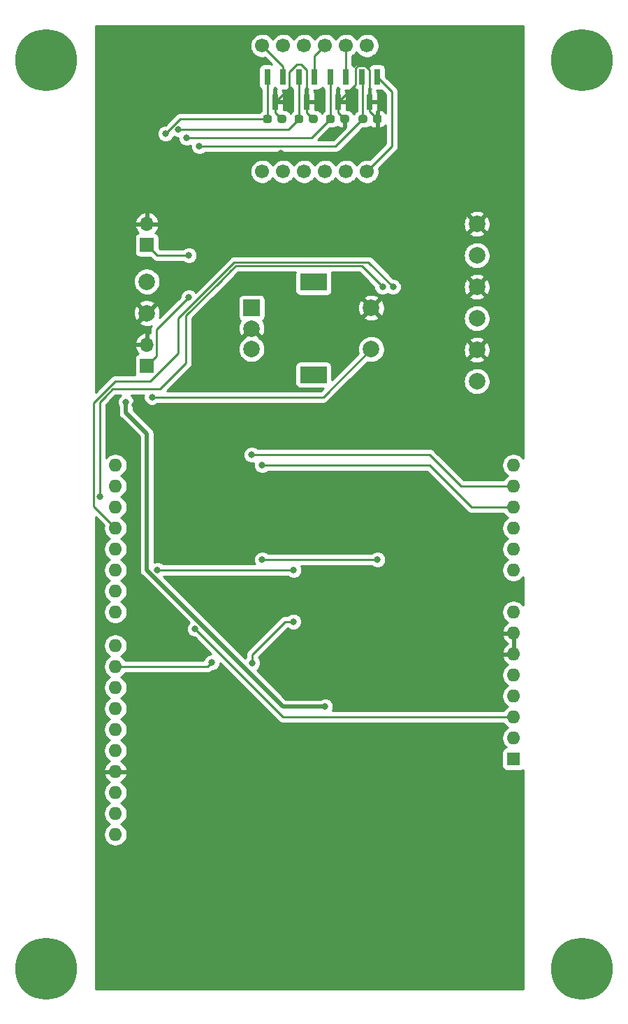
<source format=gbr>
%TF.GenerationSoftware,KiCad,Pcbnew,(5.99.0-2611-ga723fba70-dirty)*%
%TF.CreationDate,2020-08-14T04:19:11+02:00*%
%TF.ProjectId,rundtisch-nc,72756e64-7469-4736-9368-2d6e632e6b69,rev?*%
%TF.SameCoordinates,Original*%
%TF.FileFunction,Copper,L2,Bot*%
%TF.FilePolarity,Positive*%
%FSLAX46Y46*%
G04 Gerber Fmt 4.6, Leading zero omitted, Abs format (unit mm)*
G04 Created by KiCad (PCBNEW (5.99.0-2611-ga723fba70-dirty)) date 2020-08-14 04:19:11*
%MOMM*%
%LPD*%
G01*
G04 APERTURE LIST*
%TA.AperFunction,ComponentPad*%
%ADD10C,7.500000*%
%TD*%
%TA.AperFunction,ComponentPad*%
%ADD11C,2.000000*%
%TD*%
%TA.AperFunction,ComponentPad*%
%ADD12C,1.700000*%
%TD*%
%TA.AperFunction,ComponentPad*%
%ADD13R,1.700000X1.700000*%
%TD*%
%TA.AperFunction,ComponentPad*%
%ADD14O,1.700000X1.700000*%
%TD*%
%TA.AperFunction,ComponentPad*%
%ADD15R,2.000000X2.000000*%
%TD*%
%TA.AperFunction,ComponentPad*%
%ADD16R,3.200000X2.000000*%
%TD*%
%TA.AperFunction,SMDPad,CuDef*%
%ADD17R,0.800000X1.900000*%
%TD*%
%TA.AperFunction,ComponentPad*%
%ADD18R,1.600000X1.600000*%
%TD*%
%TA.AperFunction,ComponentPad*%
%ADD19O,1.600000X1.600000*%
%TD*%
%TA.AperFunction,ViaPad*%
%ADD20C,0.800000*%
%TD*%
%TA.AperFunction,Conductor*%
%ADD21C,0.250000*%
%TD*%
%TA.AperFunction,Conductor*%
%ADD22C,0.500000*%
%TD*%
%TA.AperFunction,Conductor*%
%ADD23C,0.254000*%
%TD*%
G04 APERTURE END LIST*
D10*
%TO.P,REF\u002A\u002A,1*%
%TO.N,N/C*%
X115000000Y-160000000D03*
%TD*%
%TO.P,REF\u002A\u002A,1*%
%TO.N,N/C*%
X50000000Y-160000000D03*
%TD*%
%TO.P,REF\u002A\u002A,1*%
%TO.N,N/C*%
X115000000Y-50000000D03*
%TD*%
%TO.P,REF\u002A\u002A,1*%
%TO.N,N/C*%
X50000000Y-50000000D03*
%TD*%
D11*
%TO.P,J4,2,Pin_2*%
%TO.N,+36V*%
X62230000Y-76835000D03*
%TO.P,J4,1,Pin_1*%
%TO.N,GND*%
X62230000Y-80645000D03*
%TD*%
D12*
%TO.P,U2,1,e*%
%TO.N,Net-(R8-Pad2)*%
X76200000Y-63500000D03*
%TO.P,U2,2,d*%
%TO.N,Net-(R7-Pad2)*%
X78740000Y-63500000D03*
%TO.P,U2,3,DPX*%
%TO.N,Net-(R11-Pad2)*%
X81280000Y-63500000D03*
%TO.P,U2,4,c*%
%TO.N,Net-(R6-Pad2)*%
X83820000Y-63500000D03*
%TO.P,U2,5,g*%
%TO.N,Net-(R10-Pad2)*%
X86360000Y-63500000D03*
%TO.P,U2,6,CC4*%
%TO.N,Net-(Q1-Pad2)*%
X88900000Y-63500000D03*
%TO.P,U2,7,b*%
%TO.N,Net-(R5-Pad2)*%
X88900000Y-48260000D03*
%TO.P,U2,8,CC3*%
%TO.N,Net-(Q2-Pad2)*%
X86360000Y-48260000D03*
%TO.P,U2,9,CC2*%
%TO.N,Net-(Q3-Pad2)*%
X83820000Y-48260000D03*
%TO.P,U2,10,f*%
%TO.N,Net-(R9-Pad2)*%
X81280000Y-48260000D03*
%TO.P,U2,11,a*%
%TO.N,Net-(R4-Pad2)*%
X78740000Y-48260000D03*
%TO.P,U2,12,CC1*%
%TO.N,Net-(Q4-Pad2)*%
X76200000Y-48260000D03*
%TD*%
D13*
%TO.P,SW1,1,1*%
%TO.N,Net-(A1-Pad3)*%
X62230000Y-86995000D03*
D14*
%TO.P,SW1,2,2*%
%TO.N,GND*%
X62230000Y-84455000D03*
%TD*%
D13*
%TO.P,J3,1,Pin_1*%
%TO.N,Net-(J3-Pad1)*%
X62230000Y-72390000D03*
D14*
%TO.P,J3,2,Pin_2*%
%TO.N,GND*%
X62230000Y-69850000D03*
%TD*%
D15*
%TO.P,SW3,A,A*%
%TO.N,/Encoder_A*%
X74930000Y-80010000D03*
D11*
%TO.P,SW3,B,B*%
%TO.N,/Encoder_B*%
X74930000Y-85010000D03*
%TO.P,SW3,C,C*%
%TO.N,GND*%
X74930000Y-82510000D03*
D16*
%TO.P,SW3,MP*%
%TO.N,N/C*%
X82430000Y-88110000D03*
X82430000Y-76910000D03*
D11*
%TO.P,SW3,S1,S1*%
%TO.N,/Encoder_Switch*%
X89430000Y-85010000D03*
%TO.P,SW3,S2,S2*%
%TO.N,GND*%
X89430000Y-80010000D03*
%TD*%
%TO.P,R16,1*%
%TO.N,/Cathode_2*%
%TA.AperFunction,SMDPad,CuDef*%
G36*
G01*
X83944000Y-57387500D02*
X83944000Y-56912500D01*
G75*
G02*
X84181500Y-56675000I237500J0D01*
G01*
X84756500Y-56675000D01*
G75*
G02*
X84994000Y-56912500I0J-237500D01*
G01*
X84994000Y-57387500D01*
G75*
G02*
X84756500Y-57625000I-237500J0D01*
G01*
X84181500Y-57625000D01*
G75*
G02*
X83944000Y-57387500I0J237500D01*
G01*
G37*
%TD.AperFunction*%
%TO.P,R16,2*%
%TO.N,GND*%
%TA.AperFunction,SMDPad,CuDef*%
G36*
G01*
X85694000Y-57387500D02*
X85694000Y-56912500D01*
G75*
G02*
X85931500Y-56675000I237500J0D01*
G01*
X86506500Y-56675000D01*
G75*
G02*
X86744000Y-56912500I0J-237500D01*
G01*
X86744000Y-57387500D01*
G75*
G02*
X86506500Y-57625000I-237500J0D01*
G01*
X85931500Y-57625000D01*
G75*
G02*
X85694000Y-57387500I0J237500D01*
G01*
G37*
%TD.AperFunction*%
%TD*%
D17*
%TO.P,Q4,1,G*%
%TO.N,/Cathode_4*%
X76840000Y-52070000D03*
%TO.P,Q4,2,D*%
%TO.N,Net-(Q4-Pad2)*%
X78740000Y-52070000D03*
%TO.P,Q4,3,S*%
%TO.N,GND*%
X77790000Y-55070000D03*
%TD*%
%TO.P,Q3,1,G*%
%TO.N,/Cathode_3*%
X80650000Y-52070000D03*
%TO.P,Q3,2,D*%
%TO.N,Net-(Q3-Pad2)*%
X82550000Y-52070000D03*
%TO.P,Q3,3,S*%
%TO.N,GND*%
X81600000Y-55070000D03*
%TD*%
%TO.P,R18,1*%
%TO.N,/Cathode_4*%
%TA.AperFunction,SMDPad,CuDef*%
G36*
G01*
X76324000Y-57387500D02*
X76324000Y-56912500D01*
G75*
G02*
X76561500Y-56675000I237500J0D01*
G01*
X77136500Y-56675000D01*
G75*
G02*
X77374000Y-56912500I0J-237500D01*
G01*
X77374000Y-57387500D01*
G75*
G02*
X77136500Y-57625000I-237500J0D01*
G01*
X76561500Y-57625000D01*
G75*
G02*
X76324000Y-57387500I0J237500D01*
G01*
G37*
%TD.AperFunction*%
%TO.P,R18,2*%
%TO.N,GND*%
%TA.AperFunction,SMDPad,CuDef*%
G36*
G01*
X78074000Y-57387500D02*
X78074000Y-56912500D01*
G75*
G02*
X78311500Y-56675000I237500J0D01*
G01*
X78886500Y-56675000D01*
G75*
G02*
X79124000Y-56912500I0J-237500D01*
G01*
X79124000Y-57387500D01*
G75*
G02*
X78886500Y-57625000I-237500J0D01*
G01*
X78311500Y-57625000D01*
G75*
G02*
X78074000Y-57387500I0J237500D01*
G01*
G37*
%TD.AperFunction*%
%TD*%
%TO.P,R17,1*%
%TO.N,/Cathode_3*%
%TA.AperFunction,SMDPad,CuDef*%
G36*
G01*
X80134000Y-57387500D02*
X80134000Y-56912500D01*
G75*
G02*
X80371500Y-56675000I237500J0D01*
G01*
X80946500Y-56675000D01*
G75*
G02*
X81184000Y-56912500I0J-237500D01*
G01*
X81184000Y-57387500D01*
G75*
G02*
X80946500Y-57625000I-237500J0D01*
G01*
X80371500Y-57625000D01*
G75*
G02*
X80134000Y-57387500I0J237500D01*
G01*
G37*
%TD.AperFunction*%
%TO.P,R17,2*%
%TO.N,GND*%
%TA.AperFunction,SMDPad,CuDef*%
G36*
G01*
X81884000Y-57387500D02*
X81884000Y-56912500D01*
G75*
G02*
X82121500Y-56675000I237500J0D01*
G01*
X82696500Y-56675000D01*
G75*
G02*
X82934000Y-56912500I0J-237500D01*
G01*
X82934000Y-57387500D01*
G75*
G02*
X82696500Y-57625000I-237500J0D01*
G01*
X82121500Y-57625000D01*
G75*
G02*
X81884000Y-57387500I0J237500D01*
G01*
G37*
%TD.AperFunction*%
%TD*%
D11*
%TO.P,J1,1,Pin_1*%
%TO.N,/STEP*%
X102235000Y-88900000D03*
%TO.P,J1,2,Pin_2*%
%TO.N,GND*%
X102235000Y-85090000D03*
%TO.P,J1,3,Pin_3*%
%TO.N,/DIR*%
X102235000Y-81280000D03*
%TO.P,J1,4,Pin_4*%
%TO.N,GND*%
X102235000Y-77470000D03*
%TO.P,J1,5,Pin_5*%
%TO.N,/ENA*%
X102235000Y-73660000D03*
%TO.P,J1,6,Pin_6*%
%TO.N,GND*%
X102235000Y-69850000D03*
%TD*%
D17*
%TO.P,Q2,1,G*%
%TO.N,/Cathode_2*%
X84460000Y-52070000D03*
%TO.P,Q2,2,D*%
%TO.N,Net-(Q2-Pad2)*%
X86360000Y-52070000D03*
%TO.P,Q2,3,S*%
%TO.N,GND*%
X85410000Y-55070000D03*
%TD*%
D18*
%TO.P,A1,1,NC*%
%TO.N,Net-(A1-Pad1)*%
X106680000Y-134620000D03*
D19*
%TO.P,A1,2,IOREF*%
%TO.N,Net-(A1-Pad2)*%
X106680000Y-132080000D03*
%TO.P,A1,3,~RESET*%
%TO.N,Net-(A1-Pad3)*%
X106680000Y-129540000D03*
%TO.P,A1,4,3V3*%
%TO.N,Net-(A1-Pad4)*%
X106680000Y-127000000D03*
%TO.P,A1,5,+5V*%
%TO.N,+5V*%
X106680000Y-124460000D03*
%TO.P,A1,6,GND*%
%TO.N,GND*%
X106680000Y-121920000D03*
%TO.P,A1,7,GND*%
X106680000Y-119380000D03*
%TO.P,A1,8,VIN*%
%TO.N,Net-(A1-Pad8)*%
X106680000Y-116840000D03*
%TO.P,A1,9,A0*%
%TO.N,/STEP*%
X106680000Y-111760000D03*
%TO.P,A1,10,A1*%
%TO.N,/DIR*%
X106680000Y-109220000D03*
%TO.P,A1,11,A2*%
%TO.N,/ENA*%
X106680000Y-106680000D03*
%TO.P,A1,12,A3*%
%TO.N,/Encoder_A*%
X106680000Y-104140000D03*
%TO.P,A1,13,SDA/A4*%
%TO.N,/Encoder_B*%
X106680000Y-101600000D03*
%TO.P,A1,14,SCL/A5*%
%TO.N,Net-(A1-Pad14)*%
X106680000Y-99060000D03*
%TO.P,A1,15,D0/RX*%
%TO.N,Net-(A1-Pad15)*%
X58420000Y-99060000D03*
%TO.P,A1,16,D1/TX*%
%TO.N,Net-(A1-Pad16)*%
X58420000Y-101600000D03*
%TO.P,A1,17,D2*%
%TO.N,/Encoder_Switch*%
X58420000Y-104140000D03*
%TO.P,A1,18,D3*%
%TO.N,/LED_2*%
X58420000Y-106680000D03*
%TO.P,A1,19,D4*%
%TO.N,/LED_1*%
X58420000Y-109220000D03*
%TO.P,A1,20,D5*%
%TO.N,/Cathode_4*%
X58420000Y-111760000D03*
%TO.P,A1,21,D6*%
%TO.N,/Cathode_3*%
X58420000Y-114300000D03*
%TO.P,A1,22,D7*%
%TO.N,/Cathode_2*%
X58420000Y-116840000D03*
%TO.P,A1,23,D8*%
%TO.N,/Cathode_1*%
X58420000Y-120900000D03*
%TO.P,A1,24,D9*%
%TO.N,/~OE*%
X58420000Y-123440000D03*
%TO.P,A1,25,D10*%
%TO.N,/RCLK*%
X58420000Y-125980000D03*
%TO.P,A1,26,D11*%
%TO.N,/~SRCLR*%
X58420000Y-128520000D03*
%TO.P,A1,27,D12*%
%TO.N,/SRCLK*%
X58420000Y-131060000D03*
%TO.P,A1,28,D13*%
%TO.N,/SER*%
X58420000Y-133600000D03*
%TO.P,A1,29,GND*%
%TO.N,GND*%
X58420000Y-136140000D03*
%TO.P,A1,30,AREF*%
%TO.N,Net-(A1-Pad30)*%
X58420000Y-138680000D03*
%TO.P,A1,31,SDA/A4*%
%TO.N,Net-(A1-Pad31)*%
X58420000Y-141220000D03*
%TO.P,A1,32,SCL/A5*%
%TO.N,Net-(A1-Pad32)*%
X58420000Y-143760000D03*
%TD*%
D17*
%TO.P,Q1,1,G*%
%TO.N,/Cathode_1*%
X88265000Y-52070000D03*
%TO.P,Q1,2,D*%
%TO.N,Net-(Q1-Pad2)*%
X90165000Y-52070000D03*
%TO.P,Q1,3,S*%
%TO.N,GND*%
X89215000Y-55070000D03*
%TD*%
%TO.P,R13,1*%
%TO.N,/Cathode_1*%
%TA.AperFunction,SMDPad,CuDef*%
G36*
G01*
X87895000Y-57387500D02*
X87895000Y-56912500D01*
G75*
G02*
X88132500Y-56675000I237500J0D01*
G01*
X88707500Y-56675000D01*
G75*
G02*
X88945000Y-56912500I0J-237500D01*
G01*
X88945000Y-57387500D01*
G75*
G02*
X88707500Y-57625000I-237500J0D01*
G01*
X88132500Y-57625000D01*
G75*
G02*
X87895000Y-57387500I0J237500D01*
G01*
G37*
%TD.AperFunction*%
%TO.P,R13,2*%
%TO.N,GND*%
%TA.AperFunction,SMDPad,CuDef*%
G36*
G01*
X89645000Y-57387500D02*
X89645000Y-56912500D01*
G75*
G02*
X89882500Y-56675000I237500J0D01*
G01*
X90457500Y-56675000D01*
G75*
G02*
X90695000Y-56912500I0J-237500D01*
G01*
X90695000Y-57387500D01*
G75*
G02*
X90457500Y-57625000I-237500J0D01*
G01*
X89882500Y-57625000D01*
G75*
G02*
X89645000Y-57387500I0J237500D01*
G01*
G37*
%TD.AperFunction*%
%TD*%
D20*
%TO.N,GND*%
X78500000Y-61250000D03*
X72750000Y-87000000D03*
X72750000Y-88250000D03*
X72750000Y-89500000D03*
X74000000Y-89500000D03*
X74000000Y-88250000D03*
X74000000Y-87000000D03*
X58500000Y-93000000D03*
X58500000Y-91750000D03*
X60750000Y-91750000D03*
%TO.N,/REG_FB*%
X75000000Y-123000000D03*
X80000000Y-118000000D03*
%TO.N,+5V*%
X76200000Y-110490000D03*
X90170000Y-110490000D03*
%TO.N,+36V*%
X59690000Y-91440000D03*
X83820000Y-128270000D03*
%TO.N,Net-(A1-Pad3)*%
X67310000Y-78740000D03*
%TO.N,Net-(J3-Pad1)*%
X67310000Y-73660000D03*
%TO.N,GND*%
X83312000Y-53848000D03*
X90932000Y-55372000D03*
X86868000Y-55372000D03*
%TO.N,/Encoder_B*%
X74930000Y-97790000D03*
%TO.N,/Encoder_A*%
X76200000Y-99060000D03*
%TO.N,/LED_1*%
X90805000Y-77470000D03*
X56515000Y-102870000D03*
%TO.N,/LED_2*%
X92075000Y-77470000D03*
%TO.N,/Encoder_Switch*%
X62865000Y-90805000D03*
%TO.N,Net-(A1-Pad3)*%
X68072000Y-118872000D03*
%TO.N,/Cathode_1*%
X68580000Y-60452000D03*
%TO.N,/Cathode_2*%
X67056000Y-59436000D03*
%TO.N,/Cathode_3*%
X66040000Y-58420000D03*
%TO.N,/Cathode_4*%
X64511340Y-58923340D03*
%TO.N,/~OE*%
X70104000Y-122936000D03*
%TO.N,/RCLK*%
X80010000Y-111760000D03*
X63500000Y-111760000D03*
%TD*%
D21*
%TO.N,GND*%
X85410000Y-55070000D02*
X87500000Y-52980000D01*
X87500000Y-52980000D02*
X87500000Y-51025366D01*
X87775366Y-50750000D02*
X88754634Y-50750000D01*
X87500000Y-51025366D02*
X87775366Y-50750000D01*
X88754634Y-50750000D02*
X89215000Y-51210366D01*
X89215000Y-51210366D02*
X89215000Y-55070000D01*
X81600000Y-55070000D02*
X81600000Y-51210366D01*
X81600000Y-51210366D02*
X80889634Y-50500000D01*
X79465010Y-53394990D02*
X77790000Y-55070000D01*
X80889634Y-50500000D02*
X80410366Y-50500000D01*
X80410366Y-50500000D02*
X79465010Y-51445356D01*
X79465010Y-51445356D02*
X79465010Y-53394990D01*
X81600000Y-55070000D02*
X81600000Y-56341000D01*
X81600000Y-56341000D02*
X82409000Y-57150000D01*
X89215000Y-55070000D02*
X89215000Y-56195000D01*
X89215000Y-56195000D02*
X90170000Y-57150000D01*
X85410000Y-55070000D02*
X85410000Y-56341000D01*
X85410000Y-56341000D02*
X86219000Y-57150000D01*
X77790000Y-55070000D02*
X77790000Y-56341000D01*
X77790000Y-56341000D02*
X78599000Y-57150000D01*
%TO.N,/REG_FB*%
X75000000Y-122000000D02*
X79000000Y-118000000D01*
X75000000Y-123000000D02*
X75000000Y-122000000D01*
X79000000Y-118000000D02*
X80000000Y-118000000D01*
%TO.N,+5V*%
X76200000Y-110490000D02*
X90170000Y-110490000D01*
D22*
%TO.N,+36V*%
X59690000Y-91440000D02*
X59690000Y-92710000D01*
X68580000Y-118110000D02*
X78740000Y-128270000D01*
X59690000Y-92710000D02*
X62230000Y-95250000D01*
X78740000Y-128270000D02*
X83820000Y-128270000D01*
X62230000Y-95250000D02*
X62230000Y-111760000D01*
X62230000Y-111760000D02*
X68580000Y-118110000D01*
D21*
%TO.N,Net-(A1-Pad3)*%
X62230000Y-86995000D02*
X63405001Y-85819999D01*
X63405001Y-85819999D02*
X63405001Y-82644999D01*
X63405001Y-82644999D02*
X67310000Y-78740000D01*
%TO.N,Net-(J3-Pad1)*%
X67310000Y-73660000D02*
X63500000Y-73660000D01*
X63500000Y-73660000D02*
X62230000Y-72390000D01*
%TO.N,/LED_2*%
X58419295Y-88899295D02*
X55789998Y-91528592D01*
X72838601Y-74479989D02*
X66039295Y-81279295D01*
X62610707Y-88899295D02*
X66039295Y-85470707D01*
X58419295Y-88899295D02*
X62610707Y-88899295D01*
X66039295Y-85470707D02*
X66039295Y-81279295D01*
%TO.N,/Encoder_Switch*%
X83635000Y-90805000D02*
X62865000Y-90805000D01*
X89430000Y-85010000D02*
X83635000Y-90805000D01*
%TO.N,/LED_1*%
X58102500Y-89852500D02*
X57150000Y-90805000D01*
X63817500Y-89852500D02*
X66992500Y-86677500D01*
X58102500Y-89852500D02*
X63817500Y-89852500D01*
X71120000Y-76835000D02*
X66992500Y-80962500D01*
X66992500Y-86677500D02*
X66992500Y-80962500D01*
%TO.N,/Encoder_B*%
X100330000Y-101600000D02*
X96520000Y-97790000D01*
X106680000Y-101600000D02*
X100330000Y-101600000D01*
X96520000Y-97790000D02*
X74930000Y-97790000D01*
%TO.N,/Encoder_A*%
X106680000Y-104140000D02*
X101600000Y-104140000D01*
X101600000Y-104140000D02*
X96520000Y-99060000D01*
X96520000Y-99060000D02*
X76200000Y-99060000D01*
%TO.N,/LED_1*%
X73025000Y-74930000D02*
X72484999Y-75470001D01*
X57150000Y-90805000D02*
X56515000Y-91440000D01*
X85090000Y-74930000D02*
X73025000Y-74930000D01*
X72484999Y-75470001D02*
X71120000Y-76835000D01*
X88265000Y-74930000D02*
X85090000Y-74930000D01*
X89535000Y-76200000D02*
X88265000Y-74930000D01*
X56515000Y-91440000D02*
X56515000Y-102870000D01*
X90805000Y-77470000D02*
X89535000Y-76200000D01*
%TO.N,/LED_2*%
X92075000Y-77470000D02*
X89084989Y-74479989D01*
X55789998Y-104049998D02*
X58420000Y-106680000D01*
X89084989Y-74479989D02*
X72838601Y-74479989D01*
X55789998Y-91528592D02*
X55789998Y-104049998D01*
%TO.N,Net-(A1-Pad3)*%
X68072000Y-118872000D02*
X78740000Y-129540000D01*
X78740000Y-129540000D02*
X106680000Y-129540000D01*
%TO.N,Net-(Q1-Pad2)*%
X91948000Y-53853000D02*
X91948000Y-60452000D01*
X91948000Y-60452000D02*
X88900000Y-63500000D01*
X90165000Y-52070000D02*
X91948000Y-53853000D01*
%TO.N,/Cathode_1*%
X85118000Y-60452000D02*
X68580000Y-60452000D01*
X88420000Y-57150000D02*
X88420000Y-52225000D01*
X88420000Y-52225000D02*
X88265000Y-52070000D01*
X88420000Y-57150000D02*
X85118000Y-60452000D01*
%TO.N,Net-(Q2-Pad2)*%
X86360000Y-48260000D02*
X86360000Y-52070000D01*
%TO.N,/Cathode_2*%
X84469000Y-57150000D02*
X84469000Y-52079000D01*
X84469000Y-57150000D02*
X82183000Y-59436000D01*
X84469000Y-52079000D02*
X84460000Y-52070000D01*
X82183000Y-59436000D02*
X67056000Y-59436000D01*
%TO.N,Net-(Q3-Pad2)*%
X83820000Y-48260000D02*
X82550000Y-49530000D01*
X82550000Y-49530000D02*
X82550000Y-52070000D01*
%TO.N,/Cathode_3*%
X80650000Y-57141000D02*
X80659000Y-57150000D01*
X80650000Y-52070000D02*
X80650000Y-57141000D01*
X80659000Y-57150000D02*
X79389000Y-58420000D01*
X79389000Y-58420000D02*
X66040000Y-58420000D01*
%TO.N,Net-(Q4-Pad2)*%
X78740000Y-50800000D02*
X76200000Y-48260000D01*
X78740000Y-52070000D02*
X78740000Y-50800000D01*
%TO.N,/Cathode_4*%
X76840000Y-57141000D02*
X76849000Y-57150000D01*
X76849000Y-57150000D02*
X66284680Y-57150000D01*
X76840000Y-52070000D02*
X76840000Y-57141000D01*
X66284680Y-57150000D02*
X64511340Y-58923340D01*
%TO.N,/~OE*%
X69600000Y-123440000D02*
X70104000Y-122936000D01*
X58420000Y-123440000D02*
X69600000Y-123440000D01*
%TO.N,/RCLK*%
X80010000Y-111760000D02*
X63500000Y-111760000D01*
%TD*%
%TO.N,GND*%
D23*
X59049219Y-90618484D02*
X58868484Y-90799219D01*
X58858429Y-90812323D01*
X58730631Y-91033677D01*
X58724310Y-91048937D01*
X58658156Y-91295826D01*
X58656000Y-91312202D01*
X58656000Y-91567798D01*
X58658156Y-91584174D01*
X58724310Y-91831063D01*
X58730630Y-91846323D01*
X58806000Y-91976867D01*
X58806001Y-92610966D01*
X58801800Y-92629532D01*
X58800360Y-92647427D01*
X58806001Y-92738353D01*
X58806001Y-92768905D01*
X58806638Y-92777847D01*
X58809837Y-92800187D01*
X58814916Y-92882054D01*
X58818556Y-92899634D01*
X58827711Y-92924994D01*
X58831533Y-92951682D01*
X58836572Y-92968913D01*
X58870523Y-93043585D01*
X58898445Y-93120928D01*
X58907104Y-93137094D01*
X58922498Y-93157897D01*
X58933871Y-93182910D01*
X58943544Y-93198035D01*
X59004815Y-93269144D01*
X59018632Y-93287815D01*
X59024736Y-93294900D01*
X59041153Y-93311316D01*
X59096993Y-93376122D01*
X59110522Y-93387924D01*
X59131096Y-93401259D01*
X61346000Y-95616164D01*
X61346001Y-111660966D01*
X61341800Y-111679532D01*
X61340360Y-111697427D01*
X61346001Y-111788354D01*
X61346001Y-111818905D01*
X61346638Y-111827847D01*
X61349837Y-111850187D01*
X61354916Y-111932054D01*
X61358556Y-111949634D01*
X61367711Y-111974994D01*
X61371533Y-112001682D01*
X61376572Y-112018913D01*
X61410523Y-112093585D01*
X61438445Y-112170928D01*
X61447104Y-112187094D01*
X61462498Y-112207897D01*
X61473871Y-112232910D01*
X61483544Y-112248035D01*
X61544815Y-112319144D01*
X61558632Y-112337815D01*
X61564736Y-112344900D01*
X61581153Y-112361316D01*
X61636993Y-112426122D01*
X61650522Y-112437924D01*
X61671096Y-112451259D01*
X67350770Y-118130933D01*
X67250484Y-118231219D01*
X67240429Y-118244323D01*
X67112631Y-118465677D01*
X67106310Y-118480937D01*
X67040156Y-118727826D01*
X67038000Y-118744202D01*
X67038000Y-118999798D01*
X67040156Y-119016174D01*
X67106310Y-119263063D01*
X67112631Y-119278323D01*
X67240429Y-119499677D01*
X67250484Y-119512781D01*
X67431219Y-119693516D01*
X67444323Y-119703571D01*
X67665677Y-119831369D01*
X67680937Y-119837690D01*
X67927826Y-119903844D01*
X67944202Y-119906000D01*
X68032614Y-119906000D01*
X70028614Y-121902000D01*
X69976202Y-121902000D01*
X69959826Y-121904156D01*
X69712937Y-121970310D01*
X69697677Y-121976631D01*
X69476323Y-122104429D01*
X69463219Y-122114484D01*
X69282484Y-122295219D01*
X69272429Y-122308323D01*
X69144631Y-122529677D01*
X69138310Y-122544937D01*
X69101852Y-122681000D01*
X59637631Y-122681000D01*
X59601912Y-122619132D01*
X59595601Y-122610119D01*
X59441413Y-122426366D01*
X59433634Y-122418587D01*
X59249881Y-122264399D01*
X59240868Y-122258088D01*
X59088295Y-122170000D01*
X59240868Y-122081912D01*
X59249881Y-122075601D01*
X59433634Y-121921413D01*
X59441413Y-121913634D01*
X59595601Y-121729881D01*
X59601912Y-121720868D01*
X59721848Y-121513132D01*
X59726498Y-121503160D01*
X59808540Y-121277753D01*
X59811387Y-121267126D01*
X59853041Y-121030897D01*
X59854000Y-121019936D01*
X59854000Y-120780064D01*
X59853041Y-120769103D01*
X59811387Y-120532874D01*
X59808540Y-120522247D01*
X59726498Y-120296840D01*
X59721848Y-120286868D01*
X59601912Y-120079132D01*
X59595601Y-120070119D01*
X59441413Y-119886366D01*
X59433634Y-119878587D01*
X59249881Y-119724399D01*
X59240868Y-119718088D01*
X59033132Y-119598152D01*
X59023160Y-119593502D01*
X58797753Y-119511460D01*
X58787126Y-119508613D01*
X58550897Y-119466959D01*
X58539936Y-119466000D01*
X58300064Y-119466000D01*
X58289103Y-119466959D01*
X58052874Y-119508613D01*
X58042247Y-119511460D01*
X57816840Y-119593502D01*
X57806868Y-119598152D01*
X57599132Y-119718088D01*
X57590119Y-119724399D01*
X57406366Y-119878587D01*
X57398587Y-119886366D01*
X57244399Y-120070119D01*
X57238088Y-120079132D01*
X57118152Y-120286868D01*
X57113502Y-120296840D01*
X57031460Y-120522247D01*
X57028613Y-120532874D01*
X56986959Y-120769103D01*
X56986000Y-120780064D01*
X56986000Y-121019936D01*
X56986959Y-121030897D01*
X57028613Y-121267126D01*
X57031460Y-121277753D01*
X57113502Y-121503160D01*
X57118152Y-121513132D01*
X57238088Y-121720868D01*
X57244399Y-121729881D01*
X57398587Y-121913634D01*
X57406366Y-121921413D01*
X57590119Y-122075601D01*
X57599132Y-122081912D01*
X57751705Y-122170000D01*
X57599132Y-122258088D01*
X57590119Y-122264399D01*
X57406366Y-122418587D01*
X57398587Y-122426366D01*
X57244399Y-122610119D01*
X57238088Y-122619132D01*
X57118152Y-122826868D01*
X57113502Y-122836840D01*
X57031460Y-123062247D01*
X57028613Y-123072874D01*
X56986959Y-123309103D01*
X56986000Y-123320064D01*
X56986000Y-123559936D01*
X56986959Y-123570897D01*
X57028613Y-123807126D01*
X57031460Y-123817753D01*
X57113502Y-124043160D01*
X57118152Y-124053132D01*
X57238088Y-124260868D01*
X57244399Y-124269881D01*
X57398587Y-124453634D01*
X57406366Y-124461413D01*
X57590119Y-124615601D01*
X57599132Y-124621912D01*
X57751705Y-124710000D01*
X57599132Y-124798088D01*
X57590119Y-124804399D01*
X57406366Y-124958587D01*
X57398587Y-124966366D01*
X57244399Y-125150119D01*
X57238088Y-125159132D01*
X57118152Y-125366868D01*
X57113502Y-125376840D01*
X57031460Y-125602247D01*
X57028613Y-125612874D01*
X56986959Y-125849103D01*
X56986000Y-125860064D01*
X56986000Y-126099936D01*
X56986959Y-126110897D01*
X57028613Y-126347126D01*
X57031460Y-126357753D01*
X57113502Y-126583160D01*
X57118152Y-126593132D01*
X57238088Y-126800868D01*
X57244399Y-126809881D01*
X57398587Y-126993634D01*
X57406366Y-127001413D01*
X57590119Y-127155601D01*
X57599132Y-127161912D01*
X57751705Y-127250000D01*
X57599132Y-127338088D01*
X57590119Y-127344399D01*
X57406366Y-127498587D01*
X57398587Y-127506366D01*
X57244399Y-127690119D01*
X57238088Y-127699132D01*
X57118152Y-127906868D01*
X57113502Y-127916840D01*
X57031460Y-128142247D01*
X57028613Y-128152874D01*
X56986959Y-128389103D01*
X56986000Y-128400064D01*
X56986000Y-128639936D01*
X56986959Y-128650897D01*
X57028613Y-128887126D01*
X57031460Y-128897753D01*
X57113502Y-129123160D01*
X57118152Y-129133132D01*
X57238088Y-129340868D01*
X57244399Y-129349881D01*
X57398587Y-129533634D01*
X57406366Y-129541413D01*
X57590119Y-129695601D01*
X57599132Y-129701912D01*
X57751705Y-129790000D01*
X57599132Y-129878088D01*
X57590119Y-129884399D01*
X57406366Y-130038587D01*
X57398587Y-130046366D01*
X57244399Y-130230119D01*
X57238088Y-130239132D01*
X57118152Y-130446868D01*
X57113502Y-130456840D01*
X57031460Y-130682247D01*
X57028613Y-130692874D01*
X56986959Y-130929103D01*
X56986000Y-130940064D01*
X56986000Y-131179936D01*
X56986959Y-131190897D01*
X57028613Y-131427126D01*
X57031460Y-131437753D01*
X57113502Y-131663160D01*
X57118152Y-131673132D01*
X57238088Y-131880868D01*
X57244399Y-131889881D01*
X57398587Y-132073634D01*
X57406366Y-132081413D01*
X57590119Y-132235601D01*
X57599132Y-132241912D01*
X57751705Y-132330000D01*
X57599132Y-132418088D01*
X57590119Y-132424399D01*
X57406366Y-132578587D01*
X57398587Y-132586366D01*
X57244399Y-132770119D01*
X57238088Y-132779132D01*
X57118152Y-132986868D01*
X57113502Y-132996840D01*
X57031460Y-133222247D01*
X57028613Y-133232874D01*
X56986959Y-133469103D01*
X56986000Y-133480064D01*
X56986000Y-133719936D01*
X56986959Y-133730897D01*
X57028613Y-133967126D01*
X57031460Y-133977753D01*
X57113502Y-134203160D01*
X57118152Y-134213132D01*
X57238088Y-134420868D01*
X57244399Y-134429881D01*
X57398587Y-134613634D01*
X57406366Y-134621413D01*
X57590119Y-134775601D01*
X57599132Y-134781912D01*
X57751705Y-134870000D01*
X57599132Y-134958088D01*
X57590119Y-134964399D01*
X57406366Y-135118587D01*
X57398587Y-135126366D01*
X57244399Y-135310119D01*
X57238088Y-135319132D01*
X57118152Y-135526868D01*
X57113502Y-135536840D01*
X57031460Y-135762247D01*
X57028613Y-135772874D01*
X57002320Y-135921982D01*
X57077854Y-136012000D01*
X59762146Y-136012000D01*
X59837680Y-135921982D01*
X59811387Y-135772874D01*
X59808540Y-135762247D01*
X59726498Y-135536840D01*
X59721848Y-135526868D01*
X59601912Y-135319132D01*
X59595601Y-135310119D01*
X59441413Y-135126366D01*
X59433634Y-135118587D01*
X59249881Y-134964399D01*
X59240868Y-134958088D01*
X59088295Y-134870000D01*
X59240868Y-134781912D01*
X59249881Y-134775601D01*
X59433634Y-134621413D01*
X59441413Y-134613634D01*
X59595601Y-134429881D01*
X59601912Y-134420868D01*
X59721848Y-134213132D01*
X59726498Y-134203160D01*
X59808540Y-133977753D01*
X59811387Y-133967126D01*
X59853041Y-133730897D01*
X59854000Y-133719936D01*
X59854000Y-133480064D01*
X59853041Y-133469103D01*
X59811387Y-133232874D01*
X59808540Y-133222247D01*
X59726498Y-132996840D01*
X59721848Y-132986868D01*
X59601912Y-132779132D01*
X59595601Y-132770119D01*
X59441413Y-132586366D01*
X59433634Y-132578587D01*
X59249881Y-132424399D01*
X59240868Y-132418088D01*
X59088295Y-132330000D01*
X59240868Y-132241912D01*
X59249881Y-132235601D01*
X59433634Y-132081413D01*
X59441413Y-132073634D01*
X59595601Y-131889881D01*
X59601912Y-131880868D01*
X59721848Y-131673132D01*
X59726498Y-131663160D01*
X59808540Y-131437753D01*
X59811387Y-131427126D01*
X59853041Y-131190897D01*
X59854000Y-131179936D01*
X59854000Y-130940064D01*
X59853041Y-130929103D01*
X59811387Y-130692874D01*
X59808540Y-130682247D01*
X59726498Y-130456840D01*
X59721848Y-130446868D01*
X59601912Y-130239132D01*
X59595601Y-130230119D01*
X59441413Y-130046366D01*
X59433634Y-130038587D01*
X59249881Y-129884399D01*
X59240868Y-129878088D01*
X59088295Y-129790000D01*
X59240868Y-129701912D01*
X59249881Y-129695601D01*
X59433634Y-129541413D01*
X59441413Y-129533634D01*
X59595601Y-129349881D01*
X59601912Y-129340868D01*
X59721848Y-129133132D01*
X59726498Y-129123160D01*
X59808540Y-128897753D01*
X59811387Y-128887126D01*
X59853041Y-128650897D01*
X59854000Y-128639936D01*
X59854000Y-128400064D01*
X59853041Y-128389103D01*
X59811387Y-128152874D01*
X59808540Y-128142247D01*
X59726498Y-127916840D01*
X59721848Y-127906868D01*
X59601912Y-127699132D01*
X59595601Y-127690119D01*
X59441413Y-127506366D01*
X59433634Y-127498587D01*
X59249881Y-127344399D01*
X59240868Y-127338088D01*
X59088295Y-127250000D01*
X59240868Y-127161912D01*
X59249881Y-127155601D01*
X59433634Y-127001413D01*
X59441413Y-126993634D01*
X59595601Y-126809881D01*
X59601912Y-126800868D01*
X59721848Y-126593132D01*
X59726498Y-126583160D01*
X59808540Y-126357753D01*
X59811387Y-126347126D01*
X59853041Y-126110897D01*
X59854000Y-126099936D01*
X59854000Y-125860064D01*
X59853041Y-125849103D01*
X59811387Y-125612874D01*
X59808540Y-125602247D01*
X59726498Y-125376840D01*
X59721848Y-125366868D01*
X59601912Y-125159132D01*
X59595601Y-125150119D01*
X59441413Y-124966366D01*
X59433634Y-124958587D01*
X59249881Y-124804399D01*
X59240868Y-124798088D01*
X59088295Y-124710000D01*
X59240868Y-124621912D01*
X59249881Y-124615601D01*
X59433634Y-124461413D01*
X59441413Y-124453634D01*
X59595601Y-124269881D01*
X59601912Y-124260868D01*
X59637631Y-124199000D01*
X69655021Y-124199000D01*
X69655033Y-124198999D01*
X69710173Y-124198999D01*
X69729762Y-124195896D01*
X69777725Y-124180312D01*
X69827551Y-124172421D01*
X69846414Y-124166292D01*
X69891360Y-124143390D01*
X69939324Y-124127806D01*
X69956996Y-124118802D01*
X69997800Y-124089157D01*
X70042745Y-124066256D01*
X70058790Y-124054598D01*
X70143387Y-123970000D01*
X70231798Y-123970000D01*
X70248174Y-123967844D01*
X70495063Y-123901690D01*
X70510323Y-123895369D01*
X70731677Y-123767571D01*
X70744781Y-123757516D01*
X70925516Y-123576781D01*
X70935571Y-123563677D01*
X71063369Y-123342323D01*
X71069690Y-123327063D01*
X71135844Y-123080174D01*
X71138000Y-123063798D01*
X71138000Y-123011386D01*
X78132414Y-130005801D01*
X78281211Y-130154598D01*
X78297256Y-130166256D01*
X78342196Y-130189154D01*
X78383002Y-130218802D01*
X78400674Y-130227806D01*
X78448642Y-130243391D01*
X78493586Y-130266292D01*
X78512448Y-130272420D01*
X78562274Y-130280312D01*
X78610238Y-130295897D01*
X78629826Y-130298999D01*
X78684967Y-130298999D01*
X78684979Y-130299000D01*
X105462369Y-130299000D01*
X105498088Y-130360868D01*
X105504399Y-130369881D01*
X105658587Y-130553634D01*
X105666366Y-130561413D01*
X105850119Y-130715601D01*
X105859132Y-130721912D01*
X106011705Y-130810000D01*
X105859132Y-130898088D01*
X105850119Y-130904399D01*
X105666366Y-131058587D01*
X105658587Y-131066366D01*
X105504399Y-131250119D01*
X105498088Y-131259132D01*
X105378152Y-131466868D01*
X105373502Y-131476840D01*
X105291460Y-131702247D01*
X105288613Y-131712874D01*
X105246959Y-131949103D01*
X105246000Y-131960064D01*
X105246000Y-132199936D01*
X105246959Y-132210897D01*
X105288613Y-132447126D01*
X105291460Y-132457753D01*
X105373502Y-132683160D01*
X105378152Y-132693132D01*
X105498088Y-132900868D01*
X105504399Y-132909881D01*
X105658587Y-133093634D01*
X105666366Y-133101413D01*
X105783387Y-133199606D01*
X105576142Y-133255137D01*
X105551662Y-133267880D01*
X105395410Y-133398990D01*
X105381239Y-133415879D01*
X105280641Y-133590120D01*
X105273100Y-133610837D01*
X105239122Y-133803538D01*
X105238163Y-133814499D01*
X105238163Y-135428258D01*
X105240319Y-135444634D01*
X105315137Y-135723859D01*
X105327880Y-135748339D01*
X105458990Y-135904590D01*
X105475879Y-135918761D01*
X105650120Y-136019359D01*
X105670837Y-136026900D01*
X105863538Y-136060878D01*
X105874499Y-136061837D01*
X107488258Y-136061837D01*
X107504634Y-136059681D01*
X107783859Y-135984863D01*
X107808339Y-135972120D01*
X107824000Y-135958979D01*
X107824000Y-162434000D01*
X56006000Y-162434000D01*
X56006000Y-138560064D01*
X56986000Y-138560064D01*
X56986000Y-138799936D01*
X56986959Y-138810897D01*
X57028613Y-139047126D01*
X57031460Y-139057753D01*
X57113502Y-139283160D01*
X57118152Y-139293132D01*
X57238088Y-139500868D01*
X57244399Y-139509881D01*
X57398587Y-139693634D01*
X57406366Y-139701413D01*
X57590119Y-139855601D01*
X57599132Y-139861912D01*
X57751705Y-139950000D01*
X57599132Y-140038088D01*
X57590119Y-140044399D01*
X57406366Y-140198587D01*
X57398587Y-140206366D01*
X57244399Y-140390119D01*
X57238088Y-140399132D01*
X57118152Y-140606868D01*
X57113502Y-140616840D01*
X57031460Y-140842247D01*
X57028613Y-140852874D01*
X56986959Y-141089103D01*
X56986000Y-141100064D01*
X56986000Y-141339936D01*
X56986959Y-141350897D01*
X57028613Y-141587126D01*
X57031460Y-141597753D01*
X57113502Y-141823160D01*
X57118152Y-141833132D01*
X57238088Y-142040868D01*
X57244399Y-142049881D01*
X57398587Y-142233634D01*
X57406366Y-142241413D01*
X57590119Y-142395601D01*
X57599132Y-142401912D01*
X57751705Y-142490000D01*
X57599132Y-142578088D01*
X57590119Y-142584399D01*
X57406366Y-142738587D01*
X57398587Y-142746366D01*
X57244399Y-142930119D01*
X57238088Y-142939132D01*
X57118152Y-143146868D01*
X57113502Y-143156840D01*
X57031460Y-143382247D01*
X57028613Y-143392874D01*
X56986959Y-143629103D01*
X56986000Y-143640064D01*
X56986000Y-143879936D01*
X56986959Y-143890897D01*
X57028613Y-144127126D01*
X57031460Y-144137753D01*
X57113502Y-144363160D01*
X57118152Y-144373132D01*
X57238088Y-144580868D01*
X57244399Y-144589881D01*
X57398587Y-144773634D01*
X57406366Y-144781413D01*
X57590119Y-144935601D01*
X57599132Y-144941912D01*
X57806868Y-145061848D01*
X57816840Y-145066498D01*
X58042247Y-145148540D01*
X58052874Y-145151387D01*
X58289103Y-145193041D01*
X58300064Y-145194000D01*
X58539936Y-145194000D01*
X58550897Y-145193041D01*
X58787126Y-145151387D01*
X58797753Y-145148540D01*
X59023160Y-145066498D01*
X59033132Y-145061848D01*
X59240868Y-144941912D01*
X59249881Y-144935601D01*
X59433634Y-144781413D01*
X59441413Y-144773634D01*
X59595601Y-144589881D01*
X59601912Y-144580868D01*
X59721848Y-144373132D01*
X59726498Y-144363160D01*
X59808540Y-144137753D01*
X59811387Y-144127126D01*
X59853041Y-143890897D01*
X59854000Y-143879936D01*
X59854000Y-143640064D01*
X59853041Y-143629103D01*
X59811387Y-143392874D01*
X59808540Y-143382247D01*
X59726498Y-143156840D01*
X59721848Y-143146868D01*
X59601912Y-142939132D01*
X59595601Y-142930119D01*
X59441413Y-142746366D01*
X59433634Y-142738587D01*
X59249881Y-142584399D01*
X59240868Y-142578088D01*
X59088295Y-142490000D01*
X59240868Y-142401912D01*
X59249881Y-142395601D01*
X59433634Y-142241413D01*
X59441413Y-142233634D01*
X59595601Y-142049881D01*
X59601912Y-142040868D01*
X59721848Y-141833132D01*
X59726498Y-141823160D01*
X59808540Y-141597753D01*
X59811387Y-141587126D01*
X59853041Y-141350897D01*
X59854000Y-141339936D01*
X59854000Y-141100064D01*
X59853041Y-141089103D01*
X59811387Y-140852874D01*
X59808540Y-140842247D01*
X59726498Y-140616840D01*
X59721848Y-140606868D01*
X59601912Y-140399132D01*
X59595601Y-140390119D01*
X59441413Y-140206366D01*
X59433634Y-140198587D01*
X59249881Y-140044399D01*
X59240868Y-140038088D01*
X59088295Y-139950000D01*
X59240868Y-139861912D01*
X59249881Y-139855601D01*
X59433634Y-139701413D01*
X59441413Y-139693634D01*
X59595601Y-139509881D01*
X59601912Y-139500868D01*
X59721848Y-139293132D01*
X59726498Y-139283160D01*
X59808540Y-139057753D01*
X59811387Y-139047126D01*
X59853041Y-138810897D01*
X59854000Y-138799936D01*
X59854000Y-138560064D01*
X59853041Y-138549103D01*
X59811387Y-138312874D01*
X59808540Y-138302247D01*
X59726498Y-138076840D01*
X59721848Y-138066868D01*
X59601912Y-137859132D01*
X59595601Y-137850119D01*
X59441413Y-137666366D01*
X59433634Y-137658587D01*
X59249881Y-137504399D01*
X59240868Y-137498088D01*
X59088295Y-137410000D01*
X59240868Y-137321912D01*
X59249881Y-137315601D01*
X59433634Y-137161413D01*
X59441413Y-137153634D01*
X59595601Y-136969881D01*
X59601912Y-136960868D01*
X59721848Y-136753132D01*
X59726498Y-136743160D01*
X59808540Y-136517753D01*
X59811387Y-136507126D01*
X59837680Y-136358018D01*
X59762146Y-136268000D01*
X57077854Y-136268000D01*
X57002320Y-136358018D01*
X57028613Y-136507126D01*
X57031460Y-136517753D01*
X57113502Y-136743160D01*
X57118152Y-136753132D01*
X57238088Y-136960868D01*
X57244399Y-136969881D01*
X57398587Y-137153634D01*
X57406366Y-137161413D01*
X57590119Y-137315601D01*
X57599132Y-137321912D01*
X57751705Y-137410000D01*
X57599132Y-137498088D01*
X57590119Y-137504399D01*
X57406366Y-137658587D01*
X57398587Y-137666366D01*
X57244399Y-137850119D01*
X57238088Y-137859132D01*
X57118152Y-138066868D01*
X57113502Y-138076840D01*
X57031460Y-138302247D01*
X57028613Y-138312874D01*
X56986959Y-138549103D01*
X56986000Y-138560064D01*
X56006000Y-138560064D01*
X56006000Y-105339386D01*
X57021249Y-106354636D01*
X56986959Y-106549103D01*
X56986000Y-106560064D01*
X56986000Y-106799936D01*
X56986959Y-106810897D01*
X57028613Y-107047126D01*
X57031460Y-107057753D01*
X57113502Y-107283160D01*
X57118152Y-107293132D01*
X57238088Y-107500868D01*
X57244399Y-107509881D01*
X57398587Y-107693634D01*
X57406366Y-107701413D01*
X57590119Y-107855601D01*
X57599132Y-107861912D01*
X57751705Y-107950000D01*
X57599132Y-108038088D01*
X57590119Y-108044399D01*
X57406366Y-108198587D01*
X57398587Y-108206366D01*
X57244399Y-108390119D01*
X57238088Y-108399132D01*
X57118152Y-108606868D01*
X57113502Y-108616840D01*
X57031460Y-108842247D01*
X57028613Y-108852874D01*
X56986959Y-109089103D01*
X56986000Y-109100064D01*
X56986000Y-109339936D01*
X56986959Y-109350897D01*
X57028613Y-109587126D01*
X57031460Y-109597753D01*
X57113502Y-109823160D01*
X57118152Y-109833132D01*
X57238088Y-110040868D01*
X57244399Y-110049881D01*
X57398587Y-110233634D01*
X57406366Y-110241413D01*
X57590119Y-110395601D01*
X57599132Y-110401912D01*
X57751705Y-110490000D01*
X57599132Y-110578088D01*
X57590119Y-110584399D01*
X57406366Y-110738587D01*
X57398587Y-110746366D01*
X57244399Y-110930119D01*
X57238088Y-110939132D01*
X57118152Y-111146868D01*
X57113502Y-111156840D01*
X57031460Y-111382247D01*
X57028613Y-111392874D01*
X56986959Y-111629103D01*
X56986000Y-111640064D01*
X56986000Y-111879936D01*
X56986959Y-111890897D01*
X57028613Y-112127126D01*
X57031460Y-112137753D01*
X57113502Y-112363160D01*
X57118152Y-112373132D01*
X57238088Y-112580868D01*
X57244399Y-112589881D01*
X57398587Y-112773634D01*
X57406366Y-112781413D01*
X57590119Y-112935601D01*
X57599132Y-112941912D01*
X57751705Y-113030000D01*
X57599132Y-113118088D01*
X57590119Y-113124399D01*
X57406366Y-113278587D01*
X57398587Y-113286366D01*
X57244399Y-113470119D01*
X57238088Y-113479132D01*
X57118152Y-113686868D01*
X57113502Y-113696840D01*
X57031460Y-113922247D01*
X57028613Y-113932874D01*
X56986959Y-114169103D01*
X56986000Y-114180064D01*
X56986000Y-114419936D01*
X56986959Y-114430897D01*
X57028613Y-114667126D01*
X57031460Y-114677753D01*
X57113502Y-114903160D01*
X57118152Y-114913132D01*
X57238088Y-115120868D01*
X57244399Y-115129881D01*
X57398587Y-115313634D01*
X57406366Y-115321413D01*
X57590119Y-115475601D01*
X57599132Y-115481912D01*
X57751705Y-115570000D01*
X57599132Y-115658088D01*
X57590119Y-115664399D01*
X57406366Y-115818587D01*
X57398587Y-115826366D01*
X57244399Y-116010119D01*
X57238088Y-116019132D01*
X57118152Y-116226868D01*
X57113502Y-116236840D01*
X57031460Y-116462247D01*
X57028613Y-116472874D01*
X56986959Y-116709103D01*
X56986000Y-116720064D01*
X56986000Y-116959936D01*
X56986959Y-116970897D01*
X57028613Y-117207126D01*
X57031460Y-117217753D01*
X57113502Y-117443160D01*
X57118152Y-117453132D01*
X57238088Y-117660868D01*
X57244399Y-117669881D01*
X57398587Y-117853634D01*
X57406366Y-117861413D01*
X57590119Y-118015601D01*
X57599132Y-118021912D01*
X57806868Y-118141848D01*
X57816840Y-118146498D01*
X58042247Y-118228540D01*
X58052874Y-118231387D01*
X58289103Y-118273041D01*
X58300064Y-118274000D01*
X58539936Y-118274000D01*
X58550897Y-118273041D01*
X58787126Y-118231387D01*
X58797753Y-118228540D01*
X59023160Y-118146498D01*
X59033132Y-118141848D01*
X59240868Y-118021912D01*
X59249881Y-118015601D01*
X59433634Y-117861413D01*
X59441413Y-117853634D01*
X59595601Y-117669881D01*
X59601912Y-117660868D01*
X59721848Y-117453132D01*
X59726498Y-117443160D01*
X59808540Y-117217753D01*
X59811387Y-117207126D01*
X59853041Y-116970897D01*
X59854000Y-116959936D01*
X59854000Y-116720064D01*
X59853041Y-116709103D01*
X59811387Y-116472874D01*
X59808540Y-116462247D01*
X59726498Y-116236840D01*
X59721848Y-116226868D01*
X59601912Y-116019132D01*
X59595601Y-116010119D01*
X59441413Y-115826366D01*
X59433634Y-115818587D01*
X59249881Y-115664399D01*
X59240868Y-115658088D01*
X59088295Y-115570000D01*
X59240868Y-115481912D01*
X59249881Y-115475601D01*
X59433634Y-115321413D01*
X59441413Y-115313634D01*
X59595601Y-115129881D01*
X59601912Y-115120868D01*
X59721848Y-114913132D01*
X59726498Y-114903160D01*
X59808540Y-114677753D01*
X59811387Y-114667126D01*
X59853041Y-114430897D01*
X59854000Y-114419936D01*
X59854000Y-114180064D01*
X59853041Y-114169103D01*
X59811387Y-113932874D01*
X59808540Y-113922247D01*
X59726498Y-113696840D01*
X59721848Y-113686868D01*
X59601912Y-113479132D01*
X59595601Y-113470119D01*
X59441413Y-113286366D01*
X59433634Y-113278587D01*
X59249881Y-113124399D01*
X59240868Y-113118088D01*
X59088295Y-113030000D01*
X59240868Y-112941912D01*
X59249881Y-112935601D01*
X59433634Y-112781413D01*
X59441413Y-112773634D01*
X59595601Y-112589881D01*
X59601912Y-112580868D01*
X59721848Y-112373132D01*
X59726498Y-112363160D01*
X59808540Y-112137753D01*
X59811387Y-112127126D01*
X59853041Y-111890897D01*
X59854000Y-111879936D01*
X59854000Y-111640064D01*
X59853041Y-111629103D01*
X59811387Y-111392874D01*
X59808540Y-111382247D01*
X59726498Y-111156840D01*
X59721848Y-111146868D01*
X59601912Y-110939132D01*
X59595601Y-110930119D01*
X59441413Y-110746366D01*
X59433634Y-110738587D01*
X59249881Y-110584399D01*
X59240868Y-110578088D01*
X59088295Y-110490000D01*
X59240868Y-110401912D01*
X59249881Y-110395601D01*
X59433634Y-110241413D01*
X59441413Y-110233634D01*
X59595601Y-110049881D01*
X59601912Y-110040868D01*
X59721848Y-109833132D01*
X59726498Y-109823160D01*
X59808540Y-109597753D01*
X59811387Y-109587126D01*
X59853041Y-109350897D01*
X59854000Y-109339936D01*
X59854000Y-109100064D01*
X59853041Y-109089103D01*
X59811387Y-108852874D01*
X59808540Y-108842247D01*
X59726498Y-108616840D01*
X59721848Y-108606868D01*
X59601912Y-108399132D01*
X59595601Y-108390119D01*
X59441413Y-108206366D01*
X59433634Y-108198587D01*
X59249881Y-108044399D01*
X59240868Y-108038088D01*
X59088295Y-107950000D01*
X59240868Y-107861912D01*
X59249881Y-107855601D01*
X59433634Y-107701413D01*
X59441413Y-107693634D01*
X59595601Y-107509881D01*
X59601912Y-107500868D01*
X59721848Y-107293132D01*
X59726498Y-107283160D01*
X59808540Y-107057753D01*
X59811387Y-107047126D01*
X59853041Y-106810897D01*
X59854000Y-106799936D01*
X59854000Y-106560064D01*
X59853041Y-106549103D01*
X59811387Y-106312874D01*
X59808540Y-106302247D01*
X59726498Y-106076840D01*
X59721848Y-106066868D01*
X59601912Y-105859132D01*
X59595601Y-105850119D01*
X59441413Y-105666366D01*
X59433634Y-105658587D01*
X59249881Y-105504399D01*
X59240868Y-105498088D01*
X59088295Y-105410000D01*
X59240868Y-105321912D01*
X59249881Y-105315601D01*
X59433634Y-105161413D01*
X59441413Y-105153634D01*
X59595601Y-104969881D01*
X59601912Y-104960868D01*
X59721848Y-104753132D01*
X59726498Y-104743160D01*
X59808540Y-104517753D01*
X59811387Y-104507126D01*
X59853041Y-104270897D01*
X59854000Y-104259936D01*
X59854000Y-104020064D01*
X59853041Y-104009103D01*
X59811387Y-103772874D01*
X59808540Y-103762247D01*
X59726498Y-103536840D01*
X59721848Y-103526868D01*
X59601912Y-103319132D01*
X59595601Y-103310119D01*
X59441413Y-103126366D01*
X59433634Y-103118587D01*
X59249881Y-102964399D01*
X59240868Y-102958088D01*
X59088295Y-102870000D01*
X59240868Y-102781912D01*
X59249881Y-102775601D01*
X59433634Y-102621413D01*
X59441413Y-102613634D01*
X59595601Y-102429881D01*
X59601912Y-102420868D01*
X59721848Y-102213132D01*
X59726498Y-102203160D01*
X59808540Y-101977753D01*
X59811387Y-101967126D01*
X59853041Y-101730897D01*
X59854000Y-101719936D01*
X59854000Y-101480064D01*
X59853041Y-101469103D01*
X59811387Y-101232874D01*
X59808540Y-101222247D01*
X59726498Y-100996840D01*
X59721848Y-100986868D01*
X59601912Y-100779132D01*
X59595601Y-100770119D01*
X59441413Y-100586366D01*
X59433634Y-100578587D01*
X59249881Y-100424399D01*
X59240868Y-100418088D01*
X59088295Y-100330000D01*
X59240868Y-100241912D01*
X59249881Y-100235601D01*
X59433634Y-100081413D01*
X59441413Y-100073634D01*
X59595601Y-99889881D01*
X59601912Y-99880868D01*
X59721848Y-99673132D01*
X59726498Y-99663160D01*
X59808540Y-99437753D01*
X59811387Y-99427126D01*
X59853041Y-99190897D01*
X59854000Y-99179936D01*
X59854000Y-98940064D01*
X59853041Y-98929103D01*
X59811387Y-98692874D01*
X59808540Y-98682247D01*
X59726498Y-98456840D01*
X59721848Y-98446868D01*
X59601912Y-98239132D01*
X59595601Y-98230119D01*
X59441413Y-98046366D01*
X59433634Y-98038587D01*
X59249881Y-97884399D01*
X59240868Y-97878088D01*
X59033132Y-97758152D01*
X59023160Y-97753502D01*
X58797753Y-97671460D01*
X58787126Y-97668613D01*
X58550897Y-97626959D01*
X58539936Y-97626000D01*
X58300064Y-97626000D01*
X58289103Y-97626959D01*
X58052874Y-97668613D01*
X58042247Y-97671460D01*
X57816840Y-97753502D01*
X57806868Y-97758152D01*
X57599132Y-97878088D01*
X57590119Y-97884399D01*
X57406366Y-98038587D01*
X57398587Y-98046366D01*
X57274000Y-98194842D01*
X57274000Y-91754388D01*
X57725600Y-91302789D01*
X57725611Y-91302776D01*
X58416888Y-90611500D01*
X59058321Y-90611500D01*
X59049219Y-90618484D01*
%TA.AperFunction,Conductor*%
G36*
X59049219Y-90618484D02*
G01*
X58868484Y-90799219D01*
X58858429Y-90812323D01*
X58730631Y-91033677D01*
X58724310Y-91048937D01*
X58658156Y-91295826D01*
X58656000Y-91312202D01*
X58656000Y-91567798D01*
X58658156Y-91584174D01*
X58724310Y-91831063D01*
X58730630Y-91846323D01*
X58806000Y-91976867D01*
X58806001Y-92610966D01*
X58801800Y-92629532D01*
X58800360Y-92647427D01*
X58806001Y-92738353D01*
X58806001Y-92768905D01*
X58806638Y-92777847D01*
X58809837Y-92800187D01*
X58814916Y-92882054D01*
X58818556Y-92899634D01*
X58827711Y-92924994D01*
X58831533Y-92951682D01*
X58836572Y-92968913D01*
X58870523Y-93043585D01*
X58898445Y-93120928D01*
X58907104Y-93137094D01*
X58922498Y-93157897D01*
X58933871Y-93182910D01*
X58943544Y-93198035D01*
X59004815Y-93269144D01*
X59018632Y-93287815D01*
X59024736Y-93294900D01*
X59041153Y-93311316D01*
X59096993Y-93376122D01*
X59110522Y-93387924D01*
X59131096Y-93401259D01*
X61346000Y-95616164D01*
X61346001Y-111660966D01*
X61341800Y-111679532D01*
X61340360Y-111697427D01*
X61346001Y-111788354D01*
X61346001Y-111818905D01*
X61346638Y-111827847D01*
X61349837Y-111850187D01*
X61354916Y-111932054D01*
X61358556Y-111949634D01*
X61367711Y-111974994D01*
X61371533Y-112001682D01*
X61376572Y-112018913D01*
X61410523Y-112093585D01*
X61438445Y-112170928D01*
X61447104Y-112187094D01*
X61462498Y-112207897D01*
X61473871Y-112232910D01*
X61483544Y-112248035D01*
X61544815Y-112319144D01*
X61558632Y-112337815D01*
X61564736Y-112344900D01*
X61581153Y-112361316D01*
X61636993Y-112426122D01*
X61650522Y-112437924D01*
X61671096Y-112451259D01*
X67350770Y-118130933D01*
X67250484Y-118231219D01*
X67240429Y-118244323D01*
X67112631Y-118465677D01*
X67106310Y-118480937D01*
X67040156Y-118727826D01*
X67038000Y-118744202D01*
X67038000Y-118999798D01*
X67040156Y-119016174D01*
X67106310Y-119263063D01*
X67112631Y-119278323D01*
X67240429Y-119499677D01*
X67250484Y-119512781D01*
X67431219Y-119693516D01*
X67444323Y-119703571D01*
X67665677Y-119831369D01*
X67680937Y-119837690D01*
X67927826Y-119903844D01*
X67944202Y-119906000D01*
X68032614Y-119906000D01*
X70028614Y-121902000D01*
X69976202Y-121902000D01*
X69959826Y-121904156D01*
X69712937Y-121970310D01*
X69697677Y-121976631D01*
X69476323Y-122104429D01*
X69463219Y-122114484D01*
X69282484Y-122295219D01*
X69272429Y-122308323D01*
X69144631Y-122529677D01*
X69138310Y-122544937D01*
X69101852Y-122681000D01*
X59637631Y-122681000D01*
X59601912Y-122619132D01*
X59595601Y-122610119D01*
X59441413Y-122426366D01*
X59433634Y-122418587D01*
X59249881Y-122264399D01*
X59240868Y-122258088D01*
X59088295Y-122170000D01*
X59240868Y-122081912D01*
X59249881Y-122075601D01*
X59433634Y-121921413D01*
X59441413Y-121913634D01*
X59595601Y-121729881D01*
X59601912Y-121720868D01*
X59721848Y-121513132D01*
X59726498Y-121503160D01*
X59808540Y-121277753D01*
X59811387Y-121267126D01*
X59853041Y-121030897D01*
X59854000Y-121019936D01*
X59854000Y-120780064D01*
X59853041Y-120769103D01*
X59811387Y-120532874D01*
X59808540Y-120522247D01*
X59726498Y-120296840D01*
X59721848Y-120286868D01*
X59601912Y-120079132D01*
X59595601Y-120070119D01*
X59441413Y-119886366D01*
X59433634Y-119878587D01*
X59249881Y-119724399D01*
X59240868Y-119718088D01*
X59033132Y-119598152D01*
X59023160Y-119593502D01*
X58797753Y-119511460D01*
X58787126Y-119508613D01*
X58550897Y-119466959D01*
X58539936Y-119466000D01*
X58300064Y-119466000D01*
X58289103Y-119466959D01*
X58052874Y-119508613D01*
X58042247Y-119511460D01*
X57816840Y-119593502D01*
X57806868Y-119598152D01*
X57599132Y-119718088D01*
X57590119Y-119724399D01*
X57406366Y-119878587D01*
X57398587Y-119886366D01*
X57244399Y-120070119D01*
X57238088Y-120079132D01*
X57118152Y-120286868D01*
X57113502Y-120296840D01*
X57031460Y-120522247D01*
X57028613Y-120532874D01*
X56986959Y-120769103D01*
X56986000Y-120780064D01*
X56986000Y-121019936D01*
X56986959Y-121030897D01*
X57028613Y-121267126D01*
X57031460Y-121277753D01*
X57113502Y-121503160D01*
X57118152Y-121513132D01*
X57238088Y-121720868D01*
X57244399Y-121729881D01*
X57398587Y-121913634D01*
X57406366Y-121921413D01*
X57590119Y-122075601D01*
X57599132Y-122081912D01*
X57751705Y-122170000D01*
X57599132Y-122258088D01*
X57590119Y-122264399D01*
X57406366Y-122418587D01*
X57398587Y-122426366D01*
X57244399Y-122610119D01*
X57238088Y-122619132D01*
X57118152Y-122826868D01*
X57113502Y-122836840D01*
X57031460Y-123062247D01*
X57028613Y-123072874D01*
X56986959Y-123309103D01*
X56986000Y-123320064D01*
X56986000Y-123559936D01*
X56986959Y-123570897D01*
X57028613Y-123807126D01*
X57031460Y-123817753D01*
X57113502Y-124043160D01*
X57118152Y-124053132D01*
X57238088Y-124260868D01*
X57244399Y-124269881D01*
X57398587Y-124453634D01*
X57406366Y-124461413D01*
X57590119Y-124615601D01*
X57599132Y-124621912D01*
X57751705Y-124710000D01*
X57599132Y-124798088D01*
X57590119Y-124804399D01*
X57406366Y-124958587D01*
X57398587Y-124966366D01*
X57244399Y-125150119D01*
X57238088Y-125159132D01*
X57118152Y-125366868D01*
X57113502Y-125376840D01*
X57031460Y-125602247D01*
X57028613Y-125612874D01*
X56986959Y-125849103D01*
X56986000Y-125860064D01*
X56986000Y-126099936D01*
X56986959Y-126110897D01*
X57028613Y-126347126D01*
X57031460Y-126357753D01*
X57113502Y-126583160D01*
X57118152Y-126593132D01*
X57238088Y-126800868D01*
X57244399Y-126809881D01*
X57398587Y-126993634D01*
X57406366Y-127001413D01*
X57590119Y-127155601D01*
X57599132Y-127161912D01*
X57751705Y-127250000D01*
X57599132Y-127338088D01*
X57590119Y-127344399D01*
X57406366Y-127498587D01*
X57398587Y-127506366D01*
X57244399Y-127690119D01*
X57238088Y-127699132D01*
X57118152Y-127906868D01*
X57113502Y-127916840D01*
X57031460Y-128142247D01*
X57028613Y-128152874D01*
X56986959Y-128389103D01*
X56986000Y-128400064D01*
X56986000Y-128639936D01*
X56986959Y-128650897D01*
X57028613Y-128887126D01*
X57031460Y-128897753D01*
X57113502Y-129123160D01*
X57118152Y-129133132D01*
X57238088Y-129340868D01*
X57244399Y-129349881D01*
X57398587Y-129533634D01*
X57406366Y-129541413D01*
X57590119Y-129695601D01*
X57599132Y-129701912D01*
X57751705Y-129790000D01*
X57599132Y-129878088D01*
X57590119Y-129884399D01*
X57406366Y-130038587D01*
X57398587Y-130046366D01*
X57244399Y-130230119D01*
X57238088Y-130239132D01*
X57118152Y-130446868D01*
X57113502Y-130456840D01*
X57031460Y-130682247D01*
X57028613Y-130692874D01*
X56986959Y-130929103D01*
X56986000Y-130940064D01*
X56986000Y-131179936D01*
X56986959Y-131190897D01*
X57028613Y-131427126D01*
X57031460Y-131437753D01*
X57113502Y-131663160D01*
X57118152Y-131673132D01*
X57238088Y-131880868D01*
X57244399Y-131889881D01*
X57398587Y-132073634D01*
X57406366Y-132081413D01*
X57590119Y-132235601D01*
X57599132Y-132241912D01*
X57751705Y-132330000D01*
X57599132Y-132418088D01*
X57590119Y-132424399D01*
X57406366Y-132578587D01*
X57398587Y-132586366D01*
X57244399Y-132770119D01*
X57238088Y-132779132D01*
X57118152Y-132986868D01*
X57113502Y-132996840D01*
X57031460Y-133222247D01*
X57028613Y-133232874D01*
X56986959Y-133469103D01*
X56986000Y-133480064D01*
X56986000Y-133719936D01*
X56986959Y-133730897D01*
X57028613Y-133967126D01*
X57031460Y-133977753D01*
X57113502Y-134203160D01*
X57118152Y-134213132D01*
X57238088Y-134420868D01*
X57244399Y-134429881D01*
X57398587Y-134613634D01*
X57406366Y-134621413D01*
X57590119Y-134775601D01*
X57599132Y-134781912D01*
X57751705Y-134870000D01*
X57599132Y-134958088D01*
X57590119Y-134964399D01*
X57406366Y-135118587D01*
X57398587Y-135126366D01*
X57244399Y-135310119D01*
X57238088Y-135319132D01*
X57118152Y-135526868D01*
X57113502Y-135536840D01*
X57031460Y-135762247D01*
X57028613Y-135772874D01*
X57002320Y-135921982D01*
X57077854Y-136012000D01*
X59762146Y-136012000D01*
X59837680Y-135921982D01*
X59811387Y-135772874D01*
X59808540Y-135762247D01*
X59726498Y-135536840D01*
X59721848Y-135526868D01*
X59601912Y-135319132D01*
X59595601Y-135310119D01*
X59441413Y-135126366D01*
X59433634Y-135118587D01*
X59249881Y-134964399D01*
X59240868Y-134958088D01*
X59088295Y-134870000D01*
X59240868Y-134781912D01*
X59249881Y-134775601D01*
X59433634Y-134621413D01*
X59441413Y-134613634D01*
X59595601Y-134429881D01*
X59601912Y-134420868D01*
X59721848Y-134213132D01*
X59726498Y-134203160D01*
X59808540Y-133977753D01*
X59811387Y-133967126D01*
X59853041Y-133730897D01*
X59854000Y-133719936D01*
X59854000Y-133480064D01*
X59853041Y-133469103D01*
X59811387Y-133232874D01*
X59808540Y-133222247D01*
X59726498Y-132996840D01*
X59721848Y-132986868D01*
X59601912Y-132779132D01*
X59595601Y-132770119D01*
X59441413Y-132586366D01*
X59433634Y-132578587D01*
X59249881Y-132424399D01*
X59240868Y-132418088D01*
X59088295Y-132330000D01*
X59240868Y-132241912D01*
X59249881Y-132235601D01*
X59433634Y-132081413D01*
X59441413Y-132073634D01*
X59595601Y-131889881D01*
X59601912Y-131880868D01*
X59721848Y-131673132D01*
X59726498Y-131663160D01*
X59808540Y-131437753D01*
X59811387Y-131427126D01*
X59853041Y-131190897D01*
X59854000Y-131179936D01*
X59854000Y-130940064D01*
X59853041Y-130929103D01*
X59811387Y-130692874D01*
X59808540Y-130682247D01*
X59726498Y-130456840D01*
X59721848Y-130446868D01*
X59601912Y-130239132D01*
X59595601Y-130230119D01*
X59441413Y-130046366D01*
X59433634Y-130038587D01*
X59249881Y-129884399D01*
X59240868Y-129878088D01*
X59088295Y-129790000D01*
X59240868Y-129701912D01*
X59249881Y-129695601D01*
X59433634Y-129541413D01*
X59441413Y-129533634D01*
X59595601Y-129349881D01*
X59601912Y-129340868D01*
X59721848Y-129133132D01*
X59726498Y-129123160D01*
X59808540Y-128897753D01*
X59811387Y-128887126D01*
X59853041Y-128650897D01*
X59854000Y-128639936D01*
X59854000Y-128400064D01*
X59853041Y-128389103D01*
X59811387Y-128152874D01*
X59808540Y-128142247D01*
X59726498Y-127916840D01*
X59721848Y-127906868D01*
X59601912Y-127699132D01*
X59595601Y-127690119D01*
X59441413Y-127506366D01*
X59433634Y-127498587D01*
X59249881Y-127344399D01*
X59240868Y-127338088D01*
X59088295Y-127250000D01*
X59240868Y-127161912D01*
X59249881Y-127155601D01*
X59433634Y-127001413D01*
X59441413Y-126993634D01*
X59595601Y-126809881D01*
X59601912Y-126800868D01*
X59721848Y-126593132D01*
X59726498Y-126583160D01*
X59808540Y-126357753D01*
X59811387Y-126347126D01*
X59853041Y-126110897D01*
X59854000Y-126099936D01*
X59854000Y-125860064D01*
X59853041Y-125849103D01*
X59811387Y-125612874D01*
X59808540Y-125602247D01*
X59726498Y-125376840D01*
X59721848Y-125366868D01*
X59601912Y-125159132D01*
X59595601Y-125150119D01*
X59441413Y-124966366D01*
X59433634Y-124958587D01*
X59249881Y-124804399D01*
X59240868Y-124798088D01*
X59088295Y-124710000D01*
X59240868Y-124621912D01*
X59249881Y-124615601D01*
X59433634Y-124461413D01*
X59441413Y-124453634D01*
X59595601Y-124269881D01*
X59601912Y-124260868D01*
X59637631Y-124199000D01*
X69655021Y-124199000D01*
X69655033Y-124198999D01*
X69710173Y-124198999D01*
X69729762Y-124195896D01*
X69777725Y-124180312D01*
X69827551Y-124172421D01*
X69846414Y-124166292D01*
X69891360Y-124143390D01*
X69939324Y-124127806D01*
X69956996Y-124118802D01*
X69997800Y-124089157D01*
X70042745Y-124066256D01*
X70058790Y-124054598D01*
X70143387Y-123970000D01*
X70231798Y-123970000D01*
X70248174Y-123967844D01*
X70495063Y-123901690D01*
X70510323Y-123895369D01*
X70731677Y-123767571D01*
X70744781Y-123757516D01*
X70925516Y-123576781D01*
X70935571Y-123563677D01*
X71063369Y-123342323D01*
X71069690Y-123327063D01*
X71135844Y-123080174D01*
X71138000Y-123063798D01*
X71138000Y-123011386D01*
X78132414Y-130005801D01*
X78281211Y-130154598D01*
X78297256Y-130166256D01*
X78342196Y-130189154D01*
X78383002Y-130218802D01*
X78400674Y-130227806D01*
X78448642Y-130243391D01*
X78493586Y-130266292D01*
X78512448Y-130272420D01*
X78562274Y-130280312D01*
X78610238Y-130295897D01*
X78629826Y-130298999D01*
X78684967Y-130298999D01*
X78684979Y-130299000D01*
X105462369Y-130299000D01*
X105498088Y-130360868D01*
X105504399Y-130369881D01*
X105658587Y-130553634D01*
X105666366Y-130561413D01*
X105850119Y-130715601D01*
X105859132Y-130721912D01*
X106011705Y-130810000D01*
X105859132Y-130898088D01*
X105850119Y-130904399D01*
X105666366Y-131058587D01*
X105658587Y-131066366D01*
X105504399Y-131250119D01*
X105498088Y-131259132D01*
X105378152Y-131466868D01*
X105373502Y-131476840D01*
X105291460Y-131702247D01*
X105288613Y-131712874D01*
X105246959Y-131949103D01*
X105246000Y-131960064D01*
X105246000Y-132199936D01*
X105246959Y-132210897D01*
X105288613Y-132447126D01*
X105291460Y-132457753D01*
X105373502Y-132683160D01*
X105378152Y-132693132D01*
X105498088Y-132900868D01*
X105504399Y-132909881D01*
X105658587Y-133093634D01*
X105666366Y-133101413D01*
X105783387Y-133199606D01*
X105576142Y-133255137D01*
X105551662Y-133267880D01*
X105395410Y-133398990D01*
X105381239Y-133415879D01*
X105280641Y-133590120D01*
X105273100Y-133610837D01*
X105239122Y-133803538D01*
X105238163Y-133814499D01*
X105238163Y-135428258D01*
X105240319Y-135444634D01*
X105315137Y-135723859D01*
X105327880Y-135748339D01*
X105458990Y-135904590D01*
X105475879Y-135918761D01*
X105650120Y-136019359D01*
X105670837Y-136026900D01*
X105863538Y-136060878D01*
X105874499Y-136061837D01*
X107488258Y-136061837D01*
X107504634Y-136059681D01*
X107783859Y-135984863D01*
X107808339Y-135972120D01*
X107824000Y-135958979D01*
X107824000Y-162434000D01*
X56006000Y-162434000D01*
X56006000Y-138560064D01*
X56986000Y-138560064D01*
X56986000Y-138799936D01*
X56986959Y-138810897D01*
X57028613Y-139047126D01*
X57031460Y-139057753D01*
X57113502Y-139283160D01*
X57118152Y-139293132D01*
X57238088Y-139500868D01*
X57244399Y-139509881D01*
X57398587Y-139693634D01*
X57406366Y-139701413D01*
X57590119Y-139855601D01*
X57599132Y-139861912D01*
X57751705Y-139950000D01*
X57599132Y-140038088D01*
X57590119Y-140044399D01*
X57406366Y-140198587D01*
X57398587Y-140206366D01*
X57244399Y-140390119D01*
X57238088Y-140399132D01*
X57118152Y-140606868D01*
X57113502Y-140616840D01*
X57031460Y-140842247D01*
X57028613Y-140852874D01*
X56986959Y-141089103D01*
X56986000Y-141100064D01*
X56986000Y-141339936D01*
X56986959Y-141350897D01*
X57028613Y-141587126D01*
X57031460Y-141597753D01*
X57113502Y-141823160D01*
X57118152Y-141833132D01*
X57238088Y-142040868D01*
X57244399Y-142049881D01*
X57398587Y-142233634D01*
X57406366Y-142241413D01*
X57590119Y-142395601D01*
X57599132Y-142401912D01*
X57751705Y-142490000D01*
X57599132Y-142578088D01*
X57590119Y-142584399D01*
X57406366Y-142738587D01*
X57398587Y-142746366D01*
X57244399Y-142930119D01*
X57238088Y-142939132D01*
X57118152Y-143146868D01*
X57113502Y-143156840D01*
X57031460Y-143382247D01*
X57028613Y-143392874D01*
X56986959Y-143629103D01*
X56986000Y-143640064D01*
X56986000Y-143879936D01*
X56986959Y-143890897D01*
X57028613Y-144127126D01*
X57031460Y-144137753D01*
X57113502Y-144363160D01*
X57118152Y-144373132D01*
X57238088Y-144580868D01*
X57244399Y-144589881D01*
X57398587Y-144773634D01*
X57406366Y-144781413D01*
X57590119Y-144935601D01*
X57599132Y-144941912D01*
X57806868Y-145061848D01*
X57816840Y-145066498D01*
X58042247Y-145148540D01*
X58052874Y-145151387D01*
X58289103Y-145193041D01*
X58300064Y-145194000D01*
X58539936Y-145194000D01*
X58550897Y-145193041D01*
X58787126Y-145151387D01*
X58797753Y-145148540D01*
X59023160Y-145066498D01*
X59033132Y-145061848D01*
X59240868Y-144941912D01*
X59249881Y-144935601D01*
X59433634Y-144781413D01*
X59441413Y-144773634D01*
X59595601Y-144589881D01*
X59601912Y-144580868D01*
X59721848Y-144373132D01*
X59726498Y-144363160D01*
X59808540Y-144137753D01*
X59811387Y-144127126D01*
X59853041Y-143890897D01*
X59854000Y-143879936D01*
X59854000Y-143640064D01*
X59853041Y-143629103D01*
X59811387Y-143392874D01*
X59808540Y-143382247D01*
X59726498Y-143156840D01*
X59721848Y-143146868D01*
X59601912Y-142939132D01*
X59595601Y-142930119D01*
X59441413Y-142746366D01*
X59433634Y-142738587D01*
X59249881Y-142584399D01*
X59240868Y-142578088D01*
X59088295Y-142490000D01*
X59240868Y-142401912D01*
X59249881Y-142395601D01*
X59433634Y-142241413D01*
X59441413Y-142233634D01*
X59595601Y-142049881D01*
X59601912Y-142040868D01*
X59721848Y-141833132D01*
X59726498Y-141823160D01*
X59808540Y-141597753D01*
X59811387Y-141587126D01*
X59853041Y-141350897D01*
X59854000Y-141339936D01*
X59854000Y-141100064D01*
X59853041Y-141089103D01*
X59811387Y-140852874D01*
X59808540Y-140842247D01*
X59726498Y-140616840D01*
X59721848Y-140606868D01*
X59601912Y-140399132D01*
X59595601Y-140390119D01*
X59441413Y-140206366D01*
X59433634Y-140198587D01*
X59249881Y-140044399D01*
X59240868Y-140038088D01*
X59088295Y-139950000D01*
X59240868Y-139861912D01*
X59249881Y-139855601D01*
X59433634Y-139701413D01*
X59441413Y-139693634D01*
X59595601Y-139509881D01*
X59601912Y-139500868D01*
X59721848Y-139293132D01*
X59726498Y-139283160D01*
X59808540Y-139057753D01*
X59811387Y-139047126D01*
X59853041Y-138810897D01*
X59854000Y-138799936D01*
X59854000Y-138560064D01*
X59853041Y-138549103D01*
X59811387Y-138312874D01*
X59808540Y-138302247D01*
X59726498Y-138076840D01*
X59721848Y-138066868D01*
X59601912Y-137859132D01*
X59595601Y-137850119D01*
X59441413Y-137666366D01*
X59433634Y-137658587D01*
X59249881Y-137504399D01*
X59240868Y-137498088D01*
X59088295Y-137410000D01*
X59240868Y-137321912D01*
X59249881Y-137315601D01*
X59433634Y-137161413D01*
X59441413Y-137153634D01*
X59595601Y-136969881D01*
X59601912Y-136960868D01*
X59721848Y-136753132D01*
X59726498Y-136743160D01*
X59808540Y-136517753D01*
X59811387Y-136507126D01*
X59837680Y-136358018D01*
X59762146Y-136268000D01*
X57077854Y-136268000D01*
X57002320Y-136358018D01*
X57028613Y-136507126D01*
X57031460Y-136517753D01*
X57113502Y-136743160D01*
X57118152Y-136753132D01*
X57238088Y-136960868D01*
X57244399Y-136969881D01*
X57398587Y-137153634D01*
X57406366Y-137161413D01*
X57590119Y-137315601D01*
X57599132Y-137321912D01*
X57751705Y-137410000D01*
X57599132Y-137498088D01*
X57590119Y-137504399D01*
X57406366Y-137658587D01*
X57398587Y-137666366D01*
X57244399Y-137850119D01*
X57238088Y-137859132D01*
X57118152Y-138066868D01*
X57113502Y-138076840D01*
X57031460Y-138302247D01*
X57028613Y-138312874D01*
X56986959Y-138549103D01*
X56986000Y-138560064D01*
X56006000Y-138560064D01*
X56006000Y-105339386D01*
X57021249Y-106354636D01*
X56986959Y-106549103D01*
X56986000Y-106560064D01*
X56986000Y-106799936D01*
X56986959Y-106810897D01*
X57028613Y-107047126D01*
X57031460Y-107057753D01*
X57113502Y-107283160D01*
X57118152Y-107293132D01*
X57238088Y-107500868D01*
X57244399Y-107509881D01*
X57398587Y-107693634D01*
X57406366Y-107701413D01*
X57590119Y-107855601D01*
X57599132Y-107861912D01*
X57751705Y-107950000D01*
X57599132Y-108038088D01*
X57590119Y-108044399D01*
X57406366Y-108198587D01*
X57398587Y-108206366D01*
X57244399Y-108390119D01*
X57238088Y-108399132D01*
X57118152Y-108606868D01*
X57113502Y-108616840D01*
X57031460Y-108842247D01*
X57028613Y-108852874D01*
X56986959Y-109089103D01*
X56986000Y-109100064D01*
X56986000Y-109339936D01*
X56986959Y-109350897D01*
X57028613Y-109587126D01*
X57031460Y-109597753D01*
X57113502Y-109823160D01*
X57118152Y-109833132D01*
X57238088Y-110040868D01*
X57244399Y-110049881D01*
X57398587Y-110233634D01*
X57406366Y-110241413D01*
X57590119Y-110395601D01*
X57599132Y-110401912D01*
X57751705Y-110490000D01*
X57599132Y-110578088D01*
X57590119Y-110584399D01*
X57406366Y-110738587D01*
X57398587Y-110746366D01*
X57244399Y-110930119D01*
X57238088Y-110939132D01*
X57118152Y-111146868D01*
X57113502Y-111156840D01*
X57031460Y-111382247D01*
X57028613Y-111392874D01*
X56986959Y-111629103D01*
X56986000Y-111640064D01*
X56986000Y-111879936D01*
X56986959Y-111890897D01*
X57028613Y-112127126D01*
X57031460Y-112137753D01*
X57113502Y-112363160D01*
X57118152Y-112373132D01*
X57238088Y-112580868D01*
X57244399Y-112589881D01*
X57398587Y-112773634D01*
X57406366Y-112781413D01*
X57590119Y-112935601D01*
X57599132Y-112941912D01*
X57751705Y-113030000D01*
X57599132Y-113118088D01*
X57590119Y-113124399D01*
X57406366Y-113278587D01*
X57398587Y-113286366D01*
X57244399Y-113470119D01*
X57238088Y-113479132D01*
X57118152Y-113686868D01*
X57113502Y-113696840D01*
X57031460Y-113922247D01*
X57028613Y-113932874D01*
X56986959Y-114169103D01*
X56986000Y-114180064D01*
X56986000Y-114419936D01*
X56986959Y-114430897D01*
X57028613Y-114667126D01*
X57031460Y-114677753D01*
X57113502Y-114903160D01*
X57118152Y-114913132D01*
X57238088Y-115120868D01*
X57244399Y-115129881D01*
X57398587Y-115313634D01*
X57406366Y-115321413D01*
X57590119Y-115475601D01*
X57599132Y-115481912D01*
X57751705Y-115570000D01*
X57599132Y-115658088D01*
X57590119Y-115664399D01*
X57406366Y-115818587D01*
X57398587Y-115826366D01*
X57244399Y-116010119D01*
X57238088Y-116019132D01*
X57118152Y-116226868D01*
X57113502Y-116236840D01*
X57031460Y-116462247D01*
X57028613Y-116472874D01*
X56986959Y-116709103D01*
X56986000Y-116720064D01*
X56986000Y-116959936D01*
X56986959Y-116970897D01*
X57028613Y-117207126D01*
X57031460Y-117217753D01*
X57113502Y-117443160D01*
X57118152Y-117453132D01*
X57238088Y-117660868D01*
X57244399Y-117669881D01*
X57398587Y-117853634D01*
X57406366Y-117861413D01*
X57590119Y-118015601D01*
X57599132Y-118021912D01*
X57806868Y-118141848D01*
X57816840Y-118146498D01*
X58042247Y-118228540D01*
X58052874Y-118231387D01*
X58289103Y-118273041D01*
X58300064Y-118274000D01*
X58539936Y-118274000D01*
X58550897Y-118273041D01*
X58787126Y-118231387D01*
X58797753Y-118228540D01*
X59023160Y-118146498D01*
X59033132Y-118141848D01*
X59240868Y-118021912D01*
X59249881Y-118015601D01*
X59433634Y-117861413D01*
X59441413Y-117853634D01*
X59595601Y-117669881D01*
X59601912Y-117660868D01*
X59721848Y-117453132D01*
X59726498Y-117443160D01*
X59808540Y-117217753D01*
X59811387Y-117207126D01*
X59853041Y-116970897D01*
X59854000Y-116959936D01*
X59854000Y-116720064D01*
X59853041Y-116709103D01*
X59811387Y-116472874D01*
X59808540Y-116462247D01*
X59726498Y-116236840D01*
X59721848Y-116226868D01*
X59601912Y-116019132D01*
X59595601Y-116010119D01*
X59441413Y-115826366D01*
X59433634Y-115818587D01*
X59249881Y-115664399D01*
X59240868Y-115658088D01*
X59088295Y-115570000D01*
X59240868Y-115481912D01*
X59249881Y-115475601D01*
X59433634Y-115321413D01*
X59441413Y-115313634D01*
X59595601Y-115129881D01*
X59601912Y-115120868D01*
X59721848Y-114913132D01*
X59726498Y-114903160D01*
X59808540Y-114677753D01*
X59811387Y-114667126D01*
X59853041Y-114430897D01*
X59854000Y-114419936D01*
X59854000Y-114180064D01*
X59853041Y-114169103D01*
X59811387Y-113932874D01*
X59808540Y-113922247D01*
X59726498Y-113696840D01*
X59721848Y-113686868D01*
X59601912Y-113479132D01*
X59595601Y-113470119D01*
X59441413Y-113286366D01*
X59433634Y-113278587D01*
X59249881Y-113124399D01*
X59240868Y-113118088D01*
X59088295Y-113030000D01*
X59240868Y-112941912D01*
X59249881Y-112935601D01*
X59433634Y-112781413D01*
X59441413Y-112773634D01*
X59595601Y-112589881D01*
X59601912Y-112580868D01*
X59721848Y-112373132D01*
X59726498Y-112363160D01*
X59808540Y-112137753D01*
X59811387Y-112127126D01*
X59853041Y-111890897D01*
X59854000Y-111879936D01*
X59854000Y-111640064D01*
X59853041Y-111629103D01*
X59811387Y-111392874D01*
X59808540Y-111382247D01*
X59726498Y-111156840D01*
X59721848Y-111146868D01*
X59601912Y-110939132D01*
X59595601Y-110930119D01*
X59441413Y-110746366D01*
X59433634Y-110738587D01*
X59249881Y-110584399D01*
X59240868Y-110578088D01*
X59088295Y-110490000D01*
X59240868Y-110401912D01*
X59249881Y-110395601D01*
X59433634Y-110241413D01*
X59441413Y-110233634D01*
X59595601Y-110049881D01*
X59601912Y-110040868D01*
X59721848Y-109833132D01*
X59726498Y-109823160D01*
X59808540Y-109597753D01*
X59811387Y-109587126D01*
X59853041Y-109350897D01*
X59854000Y-109339936D01*
X59854000Y-109100064D01*
X59853041Y-109089103D01*
X59811387Y-108852874D01*
X59808540Y-108842247D01*
X59726498Y-108616840D01*
X59721848Y-108606868D01*
X59601912Y-108399132D01*
X59595601Y-108390119D01*
X59441413Y-108206366D01*
X59433634Y-108198587D01*
X59249881Y-108044399D01*
X59240868Y-108038088D01*
X59088295Y-107950000D01*
X59240868Y-107861912D01*
X59249881Y-107855601D01*
X59433634Y-107701413D01*
X59441413Y-107693634D01*
X59595601Y-107509881D01*
X59601912Y-107500868D01*
X59721848Y-107293132D01*
X59726498Y-107283160D01*
X59808540Y-107057753D01*
X59811387Y-107047126D01*
X59853041Y-106810897D01*
X59854000Y-106799936D01*
X59854000Y-106560064D01*
X59853041Y-106549103D01*
X59811387Y-106312874D01*
X59808540Y-106302247D01*
X59726498Y-106076840D01*
X59721848Y-106066868D01*
X59601912Y-105859132D01*
X59595601Y-105850119D01*
X59441413Y-105666366D01*
X59433634Y-105658587D01*
X59249881Y-105504399D01*
X59240868Y-105498088D01*
X59088295Y-105410000D01*
X59240868Y-105321912D01*
X59249881Y-105315601D01*
X59433634Y-105161413D01*
X59441413Y-105153634D01*
X59595601Y-104969881D01*
X59601912Y-104960868D01*
X59721848Y-104753132D01*
X59726498Y-104743160D01*
X59808540Y-104517753D01*
X59811387Y-104507126D01*
X59853041Y-104270897D01*
X59854000Y-104259936D01*
X59854000Y-104020064D01*
X59853041Y-104009103D01*
X59811387Y-103772874D01*
X59808540Y-103762247D01*
X59726498Y-103536840D01*
X59721848Y-103526868D01*
X59601912Y-103319132D01*
X59595601Y-103310119D01*
X59441413Y-103126366D01*
X59433634Y-103118587D01*
X59249881Y-102964399D01*
X59240868Y-102958088D01*
X59088295Y-102870000D01*
X59240868Y-102781912D01*
X59249881Y-102775601D01*
X59433634Y-102621413D01*
X59441413Y-102613634D01*
X59595601Y-102429881D01*
X59601912Y-102420868D01*
X59721848Y-102213132D01*
X59726498Y-102203160D01*
X59808540Y-101977753D01*
X59811387Y-101967126D01*
X59853041Y-101730897D01*
X59854000Y-101719936D01*
X59854000Y-101480064D01*
X59853041Y-101469103D01*
X59811387Y-101232874D01*
X59808540Y-101222247D01*
X59726498Y-100996840D01*
X59721848Y-100986868D01*
X59601912Y-100779132D01*
X59595601Y-100770119D01*
X59441413Y-100586366D01*
X59433634Y-100578587D01*
X59249881Y-100424399D01*
X59240868Y-100418088D01*
X59088295Y-100330000D01*
X59240868Y-100241912D01*
X59249881Y-100235601D01*
X59433634Y-100081413D01*
X59441413Y-100073634D01*
X59595601Y-99889881D01*
X59601912Y-99880868D01*
X59721848Y-99673132D01*
X59726498Y-99663160D01*
X59808540Y-99437753D01*
X59811387Y-99427126D01*
X59853041Y-99190897D01*
X59854000Y-99179936D01*
X59854000Y-98940064D01*
X59853041Y-98929103D01*
X59811387Y-98692874D01*
X59808540Y-98682247D01*
X59726498Y-98456840D01*
X59721848Y-98446868D01*
X59601912Y-98239132D01*
X59595601Y-98230119D01*
X59441413Y-98046366D01*
X59433634Y-98038587D01*
X59249881Y-97884399D01*
X59240868Y-97878088D01*
X59033132Y-97758152D01*
X59023160Y-97753502D01*
X58797753Y-97671460D01*
X58787126Y-97668613D01*
X58550897Y-97626959D01*
X58539936Y-97626000D01*
X58300064Y-97626000D01*
X58289103Y-97626959D01*
X58052874Y-97668613D01*
X58042247Y-97671460D01*
X57816840Y-97753502D01*
X57806868Y-97758152D01*
X57599132Y-97878088D01*
X57590119Y-97884399D01*
X57406366Y-98038587D01*
X57398587Y-98046366D01*
X57274000Y-98194842D01*
X57274000Y-91754388D01*
X57725600Y-91302789D01*
X57725611Y-91302776D01*
X58416888Y-90611500D01*
X59058321Y-90611500D01*
X59049219Y-90618484D01*
G37*
%TD.AperFunction*%
X107824000Y-98192459D02*
X107701413Y-98046366D01*
X107693634Y-98038587D01*
X107509881Y-97884399D01*
X107500868Y-97878088D01*
X107293132Y-97758152D01*
X107283160Y-97753502D01*
X107057753Y-97671460D01*
X107047126Y-97668613D01*
X106810897Y-97626959D01*
X106799936Y-97626000D01*
X106560064Y-97626000D01*
X106549103Y-97626959D01*
X106312874Y-97668613D01*
X106302247Y-97671460D01*
X106076840Y-97753502D01*
X106066868Y-97758152D01*
X105859132Y-97878088D01*
X105850119Y-97884399D01*
X105666366Y-98038587D01*
X105658587Y-98046366D01*
X105504399Y-98230119D01*
X105498088Y-98239132D01*
X105378152Y-98446868D01*
X105373502Y-98456840D01*
X105291460Y-98682247D01*
X105288613Y-98692874D01*
X105246959Y-98929103D01*
X105246000Y-98940064D01*
X105246000Y-99179936D01*
X105246959Y-99190897D01*
X105288613Y-99427126D01*
X105291460Y-99437753D01*
X105373502Y-99663160D01*
X105378152Y-99673132D01*
X105498088Y-99880868D01*
X105504399Y-99889881D01*
X105658587Y-100073634D01*
X105666366Y-100081413D01*
X105850119Y-100235601D01*
X105859132Y-100241912D01*
X106011705Y-100330000D01*
X105859132Y-100418088D01*
X105850119Y-100424399D01*
X105666366Y-100578587D01*
X105658587Y-100586366D01*
X105504399Y-100770119D01*
X105498088Y-100779132D01*
X105462369Y-100841000D01*
X100644388Y-100841000D01*
X97134774Y-97331388D01*
X97134769Y-97331381D01*
X96978790Y-97175402D01*
X96962745Y-97163744D01*
X96917800Y-97140843D01*
X96876996Y-97111198D01*
X96859324Y-97102194D01*
X96811360Y-97086610D01*
X96766414Y-97063708D01*
X96747551Y-97057579D01*
X96697725Y-97049688D01*
X96649762Y-97034104D01*
X96630173Y-97031001D01*
X96575033Y-97031001D01*
X96575021Y-97031000D01*
X75633296Y-97031000D01*
X75570781Y-96968484D01*
X75557677Y-96958429D01*
X75336323Y-96830631D01*
X75321063Y-96824310D01*
X75074174Y-96758156D01*
X75057798Y-96756000D01*
X74802202Y-96756000D01*
X74785826Y-96758156D01*
X74538937Y-96824310D01*
X74523677Y-96830631D01*
X74302323Y-96958429D01*
X74289219Y-96968484D01*
X74108484Y-97149219D01*
X74098429Y-97162323D01*
X73970631Y-97383677D01*
X73964310Y-97398937D01*
X73898156Y-97645826D01*
X73896000Y-97662202D01*
X73896000Y-97917798D01*
X73898156Y-97934174D01*
X73964310Y-98181063D01*
X73970631Y-98196323D01*
X74098429Y-98417677D01*
X74108484Y-98430781D01*
X74289219Y-98611516D01*
X74302323Y-98621571D01*
X74523677Y-98749369D01*
X74538937Y-98755690D01*
X74785826Y-98821844D01*
X74802202Y-98824000D01*
X75057798Y-98824000D01*
X75074174Y-98821844D01*
X75202556Y-98787444D01*
X75168156Y-98915826D01*
X75166000Y-98932202D01*
X75166000Y-99187798D01*
X75168156Y-99204174D01*
X75234310Y-99451063D01*
X75240631Y-99466323D01*
X75368429Y-99687677D01*
X75378484Y-99700781D01*
X75559219Y-99881516D01*
X75572323Y-99891571D01*
X75793677Y-100019369D01*
X75808937Y-100025690D01*
X76055826Y-100091844D01*
X76072202Y-100094000D01*
X76327798Y-100094000D01*
X76344174Y-100091844D01*
X76591063Y-100025690D01*
X76606323Y-100019369D01*
X76827677Y-99891571D01*
X76840781Y-99881516D01*
X76903296Y-99819000D01*
X96205614Y-99819000D01*
X100992414Y-104605801D01*
X101141211Y-104754598D01*
X101157256Y-104766256D01*
X101202196Y-104789154D01*
X101243002Y-104818802D01*
X101260674Y-104827806D01*
X101308642Y-104843391D01*
X101353586Y-104866292D01*
X101372448Y-104872420D01*
X101422274Y-104880312D01*
X101470238Y-104895897D01*
X101489826Y-104898999D01*
X101544967Y-104898999D01*
X101544979Y-104899000D01*
X105462369Y-104899000D01*
X105498088Y-104960868D01*
X105504399Y-104969881D01*
X105658587Y-105153634D01*
X105666366Y-105161413D01*
X105850119Y-105315601D01*
X105859132Y-105321912D01*
X106011705Y-105410000D01*
X105859132Y-105498088D01*
X105850119Y-105504399D01*
X105666366Y-105658587D01*
X105658587Y-105666366D01*
X105504399Y-105850119D01*
X105498088Y-105859132D01*
X105378152Y-106066868D01*
X105373502Y-106076840D01*
X105291460Y-106302247D01*
X105288613Y-106312874D01*
X105246959Y-106549103D01*
X105246000Y-106560064D01*
X105246000Y-106799936D01*
X105246959Y-106810897D01*
X105288613Y-107047126D01*
X105291460Y-107057753D01*
X105373502Y-107283160D01*
X105378152Y-107293132D01*
X105498088Y-107500868D01*
X105504399Y-107509881D01*
X105658587Y-107693634D01*
X105666366Y-107701413D01*
X105850119Y-107855601D01*
X105859132Y-107861912D01*
X106011705Y-107950000D01*
X105859132Y-108038088D01*
X105850119Y-108044399D01*
X105666366Y-108198587D01*
X105658587Y-108206366D01*
X105504399Y-108390119D01*
X105498088Y-108399132D01*
X105378152Y-108606868D01*
X105373502Y-108616840D01*
X105291460Y-108842247D01*
X105288613Y-108852874D01*
X105246959Y-109089103D01*
X105246000Y-109100064D01*
X105246000Y-109339936D01*
X105246959Y-109350897D01*
X105288613Y-109587126D01*
X105291460Y-109597753D01*
X105373502Y-109823160D01*
X105378152Y-109833132D01*
X105498088Y-110040868D01*
X105504399Y-110049881D01*
X105658587Y-110233634D01*
X105666366Y-110241413D01*
X105850119Y-110395601D01*
X105859132Y-110401912D01*
X106011705Y-110490000D01*
X105859132Y-110578088D01*
X105850119Y-110584399D01*
X105666366Y-110738587D01*
X105658587Y-110746366D01*
X105504399Y-110930119D01*
X105498088Y-110939132D01*
X105378152Y-111146868D01*
X105373502Y-111156840D01*
X105291460Y-111382247D01*
X105288613Y-111392874D01*
X105246959Y-111629103D01*
X105246000Y-111640064D01*
X105246000Y-111879936D01*
X105246959Y-111890897D01*
X105288613Y-112127126D01*
X105291460Y-112137753D01*
X105373502Y-112363160D01*
X105378152Y-112373132D01*
X105498088Y-112580868D01*
X105504399Y-112589881D01*
X105658587Y-112773634D01*
X105666366Y-112781413D01*
X105850119Y-112935601D01*
X105859132Y-112941912D01*
X106066868Y-113061848D01*
X106076840Y-113066498D01*
X106302247Y-113148540D01*
X106312874Y-113151387D01*
X106549103Y-113193041D01*
X106560064Y-113194000D01*
X106799936Y-113194000D01*
X106810897Y-113193041D01*
X107047126Y-113151387D01*
X107057753Y-113148540D01*
X107283160Y-113066498D01*
X107293132Y-113061848D01*
X107500868Y-112941912D01*
X107509881Y-112935601D01*
X107693634Y-112781413D01*
X107701413Y-112773634D01*
X107824000Y-112627541D01*
X107824000Y-115972459D01*
X107701413Y-115826366D01*
X107693634Y-115818587D01*
X107509881Y-115664399D01*
X107500868Y-115658088D01*
X107293132Y-115538152D01*
X107283160Y-115533502D01*
X107057753Y-115451460D01*
X107047126Y-115448613D01*
X106810897Y-115406959D01*
X106799936Y-115406000D01*
X106560064Y-115406000D01*
X106549103Y-115406959D01*
X106312874Y-115448613D01*
X106302247Y-115451460D01*
X106076840Y-115533502D01*
X106066868Y-115538152D01*
X105859132Y-115658088D01*
X105850119Y-115664399D01*
X105666366Y-115818587D01*
X105658587Y-115826366D01*
X105504399Y-116010119D01*
X105498088Y-116019132D01*
X105378152Y-116226868D01*
X105373502Y-116236840D01*
X105291460Y-116462247D01*
X105288613Y-116472874D01*
X105246959Y-116709103D01*
X105246000Y-116720064D01*
X105246000Y-116959936D01*
X105246959Y-116970897D01*
X105288613Y-117207126D01*
X105291460Y-117217753D01*
X105373502Y-117443160D01*
X105378152Y-117453132D01*
X105498088Y-117660868D01*
X105504399Y-117669881D01*
X105658587Y-117853634D01*
X105666366Y-117861413D01*
X105850119Y-118015601D01*
X105859132Y-118021912D01*
X106011705Y-118110000D01*
X105859132Y-118198088D01*
X105850119Y-118204399D01*
X105666366Y-118358587D01*
X105658587Y-118366366D01*
X105504399Y-118550119D01*
X105498088Y-118559132D01*
X105378152Y-118766868D01*
X105373502Y-118776840D01*
X105291460Y-119002247D01*
X105288613Y-119012874D01*
X105262320Y-119161982D01*
X105337854Y-119252000D01*
X106808000Y-119252000D01*
X106808000Y-122048000D01*
X105337854Y-122048000D01*
X105262320Y-122138018D01*
X105288613Y-122287126D01*
X105291460Y-122297753D01*
X105373502Y-122523160D01*
X105378152Y-122533132D01*
X105498088Y-122740868D01*
X105504399Y-122749881D01*
X105658587Y-122933634D01*
X105666366Y-122941413D01*
X105850119Y-123095601D01*
X105859132Y-123101912D01*
X106011705Y-123190000D01*
X105859132Y-123278088D01*
X105850119Y-123284399D01*
X105666366Y-123438587D01*
X105658587Y-123446366D01*
X105504399Y-123630119D01*
X105498088Y-123639132D01*
X105378152Y-123846868D01*
X105373502Y-123856840D01*
X105291460Y-124082247D01*
X105288613Y-124092874D01*
X105246959Y-124329103D01*
X105246000Y-124340064D01*
X105246000Y-124579936D01*
X105246959Y-124590897D01*
X105288613Y-124827126D01*
X105291460Y-124837753D01*
X105373502Y-125063160D01*
X105378152Y-125073132D01*
X105498088Y-125280868D01*
X105504399Y-125289881D01*
X105658587Y-125473634D01*
X105666366Y-125481413D01*
X105850119Y-125635601D01*
X105859132Y-125641912D01*
X106011705Y-125730000D01*
X105859132Y-125818088D01*
X105850119Y-125824399D01*
X105666366Y-125978587D01*
X105658587Y-125986366D01*
X105504399Y-126170119D01*
X105498088Y-126179132D01*
X105378152Y-126386868D01*
X105373502Y-126396840D01*
X105291460Y-126622247D01*
X105288613Y-126632874D01*
X105246959Y-126869103D01*
X105246000Y-126880064D01*
X105246000Y-127119936D01*
X105246959Y-127130897D01*
X105288613Y-127367126D01*
X105291460Y-127377753D01*
X105373502Y-127603160D01*
X105378152Y-127613132D01*
X105498088Y-127820868D01*
X105504399Y-127829881D01*
X105658587Y-128013634D01*
X105666366Y-128021413D01*
X105850119Y-128175601D01*
X105859132Y-128181912D01*
X106011705Y-128270000D01*
X105859132Y-128358088D01*
X105850119Y-128364399D01*
X105666366Y-128518587D01*
X105658587Y-128526366D01*
X105504399Y-128710119D01*
X105498088Y-128719132D01*
X105462369Y-128781000D01*
X84718934Y-128781000D01*
X84779369Y-128676323D01*
X84785690Y-128661063D01*
X84851844Y-128414174D01*
X84854000Y-128397798D01*
X84854000Y-128142202D01*
X84851844Y-128125826D01*
X84785690Y-127878937D01*
X84779369Y-127863677D01*
X84651571Y-127642323D01*
X84641516Y-127629219D01*
X84460781Y-127448484D01*
X84447677Y-127438429D01*
X84226323Y-127310631D01*
X84211063Y-127304310D01*
X83964174Y-127238156D01*
X83947798Y-127236000D01*
X83692202Y-127236000D01*
X83675826Y-127238156D01*
X83428937Y-127304310D01*
X83413677Y-127310630D01*
X83283133Y-127386000D01*
X79106164Y-127386000D01*
X75579532Y-123859368D01*
X75627677Y-123831571D01*
X75640781Y-123821516D01*
X75821516Y-123640781D01*
X75831571Y-123627677D01*
X75959369Y-123406323D01*
X75965690Y-123391063D01*
X76031844Y-123144174D01*
X76034000Y-123127798D01*
X76034000Y-122872202D01*
X76031844Y-122855826D01*
X75965690Y-122608937D01*
X75959369Y-122593677D01*
X75831571Y-122372323D01*
X75821516Y-122359219D01*
X75767841Y-122305545D01*
X78475368Y-119598018D01*
X105262320Y-119598018D01*
X105288613Y-119747126D01*
X105291460Y-119757753D01*
X105373502Y-119983160D01*
X105378152Y-119993132D01*
X105498088Y-120200868D01*
X105504399Y-120209881D01*
X105658587Y-120393634D01*
X105666366Y-120401413D01*
X105850119Y-120555601D01*
X105859132Y-120561912D01*
X106011705Y-120650000D01*
X105859132Y-120738088D01*
X105850119Y-120744399D01*
X105666366Y-120898587D01*
X105658587Y-120906366D01*
X105504399Y-121090119D01*
X105498088Y-121099132D01*
X105378152Y-121306868D01*
X105373502Y-121316840D01*
X105291460Y-121542247D01*
X105288613Y-121552874D01*
X105262320Y-121701982D01*
X105337854Y-121792000D01*
X106478191Y-121792000D01*
X106552000Y-121718191D01*
X106552000Y-119581809D01*
X106478191Y-119508000D01*
X105337854Y-119508000D01*
X105262320Y-119598018D01*
X78475368Y-119598018D01*
X79305545Y-118767842D01*
X79359219Y-118821516D01*
X79372323Y-118831571D01*
X79593677Y-118959369D01*
X79608937Y-118965690D01*
X79855826Y-119031844D01*
X79872202Y-119034000D01*
X80127798Y-119034000D01*
X80144174Y-119031844D01*
X80391063Y-118965690D01*
X80406323Y-118959369D01*
X80627677Y-118831571D01*
X80640781Y-118821516D01*
X80821516Y-118640781D01*
X80831571Y-118627677D01*
X80959369Y-118406323D01*
X80965690Y-118391063D01*
X81031844Y-118144174D01*
X81034000Y-118127798D01*
X81034000Y-117872202D01*
X81031844Y-117855826D01*
X80965690Y-117608937D01*
X80959369Y-117593677D01*
X80831571Y-117372323D01*
X80821516Y-117359219D01*
X80640781Y-117178484D01*
X80627677Y-117168429D01*
X80406323Y-117040631D01*
X80391063Y-117034310D01*
X80144174Y-116968156D01*
X80127798Y-116966000D01*
X79872202Y-116966000D01*
X79855826Y-116968156D01*
X79608937Y-117034310D01*
X79593677Y-117040631D01*
X79372323Y-117168429D01*
X79359219Y-117178484D01*
X79296704Y-117241000D01*
X78944979Y-117241000D01*
X78944967Y-117241001D01*
X78889826Y-117241001D01*
X78870238Y-117244103D01*
X78822274Y-117259688D01*
X78772448Y-117267580D01*
X78753586Y-117273708D01*
X78708642Y-117296609D01*
X78660674Y-117312194D01*
X78643002Y-117321198D01*
X78602196Y-117350846D01*
X78557256Y-117373744D01*
X78541211Y-117385402D01*
X78498531Y-117428082D01*
X74534200Y-121392414D01*
X74385402Y-121541211D01*
X74373745Y-121557256D01*
X74350849Y-121602194D01*
X74321199Y-121643002D01*
X74312194Y-121660674D01*
X74296608Y-121708645D01*
X74273709Y-121753587D01*
X74267580Y-121772449D01*
X74259690Y-121822269D01*
X74244104Y-121870238D01*
X74241001Y-121889827D01*
X74241001Y-122296703D01*
X74178484Y-122359219D01*
X74168429Y-122372323D01*
X74140632Y-122420468D01*
X69245132Y-117524969D01*
X69245119Y-117524954D01*
X64239163Y-112519000D01*
X79306704Y-112519000D01*
X79369219Y-112581516D01*
X79382323Y-112591571D01*
X79603677Y-112719369D01*
X79618937Y-112725690D01*
X79865826Y-112791844D01*
X79882202Y-112794000D01*
X80137798Y-112794000D01*
X80154174Y-112791844D01*
X80401063Y-112725690D01*
X80416323Y-112719369D01*
X80637677Y-112591571D01*
X80650781Y-112581516D01*
X80831516Y-112400781D01*
X80841571Y-112387677D01*
X80969369Y-112166323D01*
X80975690Y-112151063D01*
X81041844Y-111904174D01*
X81044000Y-111887798D01*
X81044000Y-111632202D01*
X81041844Y-111615826D01*
X80975690Y-111368937D01*
X80969369Y-111353677D01*
X80908934Y-111249000D01*
X89466704Y-111249000D01*
X89529219Y-111311516D01*
X89542323Y-111321571D01*
X89763677Y-111449369D01*
X89778937Y-111455690D01*
X90025826Y-111521844D01*
X90042202Y-111524000D01*
X90297798Y-111524000D01*
X90314174Y-111521844D01*
X90561063Y-111455690D01*
X90576323Y-111449369D01*
X90797677Y-111321571D01*
X90810781Y-111311516D01*
X90991516Y-111130781D01*
X91001571Y-111117677D01*
X91129369Y-110896323D01*
X91135690Y-110881063D01*
X91201844Y-110634174D01*
X91204000Y-110617798D01*
X91204000Y-110362202D01*
X91201844Y-110345826D01*
X91135690Y-110098937D01*
X91129369Y-110083677D01*
X91001571Y-109862323D01*
X90991516Y-109849219D01*
X90810781Y-109668484D01*
X90797677Y-109658429D01*
X90576323Y-109530631D01*
X90561063Y-109524310D01*
X90314174Y-109458156D01*
X90297798Y-109456000D01*
X90042202Y-109456000D01*
X90025826Y-109458156D01*
X89778937Y-109524310D01*
X89763677Y-109530631D01*
X89542323Y-109658429D01*
X89529219Y-109668484D01*
X89466704Y-109731000D01*
X76903296Y-109731000D01*
X76840781Y-109668484D01*
X76827677Y-109658429D01*
X76606323Y-109530631D01*
X76591063Y-109524310D01*
X76344174Y-109458156D01*
X76327798Y-109456000D01*
X76072202Y-109456000D01*
X76055826Y-109458156D01*
X75808937Y-109524310D01*
X75793677Y-109530631D01*
X75572323Y-109658429D01*
X75559219Y-109668484D01*
X75378484Y-109849219D01*
X75368429Y-109862323D01*
X75240631Y-110083677D01*
X75234310Y-110098937D01*
X75168156Y-110345826D01*
X75166000Y-110362202D01*
X75166000Y-110617798D01*
X75168156Y-110634174D01*
X75234310Y-110881063D01*
X75240631Y-110896323D01*
X75301066Y-111001000D01*
X64203296Y-111001000D01*
X64140781Y-110938484D01*
X64127677Y-110928429D01*
X63906323Y-110800631D01*
X63891063Y-110794310D01*
X63644174Y-110728156D01*
X63627798Y-110726000D01*
X63372202Y-110726000D01*
X63355826Y-110728156D01*
X63114000Y-110792953D01*
X63114000Y-95349029D01*
X63118200Y-95330467D01*
X63119640Y-95312572D01*
X63114000Y-95221662D01*
X63114000Y-95191094D01*
X63113363Y-95182152D01*
X63110163Y-95159808D01*
X63105084Y-95077945D01*
X63101444Y-95060364D01*
X63092291Y-95035012D01*
X63088468Y-95008319D01*
X63083429Y-94991088D01*
X63049467Y-94916392D01*
X63021554Y-94839071D01*
X63012895Y-94822905D01*
X62997503Y-94802103D01*
X62986130Y-94777090D01*
X62976457Y-94761965D01*
X62915185Y-94690855D01*
X62901368Y-94672183D01*
X62895264Y-94665099D01*
X62878843Y-94648679D01*
X62823007Y-94583878D01*
X62809478Y-94572077D01*
X62788906Y-94558742D01*
X60574000Y-92343837D01*
X60574000Y-91976867D01*
X60649370Y-91846323D01*
X60655690Y-91831063D01*
X60721844Y-91584174D01*
X60724000Y-91567798D01*
X60724000Y-91312202D01*
X60721844Y-91295826D01*
X60655690Y-91048937D01*
X60649369Y-91033677D01*
X60521571Y-90812323D01*
X60511516Y-90799219D01*
X60330781Y-90618484D01*
X60321679Y-90611500D01*
X61846373Y-90611500D01*
X61833156Y-90660826D01*
X61831000Y-90677202D01*
X61831000Y-90932798D01*
X61833156Y-90949174D01*
X61899310Y-91196063D01*
X61905631Y-91211323D01*
X62033429Y-91432677D01*
X62043484Y-91445781D01*
X62224219Y-91626516D01*
X62237323Y-91636571D01*
X62458677Y-91764369D01*
X62473937Y-91770690D01*
X62720826Y-91836844D01*
X62737202Y-91839000D01*
X62992798Y-91839000D01*
X63009174Y-91836844D01*
X63256063Y-91770690D01*
X63271323Y-91764369D01*
X63492677Y-91636571D01*
X63505781Y-91626516D01*
X63568296Y-91564000D01*
X83690021Y-91564000D01*
X83690033Y-91563999D01*
X83745173Y-91563999D01*
X83764762Y-91560896D01*
X83812725Y-91545312D01*
X83862551Y-91537421D01*
X83881414Y-91531292D01*
X83926360Y-91508390D01*
X83974324Y-91492806D01*
X83991996Y-91483802D01*
X84032800Y-91454157D01*
X84077745Y-91431256D01*
X84093790Y-91419598D01*
X84249769Y-91263619D01*
X84249774Y-91263612D01*
X86625489Y-88887898D01*
X100596132Y-88887898D01*
X100613766Y-89140071D01*
X100615279Y-89150078D01*
X100673004Y-89396187D01*
X100676098Y-89405824D01*
X100772428Y-89639538D01*
X100777023Y-89648556D01*
X100909480Y-89863862D01*
X100915458Y-89872030D01*
X101080634Y-90063390D01*
X101087841Y-90070497D01*
X101281489Y-90232986D01*
X101289739Y-90238849D01*
X101506873Y-90368287D01*
X101515955Y-90372756D01*
X101750991Y-90465813D01*
X101760670Y-90468772D01*
X102007561Y-90523054D01*
X102017589Y-90524428D01*
X102269983Y-90538539D01*
X102280101Y-90538292D01*
X102531504Y-90511869D01*
X102541453Y-90510007D01*
X102785398Y-90443728D01*
X102794920Y-90440300D01*
X103025131Y-90335873D01*
X103033983Y-90330966D01*
X103244536Y-90191074D01*
X103252489Y-90184815D01*
X103437968Y-90013061D01*
X103444819Y-90005610D01*
X103600451Y-89806411D01*
X103606023Y-89797961D01*
X103727804Y-89576441D01*
X103731953Y-89567209D01*
X103816751Y-89329068D01*
X103819370Y-89319292D01*
X103865063Y-89070332D01*
X103866097Y-89059599D01*
X103869082Y-88774596D01*
X103868273Y-88763844D01*
X103827804Y-88513981D01*
X103825390Y-88504152D01*
X103745597Y-88264287D01*
X103741642Y-88254971D01*
X103624527Y-88030949D01*
X103619134Y-88022384D01*
X103467708Y-87819969D01*
X103461014Y-87812377D01*
X103279174Y-87636776D01*
X103271353Y-87630351D01*
X103063775Y-87486081D01*
X103055028Y-87480990D01*
X102827056Y-87371764D01*
X102817607Y-87368137D01*
X102575103Y-87296765D01*
X102565196Y-87294695D01*
X102314402Y-87263011D01*
X102304290Y-87262552D01*
X102051656Y-87271374D01*
X102041601Y-87272538D01*
X101793628Y-87321639D01*
X101783889Y-87324394D01*
X101546956Y-87412508D01*
X101537783Y-87416786D01*
X101317984Y-87541649D01*
X101309613Y-87547338D01*
X101112606Y-87705737D01*
X101105252Y-87712691D01*
X100936104Y-87900548D01*
X100929956Y-87908589D01*
X100793019Y-88121075D01*
X100788236Y-88129994D01*
X100687032Y-88361639D01*
X100683737Y-88371209D01*
X100620871Y-88616056D01*
X100619148Y-88626030D01*
X100596238Y-88877777D01*
X100596132Y-88887898D01*
X86625489Y-88887898D01*
X88939962Y-86573426D01*
X88945991Y-86575813D01*
X88955670Y-86578772D01*
X89202561Y-86633054D01*
X89212589Y-86634428D01*
X89464983Y-86648539D01*
X89475101Y-86648292D01*
X89726504Y-86621869D01*
X89736453Y-86620007D01*
X89980398Y-86553728D01*
X89989920Y-86550300D01*
X90220131Y-86445873D01*
X90228983Y-86440966D01*
X90439536Y-86301074D01*
X90447489Y-86294815D01*
X90465040Y-86278562D01*
X101227458Y-86278562D01*
X101242683Y-86400798D01*
X101506874Y-86558287D01*
X101515955Y-86562756D01*
X101750991Y-86655813D01*
X101760670Y-86658772D01*
X102007561Y-86713054D01*
X102017589Y-86714428D01*
X102269983Y-86728539D01*
X102280101Y-86728292D01*
X102531504Y-86701869D01*
X102541453Y-86700007D01*
X102785398Y-86633728D01*
X102794920Y-86630300D01*
X103025131Y-86525873D01*
X103033983Y-86520966D01*
X103226429Y-86393105D01*
X103238287Y-86274306D01*
X102287191Y-85323210D01*
X102182809Y-85323210D01*
X101227458Y-86278562D01*
X90465040Y-86278562D01*
X90632968Y-86123061D01*
X90639819Y-86115610D01*
X90795451Y-85916411D01*
X90801023Y-85907961D01*
X90922804Y-85686441D01*
X90926953Y-85677209D01*
X91011751Y-85439068D01*
X91014370Y-85429292D01*
X91060063Y-85180332D01*
X91061097Y-85169599D01*
X91062057Y-85077898D01*
X100596132Y-85077898D01*
X100613766Y-85330071D01*
X100615279Y-85340078D01*
X100673004Y-85586187D01*
X100676098Y-85595824D01*
X100772428Y-85829538D01*
X100777023Y-85838556D01*
X100926671Y-86081806D01*
X101047930Y-86096051D01*
X102001790Y-85142191D01*
X102001790Y-85037809D01*
X102468210Y-85037809D01*
X102468210Y-85142191D01*
X103417939Y-86091920D01*
X103531245Y-86084990D01*
X103600451Y-85996411D01*
X103606023Y-85987961D01*
X103727804Y-85766441D01*
X103731953Y-85757209D01*
X103816751Y-85519068D01*
X103819370Y-85509292D01*
X103865063Y-85260332D01*
X103866097Y-85249599D01*
X103869082Y-84964596D01*
X103868273Y-84953844D01*
X103827804Y-84703981D01*
X103825390Y-84694152D01*
X103745597Y-84454287D01*
X103741642Y-84444971D01*
X103624527Y-84220949D01*
X103619134Y-84212385D01*
X103532494Y-84096570D01*
X103417680Y-84088339D01*
X102468210Y-85037809D01*
X102001790Y-85037809D01*
X101049753Y-84085772D01*
X100929967Y-84098573D01*
X100793019Y-84311075D01*
X100788236Y-84319994D01*
X100687032Y-84551639D01*
X100683737Y-84561209D01*
X100620871Y-84806056D01*
X100619148Y-84816030D01*
X100596238Y-85067777D01*
X100596132Y-85077898D01*
X91062057Y-85077898D01*
X91064082Y-84884596D01*
X91063273Y-84873844D01*
X91022804Y-84623981D01*
X91020390Y-84614152D01*
X90940597Y-84374287D01*
X90936642Y-84364971D01*
X90819527Y-84140949D01*
X90814134Y-84132384D01*
X90662708Y-83929969D01*
X90656014Y-83922377D01*
X90639705Y-83906627D01*
X101232646Y-83906627D01*
X102182809Y-84856790D01*
X102287191Y-84856790D01*
X103237278Y-83906703D01*
X103226808Y-83789392D01*
X103063775Y-83676081D01*
X103055028Y-83670990D01*
X102827056Y-83561764D01*
X102817607Y-83558137D01*
X102575103Y-83486765D01*
X102565196Y-83484695D01*
X102314402Y-83453011D01*
X102304290Y-83452552D01*
X102051656Y-83461374D01*
X102041601Y-83462538D01*
X101793628Y-83511639D01*
X101783889Y-83514394D01*
X101546956Y-83602508D01*
X101537783Y-83606786D01*
X101317984Y-83731649D01*
X101309614Y-83737338D01*
X101238729Y-83794330D01*
X101232646Y-83906627D01*
X90639705Y-83906627D01*
X90474174Y-83746776D01*
X90466353Y-83740351D01*
X90258775Y-83596081D01*
X90250028Y-83590990D01*
X90022056Y-83481764D01*
X90012607Y-83478137D01*
X89770103Y-83406765D01*
X89760196Y-83404695D01*
X89509402Y-83373011D01*
X89499290Y-83372552D01*
X89246656Y-83381374D01*
X89236601Y-83382538D01*
X88988628Y-83431639D01*
X88978889Y-83434394D01*
X88741956Y-83522508D01*
X88732783Y-83526786D01*
X88512984Y-83651649D01*
X88504613Y-83657338D01*
X88307606Y-83815737D01*
X88300252Y-83822691D01*
X88131104Y-84010548D01*
X88124956Y-84018589D01*
X87988019Y-84231075D01*
X87983236Y-84239994D01*
X87882032Y-84471639D01*
X87878737Y-84481209D01*
X87815871Y-84726056D01*
X87814148Y-84736030D01*
X87791238Y-84987777D01*
X87791132Y-84997898D01*
X87808766Y-85250071D01*
X87810279Y-85260078D01*
X87866564Y-85500049D01*
X84671837Y-88694777D01*
X84671837Y-87101742D01*
X84669681Y-87085366D01*
X84594863Y-86806142D01*
X84582120Y-86781662D01*
X84451010Y-86625410D01*
X84434121Y-86611239D01*
X84259880Y-86510641D01*
X84239163Y-86503100D01*
X84046462Y-86469122D01*
X84035501Y-86468163D01*
X80821742Y-86468163D01*
X80805366Y-86470319D01*
X80526142Y-86545137D01*
X80501662Y-86557880D01*
X80345410Y-86688990D01*
X80331239Y-86705879D01*
X80230641Y-86880120D01*
X80223100Y-86900837D01*
X80189122Y-87093538D01*
X80188163Y-87104499D01*
X80188163Y-89118258D01*
X80190319Y-89134634D01*
X80265137Y-89413859D01*
X80277880Y-89438339D01*
X80408990Y-89594590D01*
X80425879Y-89608761D01*
X80600120Y-89709359D01*
X80620837Y-89716900D01*
X80813538Y-89750878D01*
X80824499Y-89751837D01*
X83614777Y-89751837D01*
X83320614Y-90046000D01*
X64697386Y-90046000D01*
X67564418Y-87178969D01*
X67607098Y-87136289D01*
X67618756Y-87120244D01*
X67641654Y-87075304D01*
X67671302Y-87034498D01*
X67680306Y-87016826D01*
X67695891Y-86968858D01*
X67718792Y-86923914D01*
X67724920Y-86905052D01*
X67732812Y-86855226D01*
X67748397Y-86807262D01*
X67751499Y-86787674D01*
X67751499Y-86732533D01*
X67751500Y-86732521D01*
X67751500Y-84997898D01*
X73291132Y-84997898D01*
X73308766Y-85250071D01*
X73310279Y-85260078D01*
X73368004Y-85506187D01*
X73371098Y-85515824D01*
X73467428Y-85749538D01*
X73472023Y-85758556D01*
X73604480Y-85973862D01*
X73610458Y-85982030D01*
X73775634Y-86173390D01*
X73782841Y-86180497D01*
X73976489Y-86342986D01*
X73984739Y-86348849D01*
X74201873Y-86478287D01*
X74210955Y-86482756D01*
X74445991Y-86575813D01*
X74455670Y-86578772D01*
X74702561Y-86633054D01*
X74712589Y-86634428D01*
X74964983Y-86648539D01*
X74975101Y-86648292D01*
X75226504Y-86621869D01*
X75236453Y-86620007D01*
X75480398Y-86553728D01*
X75489920Y-86550300D01*
X75720131Y-86445873D01*
X75728983Y-86440966D01*
X75939536Y-86301074D01*
X75947489Y-86294815D01*
X76132968Y-86123061D01*
X76139819Y-86115610D01*
X76295451Y-85916411D01*
X76301023Y-85907961D01*
X76422804Y-85686441D01*
X76426953Y-85677209D01*
X76511751Y-85439068D01*
X76514370Y-85429292D01*
X76560063Y-85180332D01*
X76561097Y-85169599D01*
X76564082Y-84884596D01*
X76563273Y-84873844D01*
X76522804Y-84623981D01*
X76520390Y-84614152D01*
X76440597Y-84374287D01*
X76436642Y-84364971D01*
X76319527Y-84140949D01*
X76314134Y-84132384D01*
X76162708Y-83929969D01*
X76156014Y-83922377D01*
X75974174Y-83746776D01*
X75966353Y-83740351D01*
X75931134Y-83715873D01*
X75933287Y-83694306D01*
X74982191Y-82743210D01*
X74877809Y-82743210D01*
X73922458Y-83698561D01*
X73925269Y-83721132D01*
X73807606Y-83815736D01*
X73800252Y-83822691D01*
X73631104Y-84010548D01*
X73624956Y-84018589D01*
X73488019Y-84231075D01*
X73483236Y-84239994D01*
X73382032Y-84471639D01*
X73378737Y-84481209D01*
X73315871Y-84726056D01*
X73314148Y-84736030D01*
X73291238Y-84987777D01*
X73291132Y-84997898D01*
X67751500Y-84997898D01*
X67751500Y-81276886D01*
X70023887Y-79004499D01*
X73288163Y-79004499D01*
X73288163Y-81018258D01*
X73290319Y-81034634D01*
X73365137Y-81313859D01*
X73377880Y-81338339D01*
X73508990Y-81494590D01*
X73525879Y-81508761D01*
X73602705Y-81553116D01*
X73488019Y-81731075D01*
X73483236Y-81739994D01*
X73382032Y-81971639D01*
X73378737Y-81981209D01*
X73315871Y-82226056D01*
X73314148Y-82236030D01*
X73291238Y-82487777D01*
X73291132Y-82497898D01*
X73308766Y-82750071D01*
X73310279Y-82760078D01*
X73368004Y-83006187D01*
X73371098Y-83015824D01*
X73467428Y-83249538D01*
X73472023Y-83258556D01*
X73621671Y-83501806D01*
X73742930Y-83516051D01*
X74930000Y-82328980D01*
X76112939Y-83511920D01*
X76226245Y-83504990D01*
X76295451Y-83416411D01*
X76301023Y-83407961D01*
X76422804Y-83186441D01*
X76426953Y-83177209D01*
X76511751Y-82939068D01*
X76514370Y-82929292D01*
X76560063Y-82680332D01*
X76561097Y-82669599D01*
X76564082Y-82384596D01*
X76563273Y-82373844D01*
X76522804Y-82123981D01*
X76520390Y-82114152D01*
X76440597Y-81874287D01*
X76436642Y-81864971D01*
X76319527Y-81640949D01*
X76314134Y-81632384D01*
X76260324Y-81560455D01*
X76414590Y-81431010D01*
X76428761Y-81414121D01*
X76529359Y-81239880D01*
X76536900Y-81219163D01*
X76540532Y-81198562D01*
X88422458Y-81198562D01*
X88437683Y-81320798D01*
X88701874Y-81478287D01*
X88710955Y-81482756D01*
X88945991Y-81575813D01*
X88955670Y-81578772D01*
X89202561Y-81633054D01*
X89212589Y-81634428D01*
X89464983Y-81648539D01*
X89475101Y-81648292D01*
X89726504Y-81621869D01*
X89736453Y-81620007D01*
X89980398Y-81553728D01*
X89989920Y-81550300D01*
X90220131Y-81445873D01*
X90228983Y-81440966D01*
X90421429Y-81313105D01*
X90425941Y-81267898D01*
X100596132Y-81267898D01*
X100613766Y-81520071D01*
X100615279Y-81530078D01*
X100673004Y-81776187D01*
X100676098Y-81785824D01*
X100772428Y-82019538D01*
X100777023Y-82028556D01*
X100909480Y-82243862D01*
X100915458Y-82252030D01*
X101080634Y-82443390D01*
X101087841Y-82450497D01*
X101281489Y-82612986D01*
X101289739Y-82618849D01*
X101506873Y-82748287D01*
X101515955Y-82752756D01*
X101750991Y-82845813D01*
X101760670Y-82848772D01*
X102007561Y-82903054D01*
X102017589Y-82904428D01*
X102269983Y-82918539D01*
X102280101Y-82918292D01*
X102531504Y-82891869D01*
X102541453Y-82890007D01*
X102785398Y-82823728D01*
X102794920Y-82820300D01*
X103025131Y-82715873D01*
X103033983Y-82710966D01*
X103244536Y-82571074D01*
X103252489Y-82564815D01*
X103437968Y-82393061D01*
X103444819Y-82385610D01*
X103600451Y-82186411D01*
X103606023Y-82177961D01*
X103727804Y-81956441D01*
X103731953Y-81947209D01*
X103816751Y-81709068D01*
X103819370Y-81699292D01*
X103865063Y-81450332D01*
X103866097Y-81439599D01*
X103869082Y-81154596D01*
X103868273Y-81143844D01*
X103827804Y-80893981D01*
X103825390Y-80884152D01*
X103745597Y-80644287D01*
X103741642Y-80634971D01*
X103624527Y-80410949D01*
X103619134Y-80402384D01*
X103467708Y-80199969D01*
X103461014Y-80192377D01*
X103279174Y-80016776D01*
X103271353Y-80010351D01*
X103063775Y-79866081D01*
X103055028Y-79860990D01*
X102827056Y-79751764D01*
X102817607Y-79748137D01*
X102575103Y-79676765D01*
X102565196Y-79674695D01*
X102314402Y-79643011D01*
X102304290Y-79642552D01*
X102051656Y-79651374D01*
X102041601Y-79652538D01*
X101793628Y-79701639D01*
X101783889Y-79704394D01*
X101546956Y-79792508D01*
X101537783Y-79796786D01*
X101317984Y-79921649D01*
X101309613Y-79927338D01*
X101112606Y-80085737D01*
X101105252Y-80092691D01*
X100936104Y-80280548D01*
X100929956Y-80288589D01*
X100793019Y-80501075D01*
X100788236Y-80509994D01*
X100687032Y-80741639D01*
X100683737Y-80751209D01*
X100620871Y-80996056D01*
X100619148Y-81006030D01*
X100596238Y-81257777D01*
X100596132Y-81267898D01*
X90425941Y-81267898D01*
X90433287Y-81194306D01*
X89482191Y-80243210D01*
X89377809Y-80243210D01*
X88422458Y-81198562D01*
X76540532Y-81198562D01*
X76570878Y-81026462D01*
X76571837Y-81015501D01*
X76571837Y-79997898D01*
X87791132Y-79997898D01*
X87808766Y-80250071D01*
X87810279Y-80260078D01*
X87868004Y-80506187D01*
X87871098Y-80515824D01*
X87967428Y-80749538D01*
X87972023Y-80758556D01*
X88121671Y-81001806D01*
X88242930Y-81016051D01*
X89196790Y-80062191D01*
X89196790Y-79957809D01*
X89663210Y-79957809D01*
X89663210Y-80062191D01*
X90612939Y-81011920D01*
X90726245Y-81004990D01*
X90795451Y-80916411D01*
X90801023Y-80907961D01*
X90922804Y-80686441D01*
X90926953Y-80677209D01*
X91011751Y-80439068D01*
X91014370Y-80429292D01*
X91060063Y-80180332D01*
X91061097Y-80169599D01*
X91064082Y-79884596D01*
X91063273Y-79873844D01*
X91022804Y-79623981D01*
X91020390Y-79614152D01*
X90940597Y-79374287D01*
X90936642Y-79364971D01*
X90819527Y-79140949D01*
X90814134Y-79132385D01*
X90727494Y-79016570D01*
X90612680Y-79008339D01*
X89663210Y-79957809D01*
X89196790Y-79957809D01*
X88244753Y-79005772D01*
X88124967Y-79018573D01*
X87988019Y-79231075D01*
X87983236Y-79239994D01*
X87882032Y-79471639D01*
X87878737Y-79481209D01*
X87815871Y-79726056D01*
X87814148Y-79736030D01*
X87791238Y-79987777D01*
X87791132Y-79997898D01*
X76571837Y-79997898D01*
X76571837Y-79001742D01*
X76569681Y-78985366D01*
X76527147Y-78826627D01*
X88427646Y-78826627D01*
X89377809Y-79776790D01*
X89482191Y-79776790D01*
X90432278Y-78826703D01*
X90421808Y-78709392D01*
X90348674Y-78658562D01*
X101227458Y-78658562D01*
X101242683Y-78780798D01*
X101506874Y-78938287D01*
X101515955Y-78942756D01*
X101750991Y-79035813D01*
X101760670Y-79038772D01*
X102007561Y-79093054D01*
X102017589Y-79094428D01*
X102269983Y-79108539D01*
X102280101Y-79108292D01*
X102531504Y-79081869D01*
X102541453Y-79080007D01*
X102785398Y-79013728D01*
X102794920Y-79010300D01*
X103025131Y-78905873D01*
X103033983Y-78900966D01*
X103226429Y-78773105D01*
X103238287Y-78654306D01*
X102287191Y-77703210D01*
X102182809Y-77703210D01*
X101227458Y-78658562D01*
X90348674Y-78658562D01*
X90258775Y-78596081D01*
X90250028Y-78590990D01*
X90022056Y-78481764D01*
X90012607Y-78478137D01*
X89770103Y-78406765D01*
X89760196Y-78404695D01*
X89509402Y-78373011D01*
X89499290Y-78372552D01*
X89246656Y-78381374D01*
X89236601Y-78382538D01*
X88988628Y-78431639D01*
X88978889Y-78434394D01*
X88741956Y-78522508D01*
X88732783Y-78526786D01*
X88512984Y-78651649D01*
X88504614Y-78657338D01*
X88433729Y-78714330D01*
X88427646Y-78826627D01*
X76527147Y-78826627D01*
X76494863Y-78706142D01*
X76482120Y-78681662D01*
X76351010Y-78525410D01*
X76334121Y-78511239D01*
X76159880Y-78410641D01*
X76139163Y-78403100D01*
X75946462Y-78369122D01*
X75935501Y-78368163D01*
X73921742Y-78368163D01*
X73905366Y-78370319D01*
X73626142Y-78445137D01*
X73601662Y-78457880D01*
X73445410Y-78588990D01*
X73431239Y-78605879D01*
X73330641Y-78780120D01*
X73323100Y-78800837D01*
X73289122Y-78993538D01*
X73288163Y-79004499D01*
X70023887Y-79004499D01*
X71691918Y-77336469D01*
X73061318Y-75967070D01*
X73061322Y-75967065D01*
X73339388Y-75689000D01*
X80227409Y-75689000D01*
X80223100Y-75700837D01*
X80189122Y-75893538D01*
X80188163Y-75904499D01*
X80188163Y-77918258D01*
X80190319Y-77934634D01*
X80265137Y-78213859D01*
X80277880Y-78238339D01*
X80408990Y-78394590D01*
X80425879Y-78408761D01*
X80600120Y-78509359D01*
X80620837Y-78516900D01*
X80813538Y-78550878D01*
X80824499Y-78551837D01*
X84038258Y-78551837D01*
X84054634Y-78549681D01*
X84333859Y-78474863D01*
X84358339Y-78462120D01*
X84514590Y-78331010D01*
X84528761Y-78314121D01*
X84629359Y-78139880D01*
X84636900Y-78119163D01*
X84670878Y-77926462D01*
X84671837Y-77915501D01*
X84671837Y-75901742D01*
X84669681Y-75885366D01*
X84617065Y-75689000D01*
X87950614Y-75689000D01*
X89033531Y-76771918D01*
X89771000Y-77509387D01*
X89771000Y-77597798D01*
X89773156Y-77614174D01*
X89839310Y-77861063D01*
X89845631Y-77876323D01*
X89973429Y-78097677D01*
X89983484Y-78110781D01*
X90164219Y-78291516D01*
X90177323Y-78301571D01*
X90398677Y-78429369D01*
X90413937Y-78435690D01*
X90660826Y-78501844D01*
X90677202Y-78504000D01*
X90932798Y-78504000D01*
X90949174Y-78501844D01*
X91196063Y-78435690D01*
X91211323Y-78429369D01*
X91432677Y-78301571D01*
X91440000Y-78295952D01*
X91447323Y-78301571D01*
X91668677Y-78429369D01*
X91683937Y-78435690D01*
X91930826Y-78501844D01*
X91947202Y-78504000D01*
X92202798Y-78504000D01*
X92219174Y-78501844D01*
X92466063Y-78435690D01*
X92481323Y-78429369D01*
X92702677Y-78301571D01*
X92715781Y-78291516D01*
X92896516Y-78110781D01*
X92906571Y-78097677D01*
X93034369Y-77876323D01*
X93040690Y-77861063D01*
X93106844Y-77614174D01*
X93109000Y-77597798D01*
X93109000Y-77457898D01*
X100596132Y-77457898D01*
X100613766Y-77710071D01*
X100615279Y-77720078D01*
X100673004Y-77966187D01*
X100676098Y-77975824D01*
X100772428Y-78209538D01*
X100777023Y-78218556D01*
X100926671Y-78461806D01*
X101047930Y-78476051D01*
X102001790Y-77522191D01*
X102001790Y-77417809D01*
X102468210Y-77417809D01*
X102468210Y-77522191D01*
X103417939Y-78471920D01*
X103531245Y-78464990D01*
X103600451Y-78376411D01*
X103606023Y-78367961D01*
X103727804Y-78146441D01*
X103731953Y-78137209D01*
X103816751Y-77899068D01*
X103819370Y-77889292D01*
X103865063Y-77640332D01*
X103866097Y-77629599D01*
X103869082Y-77344596D01*
X103868273Y-77333844D01*
X103827804Y-77083981D01*
X103825390Y-77074152D01*
X103745597Y-76834287D01*
X103741642Y-76824971D01*
X103624527Y-76600949D01*
X103619134Y-76592385D01*
X103532494Y-76476570D01*
X103417680Y-76468339D01*
X102468210Y-77417809D01*
X102001790Y-77417809D01*
X101049753Y-76465772D01*
X100929967Y-76478573D01*
X100793019Y-76691075D01*
X100788236Y-76699994D01*
X100687032Y-76931639D01*
X100683737Y-76941209D01*
X100620871Y-77186056D01*
X100619148Y-77196030D01*
X100596238Y-77447777D01*
X100596132Y-77457898D01*
X93109000Y-77457898D01*
X93109000Y-77342202D01*
X93106844Y-77325826D01*
X93040690Y-77078937D01*
X93034369Y-77063677D01*
X92906571Y-76842323D01*
X92896516Y-76829219D01*
X92715781Y-76648484D01*
X92702677Y-76638429D01*
X92481323Y-76510631D01*
X92466063Y-76504310D01*
X92219174Y-76438156D01*
X92202798Y-76436000D01*
X92114387Y-76436000D01*
X91965014Y-76286627D01*
X101232646Y-76286627D01*
X102182809Y-77236790D01*
X102287191Y-77236790D01*
X103237278Y-76286703D01*
X103226808Y-76169392D01*
X103063775Y-76056081D01*
X103055028Y-76050990D01*
X102827056Y-75941764D01*
X102817607Y-75938137D01*
X102575103Y-75866765D01*
X102565196Y-75864695D01*
X102314402Y-75833011D01*
X102304290Y-75832552D01*
X102051656Y-75841374D01*
X102041601Y-75842538D01*
X101793628Y-75891639D01*
X101783889Y-75894394D01*
X101546956Y-75982508D01*
X101537783Y-75986786D01*
X101317984Y-76111649D01*
X101309614Y-76117338D01*
X101238729Y-76174330D01*
X101232646Y-76286627D01*
X91965014Y-76286627D01*
X89699763Y-74021377D01*
X89699758Y-74021370D01*
X89543779Y-73865391D01*
X89527734Y-73853733D01*
X89482789Y-73830832D01*
X89441985Y-73801187D01*
X89424313Y-73792183D01*
X89376349Y-73776599D01*
X89331403Y-73753697D01*
X89312540Y-73747568D01*
X89262714Y-73739677D01*
X89214751Y-73724093D01*
X89195162Y-73720990D01*
X89140022Y-73720990D01*
X89140010Y-73720989D01*
X72728427Y-73720989D01*
X72708838Y-73724092D01*
X72660869Y-73739678D01*
X72611051Y-73747568D01*
X72592189Y-73753697D01*
X72547248Y-73776595D01*
X72499274Y-73792184D01*
X72481603Y-73801188D01*
X72440797Y-73830835D01*
X72395857Y-73853733D01*
X72379812Y-73865391D01*
X72337132Y-73908071D01*
X68137798Y-78107406D01*
X68131516Y-78099219D01*
X67950781Y-77918484D01*
X67937677Y-77908429D01*
X67716323Y-77780631D01*
X67701063Y-77774310D01*
X67454174Y-77708156D01*
X67437798Y-77706000D01*
X67182202Y-77706000D01*
X67165826Y-77708156D01*
X66918937Y-77774310D01*
X66903677Y-77780631D01*
X66682323Y-77908429D01*
X66669219Y-77918484D01*
X66488484Y-78099219D01*
X66478429Y-78112323D01*
X66350631Y-78333677D01*
X66344310Y-78348937D01*
X66278156Y-78595826D01*
X66276000Y-78612202D01*
X66276000Y-78700612D01*
X63761542Y-81215071D01*
X63811751Y-81074068D01*
X63814370Y-81064292D01*
X63860063Y-80815332D01*
X63861097Y-80804599D01*
X63864082Y-80519596D01*
X63863273Y-80508844D01*
X63822804Y-80258981D01*
X63820390Y-80249152D01*
X63740597Y-80009287D01*
X63736642Y-79999971D01*
X63619527Y-79775949D01*
X63614134Y-79767385D01*
X63527494Y-79651570D01*
X63412680Y-79643339D01*
X61222458Y-81833562D01*
X61237683Y-81955798D01*
X61501874Y-82113287D01*
X61510955Y-82117756D01*
X61745991Y-82210813D01*
X61755670Y-82213772D01*
X62002561Y-82268054D01*
X62012589Y-82269428D01*
X62264983Y-82283539D01*
X62275101Y-82283292D01*
X62526504Y-82256869D01*
X62536453Y-82255007D01*
X62780398Y-82188728D01*
X62789920Y-82185300D01*
X62792470Y-82184144D01*
X62790403Y-82186210D01*
X62778746Y-82202255D01*
X62755850Y-82247193D01*
X62726200Y-82288001D01*
X62717195Y-82305673D01*
X62701609Y-82353644D01*
X62678710Y-82398586D01*
X62672581Y-82417448D01*
X62664691Y-82467268D01*
X62649105Y-82515237D01*
X62646002Y-82534826D01*
X62646002Y-83026989D01*
X62452096Y-82984356D01*
X62358000Y-83060011D01*
X62357999Y-84253192D01*
X62358000Y-84253193D01*
X62357999Y-84583000D01*
X60832272Y-84582999D01*
X60756602Y-84679852D01*
X60819221Y-84931005D01*
X60822669Y-84941104D01*
X60919591Y-85161900D01*
X60924692Y-85171275D01*
X61057430Y-85372584D01*
X61064038Y-85380965D01*
X61215481Y-85542801D01*
X61076142Y-85580137D01*
X61051662Y-85592880D01*
X60895410Y-85723990D01*
X60881239Y-85740879D01*
X60780641Y-85915120D01*
X60773100Y-85935837D01*
X60739122Y-86128538D01*
X60738163Y-86139499D01*
X60738163Y-87853258D01*
X60740319Y-87869634D01*
X60812842Y-88140295D01*
X58364274Y-88140295D01*
X58364262Y-88140296D01*
X58309121Y-88140296D01*
X58289533Y-88143398D01*
X58241569Y-88158983D01*
X58191743Y-88166875D01*
X58172881Y-88173003D01*
X58127937Y-88195904D01*
X58079969Y-88211489D01*
X58062297Y-88220493D01*
X58021491Y-88250141D01*
X57976551Y-88273039D01*
X57960506Y-88284697D01*
X57917826Y-88327377D01*
X56006000Y-90239204D01*
X56006000Y-84228233D01*
X60754085Y-84228233D01*
X60829734Y-84327000D01*
X62028191Y-84327001D01*
X62102000Y-84253192D01*
X62102001Y-83061201D01*
X62016981Y-82985982D01*
X61929474Y-82996726D01*
X61919030Y-82998918D01*
X61688068Y-83068210D01*
X61678142Y-83072130D01*
X61462155Y-83179346D01*
X61453032Y-83184882D01*
X61258199Y-83326957D01*
X61250138Y-83333952D01*
X61082029Y-83506822D01*
X61075263Y-83515074D01*
X60938683Y-83713798D01*
X60933403Y-83723073D01*
X60832260Y-83941968D01*
X60828619Y-83952000D01*
X60754085Y-84228233D01*
X56006000Y-84228233D01*
X56006000Y-80632898D01*
X60591132Y-80632898D01*
X60608766Y-80885071D01*
X60610279Y-80895078D01*
X60668004Y-81141187D01*
X60671098Y-81150824D01*
X60767428Y-81384538D01*
X60772023Y-81393556D01*
X60921671Y-81636806D01*
X61042930Y-81651051D01*
X61996790Y-80697191D01*
X61996790Y-80592809D01*
X61044753Y-79640772D01*
X60924967Y-79653573D01*
X60788019Y-79866075D01*
X60783236Y-79874994D01*
X60682032Y-80106639D01*
X60678737Y-80116209D01*
X60615871Y-80361056D01*
X60614148Y-80371030D01*
X60591238Y-80622777D01*
X60591132Y-80632898D01*
X56006000Y-80632898D01*
X56006000Y-79461627D01*
X61227646Y-79461627D01*
X62177809Y-80411790D01*
X62282191Y-80411790D01*
X63232278Y-79461703D01*
X63221808Y-79344392D01*
X63058775Y-79231081D01*
X63050028Y-79225990D01*
X62822056Y-79116764D01*
X62812607Y-79113137D01*
X62570103Y-79041765D01*
X62560196Y-79039695D01*
X62309402Y-79008011D01*
X62299290Y-79007552D01*
X62046656Y-79016374D01*
X62036601Y-79017538D01*
X61788628Y-79066639D01*
X61778889Y-79069394D01*
X61541956Y-79157508D01*
X61532783Y-79161786D01*
X61312984Y-79286649D01*
X61304614Y-79292338D01*
X61233729Y-79349330D01*
X61227646Y-79461627D01*
X56006000Y-79461627D01*
X56006000Y-76822898D01*
X60591132Y-76822898D01*
X60608766Y-77075071D01*
X60610279Y-77085078D01*
X60668004Y-77331187D01*
X60671098Y-77340824D01*
X60767428Y-77574538D01*
X60772023Y-77583556D01*
X60904480Y-77798862D01*
X60910458Y-77807030D01*
X61075634Y-77998390D01*
X61082841Y-78005497D01*
X61276489Y-78167986D01*
X61284739Y-78173849D01*
X61501873Y-78303287D01*
X61510955Y-78307756D01*
X61745991Y-78400813D01*
X61755670Y-78403772D01*
X62002561Y-78458054D01*
X62012589Y-78459428D01*
X62264983Y-78473539D01*
X62275101Y-78473292D01*
X62526504Y-78446869D01*
X62536453Y-78445007D01*
X62780398Y-78378728D01*
X62789920Y-78375300D01*
X63020131Y-78270873D01*
X63028983Y-78265966D01*
X63239536Y-78126074D01*
X63247489Y-78119815D01*
X63432968Y-77948061D01*
X63439819Y-77940610D01*
X63595451Y-77741411D01*
X63601023Y-77732961D01*
X63722804Y-77511441D01*
X63726953Y-77502209D01*
X63811751Y-77264068D01*
X63814370Y-77254292D01*
X63860063Y-77005332D01*
X63861097Y-76994599D01*
X63864082Y-76709596D01*
X63863273Y-76698844D01*
X63822804Y-76448981D01*
X63820390Y-76439152D01*
X63740597Y-76199287D01*
X63736642Y-76189971D01*
X63619527Y-75965949D01*
X63614134Y-75957384D01*
X63462708Y-75754969D01*
X63456014Y-75747377D01*
X63274174Y-75571776D01*
X63266353Y-75565351D01*
X63058775Y-75421081D01*
X63050028Y-75415990D01*
X62822056Y-75306764D01*
X62812607Y-75303137D01*
X62570103Y-75231765D01*
X62560196Y-75229695D01*
X62309402Y-75198011D01*
X62299290Y-75197552D01*
X62046656Y-75206374D01*
X62036601Y-75207538D01*
X61788628Y-75256639D01*
X61778889Y-75259394D01*
X61541956Y-75347508D01*
X61532783Y-75351786D01*
X61312984Y-75476649D01*
X61304613Y-75482338D01*
X61107606Y-75640737D01*
X61100252Y-75647691D01*
X60931104Y-75835548D01*
X60924956Y-75843589D01*
X60788019Y-76056075D01*
X60783236Y-76064994D01*
X60682032Y-76296639D01*
X60678737Y-76306209D01*
X60615871Y-76551056D01*
X60614148Y-76561030D01*
X60591238Y-76812777D01*
X60591132Y-76822898D01*
X56006000Y-76822898D01*
X56006000Y-71534499D01*
X60738163Y-71534499D01*
X60738163Y-73248258D01*
X60740319Y-73264634D01*
X60815137Y-73543859D01*
X60827880Y-73568339D01*
X60958990Y-73724590D01*
X60975879Y-73738761D01*
X61150120Y-73839359D01*
X61170837Y-73846900D01*
X61363538Y-73880878D01*
X61374499Y-73881837D01*
X62648450Y-73881837D01*
X63041211Y-74274598D01*
X63057256Y-74286256D01*
X63102196Y-74309154D01*
X63143002Y-74338802D01*
X63160674Y-74347806D01*
X63208642Y-74363391D01*
X63253586Y-74386292D01*
X63272448Y-74392420D01*
X63322274Y-74400312D01*
X63370238Y-74415897D01*
X63389826Y-74418999D01*
X63444967Y-74418999D01*
X63444979Y-74419000D01*
X66606704Y-74419000D01*
X66669219Y-74481516D01*
X66682323Y-74491571D01*
X66903677Y-74619369D01*
X66918937Y-74625690D01*
X67165826Y-74691844D01*
X67182202Y-74694000D01*
X67437798Y-74694000D01*
X67454174Y-74691844D01*
X67701063Y-74625690D01*
X67716323Y-74619369D01*
X67937677Y-74491571D01*
X67950781Y-74481516D01*
X68131516Y-74300781D01*
X68141571Y-74287677D01*
X68269369Y-74066323D01*
X68275690Y-74051063D01*
X68341844Y-73804174D01*
X68344000Y-73787798D01*
X68344000Y-73647898D01*
X100596132Y-73647898D01*
X100613766Y-73900071D01*
X100615279Y-73910078D01*
X100673004Y-74156187D01*
X100676098Y-74165824D01*
X100772428Y-74399538D01*
X100777023Y-74408556D01*
X100909480Y-74623862D01*
X100915458Y-74632030D01*
X101080634Y-74823390D01*
X101087841Y-74830497D01*
X101281489Y-74992986D01*
X101289739Y-74998849D01*
X101506873Y-75128287D01*
X101515955Y-75132756D01*
X101750991Y-75225813D01*
X101760670Y-75228772D01*
X102007561Y-75283054D01*
X102017589Y-75284428D01*
X102269983Y-75298539D01*
X102280101Y-75298292D01*
X102531504Y-75271869D01*
X102541453Y-75270007D01*
X102785398Y-75203728D01*
X102794920Y-75200300D01*
X103025131Y-75095873D01*
X103033983Y-75090966D01*
X103244536Y-74951074D01*
X103252489Y-74944815D01*
X103437968Y-74773061D01*
X103444819Y-74765610D01*
X103600451Y-74566411D01*
X103606023Y-74557961D01*
X103727804Y-74336441D01*
X103731953Y-74327209D01*
X103816751Y-74089068D01*
X103819370Y-74079292D01*
X103865063Y-73830332D01*
X103866097Y-73819599D01*
X103869082Y-73534596D01*
X103868273Y-73523844D01*
X103827804Y-73273981D01*
X103825390Y-73264152D01*
X103745597Y-73024287D01*
X103741642Y-73014971D01*
X103624527Y-72790949D01*
X103619134Y-72782384D01*
X103467708Y-72579969D01*
X103461014Y-72572377D01*
X103279174Y-72396776D01*
X103271353Y-72390351D01*
X103063775Y-72246081D01*
X103055028Y-72240990D01*
X102827056Y-72131764D01*
X102817607Y-72128137D01*
X102575103Y-72056765D01*
X102565196Y-72054695D01*
X102314402Y-72023011D01*
X102304290Y-72022552D01*
X102051656Y-72031374D01*
X102041601Y-72032538D01*
X101793628Y-72081639D01*
X101783889Y-72084394D01*
X101546956Y-72172508D01*
X101537783Y-72176786D01*
X101317984Y-72301649D01*
X101309613Y-72307338D01*
X101112606Y-72465737D01*
X101105252Y-72472691D01*
X100936104Y-72660548D01*
X100929956Y-72668589D01*
X100793019Y-72881075D01*
X100788236Y-72889994D01*
X100687032Y-73121639D01*
X100683737Y-73131209D01*
X100620871Y-73376056D01*
X100619148Y-73386030D01*
X100596238Y-73637777D01*
X100596132Y-73647898D01*
X68344000Y-73647898D01*
X68344000Y-73532202D01*
X68341844Y-73515826D01*
X68275690Y-73268937D01*
X68269369Y-73253677D01*
X68141571Y-73032323D01*
X68131516Y-73019219D01*
X67950781Y-72838484D01*
X67937677Y-72828429D01*
X67716323Y-72700631D01*
X67701063Y-72694310D01*
X67454174Y-72628156D01*
X67437798Y-72626000D01*
X67182202Y-72626000D01*
X67165826Y-72628156D01*
X66918937Y-72694310D01*
X66903677Y-72700631D01*
X66682323Y-72828429D01*
X66669219Y-72838484D01*
X66606704Y-72901000D01*
X63814387Y-72901000D01*
X63721837Y-72808450D01*
X63721837Y-71531742D01*
X63719681Y-71515366D01*
X63644863Y-71236142D01*
X63632120Y-71211662D01*
X63501010Y-71055410D01*
X63484121Y-71041239D01*
X63479485Y-71038562D01*
X101227458Y-71038562D01*
X101242683Y-71160798D01*
X101506874Y-71318287D01*
X101515955Y-71322756D01*
X101750991Y-71415813D01*
X101760670Y-71418772D01*
X102007561Y-71473054D01*
X102017589Y-71474428D01*
X102269983Y-71488539D01*
X102280101Y-71488292D01*
X102531504Y-71461869D01*
X102541453Y-71460007D01*
X102785398Y-71393728D01*
X102794920Y-71390300D01*
X103025131Y-71285873D01*
X103033983Y-71280966D01*
X103226429Y-71153105D01*
X103238287Y-71034306D01*
X102287191Y-70083210D01*
X102182809Y-70083210D01*
X101227458Y-71038562D01*
X63479485Y-71038562D01*
X63309880Y-70940641D01*
X63289163Y-70933100D01*
X63254325Y-70926957D01*
X63283645Y-70902004D01*
X63291158Y-70894424D01*
X63445833Y-70709435D01*
X63451962Y-70700698D01*
X63573256Y-70492294D01*
X63577825Y-70482650D01*
X63662272Y-70256787D01*
X63665151Y-70246511D01*
X63698943Y-70069370D01*
X63623356Y-69978000D01*
X62431808Y-69977999D01*
X62431807Y-69978000D01*
X60832272Y-69977999D01*
X60756602Y-70074852D01*
X60819221Y-70326005D01*
X60822669Y-70336104D01*
X60919591Y-70556900D01*
X60924692Y-70566275D01*
X61057430Y-70767584D01*
X61064038Y-70775965D01*
X61215481Y-70937801D01*
X61076142Y-70975137D01*
X61051662Y-70987880D01*
X60895410Y-71118990D01*
X60881239Y-71135879D01*
X60780641Y-71310120D01*
X60773100Y-71330837D01*
X60739122Y-71523538D01*
X60738163Y-71534499D01*
X56006000Y-71534499D01*
X56006000Y-69837898D01*
X100596132Y-69837898D01*
X100613766Y-70090071D01*
X100615279Y-70100078D01*
X100673004Y-70346187D01*
X100676098Y-70355824D01*
X100772428Y-70589538D01*
X100777023Y-70598556D01*
X100926671Y-70841806D01*
X101047930Y-70856051D01*
X102001790Y-69902191D01*
X102001790Y-69797809D01*
X102468210Y-69797809D01*
X102468210Y-69902191D01*
X103417939Y-70851920D01*
X103531245Y-70844990D01*
X103600451Y-70756411D01*
X103606023Y-70747961D01*
X103727804Y-70526441D01*
X103731953Y-70517209D01*
X103816751Y-70279068D01*
X103819370Y-70269292D01*
X103865063Y-70020332D01*
X103866097Y-70009599D01*
X103869082Y-69724596D01*
X103868273Y-69713844D01*
X103827804Y-69463981D01*
X103825390Y-69454152D01*
X103745597Y-69214287D01*
X103741642Y-69204971D01*
X103624527Y-68980949D01*
X103619134Y-68972385D01*
X103532494Y-68856570D01*
X103417680Y-68848339D01*
X102468210Y-69797809D01*
X102001790Y-69797809D01*
X101049753Y-68845772D01*
X100929967Y-68858573D01*
X100793019Y-69071075D01*
X100788236Y-69079994D01*
X100687032Y-69311639D01*
X100683737Y-69321209D01*
X100620871Y-69566056D01*
X100619148Y-69576030D01*
X100596238Y-69827777D01*
X100596132Y-69837898D01*
X56006000Y-69837898D01*
X56006000Y-69623233D01*
X60754085Y-69623233D01*
X60829734Y-69722000D01*
X62028191Y-69722001D01*
X62102000Y-69648192D01*
X62102000Y-69648191D01*
X62357999Y-69648191D01*
X62431808Y-69722000D01*
X63622863Y-69722001D01*
X63698373Y-69632488D01*
X63672499Y-69481114D01*
X63669817Y-69470784D01*
X63589723Y-69243343D01*
X63585339Y-69233612D01*
X63468067Y-69022916D01*
X63462107Y-69014064D01*
X63311013Y-68826140D01*
X63303647Y-68818417D01*
X63132079Y-68666627D01*
X101232646Y-68666627D01*
X102182809Y-69616790D01*
X102287191Y-69616790D01*
X103237278Y-68666703D01*
X103226808Y-68549392D01*
X103063775Y-68436081D01*
X103055028Y-68430990D01*
X102827056Y-68321764D01*
X102817607Y-68318137D01*
X102575103Y-68246765D01*
X102565196Y-68244695D01*
X102314402Y-68213011D01*
X102304290Y-68212552D01*
X102051656Y-68221374D01*
X102041601Y-68222538D01*
X101793628Y-68271639D01*
X101783889Y-68274394D01*
X101546956Y-68362508D01*
X101537783Y-68366786D01*
X101317984Y-68491649D01*
X101309614Y-68497338D01*
X101238729Y-68554330D01*
X101232646Y-68666627D01*
X63132079Y-68666627D01*
X63123049Y-68658638D01*
X63114486Y-68652267D01*
X62909549Y-68525202D01*
X62900036Y-68520365D01*
X62676619Y-68429645D01*
X62666427Y-68426480D01*
X62452096Y-68379356D01*
X62358000Y-68455011D01*
X62357999Y-69648191D01*
X62102000Y-69648191D01*
X62102001Y-68456201D01*
X62016981Y-68380982D01*
X61929474Y-68391726D01*
X61919030Y-68393918D01*
X61688068Y-68463210D01*
X61678142Y-68467130D01*
X61462155Y-68574346D01*
X61453032Y-68579882D01*
X61258199Y-68721957D01*
X61250138Y-68728952D01*
X61082029Y-68901822D01*
X61075263Y-68910074D01*
X60938683Y-69108798D01*
X60933403Y-69118073D01*
X60832260Y-69336968D01*
X60828619Y-69347000D01*
X60754085Y-69623233D01*
X56006000Y-69623233D01*
X56006000Y-58795542D01*
X63477340Y-58795542D01*
X63477340Y-59051138D01*
X63479496Y-59067514D01*
X63545650Y-59314403D01*
X63551971Y-59329663D01*
X63679769Y-59551017D01*
X63689824Y-59564121D01*
X63870559Y-59744856D01*
X63883663Y-59754911D01*
X64105017Y-59882709D01*
X64120277Y-59889030D01*
X64367166Y-59955184D01*
X64383542Y-59957340D01*
X64639138Y-59957340D01*
X64655514Y-59955184D01*
X64902403Y-59889030D01*
X64917663Y-59882709D01*
X65139017Y-59754911D01*
X65152121Y-59744856D01*
X65332856Y-59564121D01*
X65342911Y-59551017D01*
X65470710Y-59329663D01*
X65477030Y-59314403D01*
X65482941Y-59292342D01*
X65633677Y-59379369D01*
X65648937Y-59385690D01*
X65895826Y-59451844D01*
X65912202Y-59454000D01*
X66022000Y-59454000D01*
X66022000Y-59563798D01*
X66024156Y-59580174D01*
X66090310Y-59827063D01*
X66096631Y-59842323D01*
X66224429Y-60063677D01*
X66234484Y-60076781D01*
X66415219Y-60257516D01*
X66428323Y-60267571D01*
X66649677Y-60395369D01*
X66664937Y-60401690D01*
X66911826Y-60467844D01*
X66928202Y-60470000D01*
X67183798Y-60470000D01*
X67200174Y-60467844D01*
X67447063Y-60401690D01*
X67462323Y-60395369D01*
X67546000Y-60347058D01*
X67546000Y-60579798D01*
X67548156Y-60596174D01*
X67614310Y-60843063D01*
X67620631Y-60858323D01*
X67748429Y-61079677D01*
X67758484Y-61092781D01*
X67939219Y-61273516D01*
X67952323Y-61283571D01*
X68173677Y-61411369D01*
X68188937Y-61417690D01*
X68435826Y-61483844D01*
X68452202Y-61486000D01*
X68707798Y-61486000D01*
X68724174Y-61483844D01*
X68971063Y-61417690D01*
X68986323Y-61411369D01*
X69207677Y-61283571D01*
X69220781Y-61273516D01*
X69283296Y-61211000D01*
X85173021Y-61211000D01*
X85173033Y-61210999D01*
X85228173Y-61210999D01*
X85247762Y-61207896D01*
X85295725Y-61192312D01*
X85345551Y-61184421D01*
X85364414Y-61178292D01*
X85409360Y-61155390D01*
X85457324Y-61139806D01*
X85474996Y-61130802D01*
X85515800Y-61101157D01*
X85560745Y-61078256D01*
X85576790Y-61066598D01*
X85732769Y-60910619D01*
X85732774Y-60910612D01*
X88379163Y-58264224D01*
X88747411Y-58264224D01*
X88760841Y-58262780D01*
X89058952Y-58197930D01*
X89079786Y-58189300D01*
X89279050Y-58061241D01*
X89292671Y-58049438D01*
X89299740Y-58041280D01*
X89397861Y-58126302D01*
X89413023Y-58136046D01*
X89626424Y-58233503D01*
X89643717Y-58238581D01*
X89817604Y-58263582D01*
X89826581Y-58264224D01*
X89968191Y-58264224D01*
X90042000Y-58190415D01*
X90042000Y-56253000D01*
X90157830Y-56253000D01*
X90228092Y-56194043D01*
X90255878Y-56036462D01*
X90256837Y-56025501D01*
X90256837Y-55271809D01*
X90183028Y-55198000D01*
X89416808Y-55197999D01*
X89416807Y-55198000D01*
X89179000Y-55197999D01*
X89179000Y-53397727D01*
X89210336Y-53343451D01*
X89212880Y-53348339D01*
X89343990Y-53504590D01*
X89360879Y-53518761D01*
X89370599Y-53524373D01*
X89343000Y-53551972D01*
X89342999Y-54868191D01*
X89416808Y-54942000D01*
X90183028Y-54942001D01*
X90256837Y-54868192D01*
X90256837Y-54111742D01*
X90254681Y-54095366D01*
X90179863Y-53816142D01*
X90167120Y-53791662D01*
X90058185Y-53661837D01*
X90573258Y-53661837D01*
X90589634Y-53659681D01*
X90661924Y-53640311D01*
X91189000Y-54167387D01*
X91189000Y-56430825D01*
X91131241Y-56340950D01*
X91119438Y-56327329D01*
X90942139Y-56173698D01*
X90926977Y-56163954D01*
X90713576Y-56066497D01*
X90696283Y-56061419D01*
X90522396Y-56036418D01*
X90513419Y-56035776D01*
X90371809Y-56035776D01*
X90298000Y-56109585D01*
X90298000Y-58190415D01*
X90371809Y-58264224D01*
X90497411Y-58264224D01*
X90510841Y-58262780D01*
X90808952Y-58197930D01*
X90829786Y-58189300D01*
X91029050Y-58061241D01*
X91042671Y-58049438D01*
X91189001Y-57880565D01*
X91189001Y-60137612D01*
X89265687Y-62060927D01*
X89100919Y-62024700D01*
X89090340Y-62023298D01*
X88849475Y-62011939D01*
X88838809Y-62012339D01*
X88599474Y-62041727D01*
X88589030Y-62043918D01*
X88358068Y-62113210D01*
X88348142Y-62117130D01*
X88132155Y-62224346D01*
X88123032Y-62229882D01*
X87928199Y-62371957D01*
X87920138Y-62378952D01*
X87752029Y-62551822D01*
X87745263Y-62560074D01*
X87629229Y-62728903D01*
X87598067Y-62672916D01*
X87592107Y-62664064D01*
X87441013Y-62476140D01*
X87433647Y-62468417D01*
X87253049Y-62308638D01*
X87244486Y-62302267D01*
X87039549Y-62175202D01*
X87030036Y-62170365D01*
X86806619Y-62079645D01*
X86796427Y-62076480D01*
X86560919Y-62024700D01*
X86550340Y-62023298D01*
X86309475Y-62011939D01*
X86298809Y-62012339D01*
X86059474Y-62041727D01*
X86049030Y-62043918D01*
X85818068Y-62113210D01*
X85808142Y-62117130D01*
X85592155Y-62224346D01*
X85583032Y-62229882D01*
X85388199Y-62371957D01*
X85380138Y-62378952D01*
X85212029Y-62551822D01*
X85205263Y-62560074D01*
X85089229Y-62728903D01*
X85058067Y-62672916D01*
X85052107Y-62664064D01*
X84901013Y-62476140D01*
X84893647Y-62468417D01*
X84713049Y-62308638D01*
X84704486Y-62302267D01*
X84499549Y-62175202D01*
X84490036Y-62170365D01*
X84266619Y-62079645D01*
X84256427Y-62076480D01*
X84020919Y-62024700D01*
X84010340Y-62023298D01*
X83769475Y-62011939D01*
X83758809Y-62012339D01*
X83519474Y-62041727D01*
X83509030Y-62043918D01*
X83278068Y-62113210D01*
X83268142Y-62117130D01*
X83052155Y-62224346D01*
X83043032Y-62229882D01*
X82848199Y-62371957D01*
X82840138Y-62378952D01*
X82672029Y-62551822D01*
X82665263Y-62560074D01*
X82549229Y-62728903D01*
X82518067Y-62672916D01*
X82512107Y-62664064D01*
X82361013Y-62476140D01*
X82353647Y-62468417D01*
X82173049Y-62308638D01*
X82164486Y-62302267D01*
X81959549Y-62175202D01*
X81950036Y-62170365D01*
X81726619Y-62079645D01*
X81716427Y-62076480D01*
X81480919Y-62024700D01*
X81470340Y-62023298D01*
X81229475Y-62011939D01*
X81218809Y-62012339D01*
X80979474Y-62041727D01*
X80969030Y-62043918D01*
X80738068Y-62113210D01*
X80728142Y-62117130D01*
X80512155Y-62224346D01*
X80503032Y-62229882D01*
X80308199Y-62371957D01*
X80300138Y-62378952D01*
X80132029Y-62551822D01*
X80125263Y-62560074D01*
X80009229Y-62728903D01*
X79978067Y-62672916D01*
X79972107Y-62664064D01*
X79821013Y-62476140D01*
X79813647Y-62468417D01*
X79633049Y-62308638D01*
X79624486Y-62302267D01*
X79419549Y-62175202D01*
X79410036Y-62170365D01*
X79186619Y-62079645D01*
X79176427Y-62076480D01*
X78940919Y-62024700D01*
X78930340Y-62023298D01*
X78689475Y-62011939D01*
X78678809Y-62012339D01*
X78439474Y-62041727D01*
X78429030Y-62043918D01*
X78198068Y-62113210D01*
X78188142Y-62117130D01*
X77972155Y-62224346D01*
X77963032Y-62229882D01*
X77768199Y-62371957D01*
X77760138Y-62378952D01*
X77592029Y-62551822D01*
X77585263Y-62560074D01*
X77469229Y-62728903D01*
X77438067Y-62672916D01*
X77432107Y-62664064D01*
X77281013Y-62476140D01*
X77273647Y-62468417D01*
X77093049Y-62308638D01*
X77084486Y-62302267D01*
X76879549Y-62175202D01*
X76870036Y-62170365D01*
X76646619Y-62079645D01*
X76636427Y-62076480D01*
X76400919Y-62024700D01*
X76390340Y-62023298D01*
X76149475Y-62011939D01*
X76138809Y-62012339D01*
X75899474Y-62041727D01*
X75889030Y-62043918D01*
X75658068Y-62113210D01*
X75648142Y-62117130D01*
X75432155Y-62224346D01*
X75423032Y-62229882D01*
X75228199Y-62371957D01*
X75220138Y-62378952D01*
X75052029Y-62551822D01*
X75045263Y-62560074D01*
X74908683Y-62758798D01*
X74903403Y-62768073D01*
X74802260Y-62986968D01*
X74798618Y-62997000D01*
X74735802Y-63229807D01*
X74733903Y-63240309D01*
X74711211Y-63480372D01*
X74711109Y-63491043D01*
X74729188Y-63731497D01*
X74730885Y-63742034D01*
X74789221Y-63976005D01*
X74792669Y-63986104D01*
X74889591Y-64206900D01*
X74894692Y-64216275D01*
X75027430Y-64417584D01*
X75034038Y-64425965D01*
X75198798Y-64602032D01*
X75206722Y-64609180D01*
X75398792Y-64754968D01*
X75407808Y-64760679D01*
X75621696Y-64872021D01*
X75631545Y-64876131D01*
X75861134Y-64949844D01*
X75871535Y-64952236D01*
X76110262Y-64986212D01*
X76120917Y-64986817D01*
X76361956Y-64980084D01*
X76372561Y-64978885D01*
X76609019Y-64931636D01*
X76619270Y-64928667D01*
X76844387Y-64842253D01*
X76853991Y-64837600D01*
X77061330Y-64714491D01*
X77070012Y-64708286D01*
X77253645Y-64552004D01*
X77261158Y-64544424D01*
X77415833Y-64359435D01*
X77421962Y-64350698D01*
X77469486Y-64269043D01*
X77567430Y-64417584D01*
X77574038Y-64425965D01*
X77738798Y-64602032D01*
X77746722Y-64609180D01*
X77938792Y-64754968D01*
X77947808Y-64760679D01*
X78161696Y-64872021D01*
X78171545Y-64876131D01*
X78401134Y-64949844D01*
X78411535Y-64952236D01*
X78650262Y-64986212D01*
X78660917Y-64986817D01*
X78901956Y-64980084D01*
X78912561Y-64978885D01*
X79149019Y-64931636D01*
X79159270Y-64928667D01*
X79384387Y-64842253D01*
X79393991Y-64837600D01*
X79601330Y-64714491D01*
X79610012Y-64708286D01*
X79793645Y-64552004D01*
X79801158Y-64544424D01*
X79955833Y-64359435D01*
X79961962Y-64350698D01*
X80009486Y-64269043D01*
X80107430Y-64417584D01*
X80114038Y-64425965D01*
X80278798Y-64602032D01*
X80286722Y-64609180D01*
X80478792Y-64754968D01*
X80487808Y-64760679D01*
X80701696Y-64872021D01*
X80711545Y-64876131D01*
X80941134Y-64949844D01*
X80951535Y-64952236D01*
X81190262Y-64986212D01*
X81200917Y-64986817D01*
X81441956Y-64980084D01*
X81452561Y-64978885D01*
X81689019Y-64931636D01*
X81699270Y-64928667D01*
X81924387Y-64842253D01*
X81933991Y-64837600D01*
X82141330Y-64714491D01*
X82150012Y-64708286D01*
X82333645Y-64552004D01*
X82341158Y-64544424D01*
X82495833Y-64359435D01*
X82501962Y-64350698D01*
X82549486Y-64269043D01*
X82647430Y-64417584D01*
X82654038Y-64425965D01*
X82818798Y-64602032D01*
X82826722Y-64609180D01*
X83018792Y-64754968D01*
X83027808Y-64760679D01*
X83241696Y-64872021D01*
X83251545Y-64876131D01*
X83481134Y-64949844D01*
X83491535Y-64952236D01*
X83730262Y-64986212D01*
X83740917Y-64986817D01*
X83981956Y-64980084D01*
X83992561Y-64978885D01*
X84229019Y-64931636D01*
X84239270Y-64928667D01*
X84464387Y-64842253D01*
X84473991Y-64837600D01*
X84681330Y-64714491D01*
X84690012Y-64708286D01*
X84873645Y-64552004D01*
X84881158Y-64544424D01*
X85035833Y-64359435D01*
X85041962Y-64350698D01*
X85089486Y-64269043D01*
X85187430Y-64417584D01*
X85194038Y-64425965D01*
X85358798Y-64602032D01*
X85366722Y-64609180D01*
X85558792Y-64754968D01*
X85567808Y-64760679D01*
X85781696Y-64872021D01*
X85791545Y-64876131D01*
X86021134Y-64949844D01*
X86031535Y-64952236D01*
X86270262Y-64986212D01*
X86280917Y-64986817D01*
X86521956Y-64980084D01*
X86532561Y-64978885D01*
X86769019Y-64931636D01*
X86779270Y-64928667D01*
X87004387Y-64842253D01*
X87013991Y-64837600D01*
X87221330Y-64714491D01*
X87230012Y-64708286D01*
X87413645Y-64552004D01*
X87421158Y-64544424D01*
X87575833Y-64359435D01*
X87581962Y-64350698D01*
X87629486Y-64269043D01*
X87727430Y-64417584D01*
X87734038Y-64425965D01*
X87898798Y-64602032D01*
X87906722Y-64609180D01*
X88098792Y-64754968D01*
X88107808Y-64760679D01*
X88321696Y-64872021D01*
X88331545Y-64876131D01*
X88561134Y-64949844D01*
X88571535Y-64952236D01*
X88810262Y-64986212D01*
X88820917Y-64986817D01*
X89061956Y-64980084D01*
X89072561Y-64978885D01*
X89309019Y-64931636D01*
X89319270Y-64928667D01*
X89544387Y-64842253D01*
X89553991Y-64837600D01*
X89761330Y-64714491D01*
X89770012Y-64708286D01*
X89953645Y-64552004D01*
X89961158Y-64544424D01*
X90115833Y-64359435D01*
X90121962Y-64350698D01*
X90243256Y-64142294D01*
X90247825Y-64132650D01*
X90332272Y-63906787D01*
X90335151Y-63896511D01*
X90380392Y-63659351D01*
X90381507Y-63648128D01*
X90384077Y-63380341D01*
X90383178Y-63369099D01*
X90342499Y-63131114D01*
X90342452Y-63130935D01*
X92562598Y-60910789D01*
X92574256Y-60894744D01*
X92597154Y-60849804D01*
X92626802Y-60808998D01*
X92635806Y-60791326D01*
X92651391Y-60743358D01*
X92674292Y-60698414D01*
X92680420Y-60679552D01*
X92688312Y-60629726D01*
X92703897Y-60581762D01*
X92706999Y-60562174D01*
X92706999Y-60507033D01*
X92707000Y-60507021D01*
X92707000Y-53742826D01*
X92703897Y-53723237D01*
X92688311Y-53675268D01*
X92680421Y-53625450D01*
X92674292Y-53606588D01*
X92651394Y-53561647D01*
X92635805Y-53513673D01*
X92626801Y-53496002D01*
X92597154Y-53455196D01*
X92574256Y-53410256D01*
X92562598Y-53394211D01*
X92494446Y-53326059D01*
X91206837Y-52038451D01*
X91206837Y-51111742D01*
X91204681Y-51095366D01*
X91129863Y-50816142D01*
X91117120Y-50791662D01*
X90986010Y-50635410D01*
X90969121Y-50621239D01*
X90794880Y-50520641D01*
X90774163Y-50513100D01*
X90581462Y-50479122D01*
X90570501Y-50478163D01*
X89756742Y-50478163D01*
X89740366Y-50480319D01*
X89461142Y-50555137D01*
X89436662Y-50567880D01*
X89280410Y-50698990D01*
X89266239Y-50715879D01*
X89219664Y-50796549D01*
X89217120Y-50791662D01*
X89086010Y-50635410D01*
X89069121Y-50621239D01*
X88894880Y-50520641D01*
X88874163Y-50513100D01*
X88681462Y-50479122D01*
X88670501Y-50478163D01*
X87856742Y-50478163D01*
X87840366Y-50480319D01*
X87561142Y-50555137D01*
X87536662Y-50567880D01*
X87380410Y-50698990D01*
X87366239Y-50715879D01*
X87317035Y-50801103D01*
X87312120Y-50791662D01*
X87181010Y-50635410D01*
X87164121Y-50621239D01*
X87119000Y-50595188D01*
X87119000Y-49535250D01*
X87221330Y-49474491D01*
X87230012Y-49468286D01*
X87413645Y-49312004D01*
X87421158Y-49304424D01*
X87575833Y-49119435D01*
X87581962Y-49110698D01*
X87629486Y-49029043D01*
X87727430Y-49177584D01*
X87734038Y-49185965D01*
X87898798Y-49362032D01*
X87906722Y-49369180D01*
X88098792Y-49514968D01*
X88107808Y-49520679D01*
X88321696Y-49632021D01*
X88331545Y-49636131D01*
X88561134Y-49709844D01*
X88571535Y-49712236D01*
X88810262Y-49746212D01*
X88820917Y-49746817D01*
X89061956Y-49740084D01*
X89072561Y-49738885D01*
X89309019Y-49691636D01*
X89319270Y-49688667D01*
X89544387Y-49602253D01*
X89553991Y-49597600D01*
X89761330Y-49474491D01*
X89770012Y-49468286D01*
X89953645Y-49312004D01*
X89961158Y-49304424D01*
X90115833Y-49119435D01*
X90121962Y-49110698D01*
X90243256Y-48902294D01*
X90247825Y-48892650D01*
X90332272Y-48666787D01*
X90335151Y-48656511D01*
X90380392Y-48419351D01*
X90381507Y-48408128D01*
X90384077Y-48140341D01*
X90383178Y-48129099D01*
X90342499Y-47891114D01*
X90339817Y-47880784D01*
X90259723Y-47653343D01*
X90255339Y-47643612D01*
X90138067Y-47432916D01*
X90132107Y-47424064D01*
X89981013Y-47236140D01*
X89973647Y-47228417D01*
X89793049Y-47068638D01*
X89784486Y-47062267D01*
X89579549Y-46935202D01*
X89570036Y-46930365D01*
X89346619Y-46839645D01*
X89336427Y-46836480D01*
X89100919Y-46784700D01*
X89090340Y-46783298D01*
X88849475Y-46771939D01*
X88838809Y-46772339D01*
X88599474Y-46801727D01*
X88589030Y-46803918D01*
X88358068Y-46873210D01*
X88348142Y-46877130D01*
X88132155Y-46984346D01*
X88123032Y-46989882D01*
X87928199Y-47131957D01*
X87920138Y-47138952D01*
X87752029Y-47311822D01*
X87745263Y-47320074D01*
X87629229Y-47488903D01*
X87598067Y-47432916D01*
X87592107Y-47424064D01*
X87441013Y-47236140D01*
X87433647Y-47228417D01*
X87253049Y-47068638D01*
X87244486Y-47062267D01*
X87039549Y-46935202D01*
X87030036Y-46930365D01*
X86806619Y-46839645D01*
X86796427Y-46836480D01*
X86560919Y-46784700D01*
X86550340Y-46783298D01*
X86309475Y-46771939D01*
X86298809Y-46772339D01*
X86059474Y-46801727D01*
X86049030Y-46803918D01*
X85818068Y-46873210D01*
X85808142Y-46877130D01*
X85592155Y-46984346D01*
X85583032Y-46989882D01*
X85388199Y-47131957D01*
X85380138Y-47138952D01*
X85212029Y-47311822D01*
X85205263Y-47320074D01*
X85089229Y-47488903D01*
X85058067Y-47432916D01*
X85052107Y-47424064D01*
X84901013Y-47236140D01*
X84893647Y-47228417D01*
X84713049Y-47068638D01*
X84704486Y-47062267D01*
X84499549Y-46935202D01*
X84490036Y-46930365D01*
X84266619Y-46839645D01*
X84256427Y-46836480D01*
X84020919Y-46784700D01*
X84010340Y-46783298D01*
X83769475Y-46771939D01*
X83758809Y-46772339D01*
X83519474Y-46801727D01*
X83509030Y-46803918D01*
X83278068Y-46873210D01*
X83268142Y-46877130D01*
X83052155Y-46984346D01*
X83043032Y-46989882D01*
X82848199Y-47131957D01*
X82840138Y-47138952D01*
X82672029Y-47311822D01*
X82665263Y-47320074D01*
X82549229Y-47488903D01*
X82518067Y-47432916D01*
X82512107Y-47424064D01*
X82361013Y-47236140D01*
X82353647Y-47228417D01*
X82173049Y-47068638D01*
X82164486Y-47062267D01*
X81959549Y-46935202D01*
X81950036Y-46930365D01*
X81726619Y-46839645D01*
X81716427Y-46836480D01*
X81480919Y-46784700D01*
X81470340Y-46783298D01*
X81229475Y-46771939D01*
X81218809Y-46772339D01*
X80979474Y-46801727D01*
X80969030Y-46803918D01*
X80738068Y-46873210D01*
X80728142Y-46877130D01*
X80512155Y-46984346D01*
X80503032Y-46989882D01*
X80308199Y-47131957D01*
X80300138Y-47138952D01*
X80132029Y-47311822D01*
X80125263Y-47320074D01*
X80009229Y-47488903D01*
X79978067Y-47432916D01*
X79972107Y-47424064D01*
X79821013Y-47236140D01*
X79813647Y-47228417D01*
X79633049Y-47068638D01*
X79624486Y-47062267D01*
X79419549Y-46935202D01*
X79410036Y-46930365D01*
X79186619Y-46839645D01*
X79176427Y-46836480D01*
X78940919Y-46784700D01*
X78930340Y-46783298D01*
X78689475Y-46771939D01*
X78678809Y-46772339D01*
X78439474Y-46801727D01*
X78429030Y-46803918D01*
X78198068Y-46873210D01*
X78188142Y-46877130D01*
X77972155Y-46984346D01*
X77963032Y-46989882D01*
X77768199Y-47131957D01*
X77760138Y-47138952D01*
X77592029Y-47311822D01*
X77585263Y-47320074D01*
X77469229Y-47488903D01*
X77438067Y-47432916D01*
X77432107Y-47424064D01*
X77281013Y-47236140D01*
X77273647Y-47228417D01*
X77093049Y-47068638D01*
X77084486Y-47062267D01*
X76879549Y-46935202D01*
X76870036Y-46930365D01*
X76646619Y-46839645D01*
X76636427Y-46836480D01*
X76400919Y-46784700D01*
X76390340Y-46783298D01*
X76149475Y-46771939D01*
X76138809Y-46772339D01*
X75899474Y-46801727D01*
X75889030Y-46803918D01*
X75658068Y-46873210D01*
X75648142Y-46877130D01*
X75432155Y-46984346D01*
X75423032Y-46989882D01*
X75228199Y-47131957D01*
X75220138Y-47138952D01*
X75052029Y-47311822D01*
X75045263Y-47320074D01*
X74908683Y-47518798D01*
X74903403Y-47528073D01*
X74802260Y-47746968D01*
X74798618Y-47757000D01*
X74735802Y-47989807D01*
X74733903Y-48000309D01*
X74711211Y-48240372D01*
X74711109Y-48251043D01*
X74729188Y-48491497D01*
X74730885Y-48502034D01*
X74789221Y-48736005D01*
X74792669Y-48746104D01*
X74889591Y-48966900D01*
X74894692Y-48976275D01*
X75027430Y-49177584D01*
X75034038Y-49185965D01*
X75198798Y-49362032D01*
X75206722Y-49369180D01*
X75398792Y-49514968D01*
X75407808Y-49520679D01*
X75621696Y-49632021D01*
X75631545Y-49636131D01*
X75861134Y-49709844D01*
X75871535Y-49712236D01*
X76110262Y-49746212D01*
X76120917Y-49746817D01*
X76361956Y-49740084D01*
X76372561Y-49738885D01*
X76566705Y-49700091D01*
X77364846Y-50498233D01*
X77256462Y-50479122D01*
X77245501Y-50478163D01*
X76431742Y-50478163D01*
X76415366Y-50480319D01*
X76136142Y-50555137D01*
X76111662Y-50567880D01*
X75955410Y-50698990D01*
X75941239Y-50715879D01*
X75840641Y-50890120D01*
X75833100Y-50910837D01*
X75799122Y-51103538D01*
X75798163Y-51114499D01*
X75798163Y-53028258D01*
X75800319Y-53044634D01*
X75875137Y-53323859D01*
X75887880Y-53348339D01*
X76018990Y-53504590D01*
X76035879Y-53518761D01*
X76081000Y-53544812D01*
X76081001Y-56180245D01*
X75989950Y-56238759D01*
X75976329Y-56250562D01*
X75854639Y-56391000D01*
X66229659Y-56391000D01*
X66229647Y-56391001D01*
X66174506Y-56391001D01*
X66154918Y-56394103D01*
X66106954Y-56409688D01*
X66057128Y-56417580D01*
X66038266Y-56423708D01*
X65993322Y-56446609D01*
X65945354Y-56462194D01*
X65927682Y-56471198D01*
X65886876Y-56500846D01*
X65841936Y-56523744D01*
X65825891Y-56535402D01*
X65783211Y-56578082D01*
X64471954Y-57889340D01*
X64383542Y-57889340D01*
X64367166Y-57891496D01*
X64120277Y-57957650D01*
X64105017Y-57963971D01*
X63883663Y-58091769D01*
X63870559Y-58101824D01*
X63689824Y-58282559D01*
X63679769Y-58295663D01*
X63551971Y-58517017D01*
X63545650Y-58532277D01*
X63479496Y-58779166D01*
X63477340Y-58795542D01*
X56006000Y-58795542D01*
X56006000Y-45846000D01*
X107824000Y-45846000D01*
X107824000Y-98192459D01*
%TA.AperFunction,Conductor*%
G36*
X107824000Y-98192459D02*
G01*
X107701413Y-98046366D01*
X107693634Y-98038587D01*
X107509881Y-97884399D01*
X107500868Y-97878088D01*
X107293132Y-97758152D01*
X107283160Y-97753502D01*
X107057753Y-97671460D01*
X107047126Y-97668613D01*
X106810897Y-97626959D01*
X106799936Y-97626000D01*
X106560064Y-97626000D01*
X106549103Y-97626959D01*
X106312874Y-97668613D01*
X106302247Y-97671460D01*
X106076840Y-97753502D01*
X106066868Y-97758152D01*
X105859132Y-97878088D01*
X105850119Y-97884399D01*
X105666366Y-98038587D01*
X105658587Y-98046366D01*
X105504399Y-98230119D01*
X105498088Y-98239132D01*
X105378152Y-98446868D01*
X105373502Y-98456840D01*
X105291460Y-98682247D01*
X105288613Y-98692874D01*
X105246959Y-98929103D01*
X105246000Y-98940064D01*
X105246000Y-99179936D01*
X105246959Y-99190897D01*
X105288613Y-99427126D01*
X105291460Y-99437753D01*
X105373502Y-99663160D01*
X105378152Y-99673132D01*
X105498088Y-99880868D01*
X105504399Y-99889881D01*
X105658587Y-100073634D01*
X105666366Y-100081413D01*
X105850119Y-100235601D01*
X105859132Y-100241912D01*
X106011705Y-100330000D01*
X105859132Y-100418088D01*
X105850119Y-100424399D01*
X105666366Y-100578587D01*
X105658587Y-100586366D01*
X105504399Y-100770119D01*
X105498088Y-100779132D01*
X105462369Y-100841000D01*
X100644388Y-100841000D01*
X97134774Y-97331388D01*
X97134769Y-97331381D01*
X96978790Y-97175402D01*
X96962745Y-97163744D01*
X96917800Y-97140843D01*
X96876996Y-97111198D01*
X96859324Y-97102194D01*
X96811360Y-97086610D01*
X96766414Y-97063708D01*
X96747551Y-97057579D01*
X96697725Y-97049688D01*
X96649762Y-97034104D01*
X96630173Y-97031001D01*
X96575033Y-97031001D01*
X96575021Y-97031000D01*
X75633296Y-97031000D01*
X75570781Y-96968484D01*
X75557677Y-96958429D01*
X75336323Y-96830631D01*
X75321063Y-96824310D01*
X75074174Y-96758156D01*
X75057798Y-96756000D01*
X74802202Y-96756000D01*
X74785826Y-96758156D01*
X74538937Y-96824310D01*
X74523677Y-96830631D01*
X74302323Y-96958429D01*
X74289219Y-96968484D01*
X74108484Y-97149219D01*
X74098429Y-97162323D01*
X73970631Y-97383677D01*
X73964310Y-97398937D01*
X73898156Y-97645826D01*
X73896000Y-97662202D01*
X73896000Y-97917798D01*
X73898156Y-97934174D01*
X73964310Y-98181063D01*
X73970631Y-98196323D01*
X74098429Y-98417677D01*
X74108484Y-98430781D01*
X74289219Y-98611516D01*
X74302323Y-98621571D01*
X74523677Y-98749369D01*
X74538937Y-98755690D01*
X74785826Y-98821844D01*
X74802202Y-98824000D01*
X75057798Y-98824000D01*
X75074174Y-98821844D01*
X75202556Y-98787444D01*
X75168156Y-98915826D01*
X75166000Y-98932202D01*
X75166000Y-99187798D01*
X75168156Y-99204174D01*
X75234310Y-99451063D01*
X75240631Y-99466323D01*
X75368429Y-99687677D01*
X75378484Y-99700781D01*
X75559219Y-99881516D01*
X75572323Y-99891571D01*
X75793677Y-100019369D01*
X75808937Y-100025690D01*
X76055826Y-100091844D01*
X76072202Y-100094000D01*
X76327798Y-100094000D01*
X76344174Y-100091844D01*
X76591063Y-100025690D01*
X76606323Y-100019369D01*
X76827677Y-99891571D01*
X76840781Y-99881516D01*
X76903296Y-99819000D01*
X96205614Y-99819000D01*
X100992414Y-104605801D01*
X101141211Y-104754598D01*
X101157256Y-104766256D01*
X101202196Y-104789154D01*
X101243002Y-104818802D01*
X101260674Y-104827806D01*
X101308642Y-104843391D01*
X101353586Y-104866292D01*
X101372448Y-104872420D01*
X101422274Y-104880312D01*
X101470238Y-104895897D01*
X101489826Y-104898999D01*
X101544967Y-104898999D01*
X101544979Y-104899000D01*
X105462369Y-104899000D01*
X105498088Y-104960868D01*
X105504399Y-104969881D01*
X105658587Y-105153634D01*
X105666366Y-105161413D01*
X105850119Y-105315601D01*
X105859132Y-105321912D01*
X106011705Y-105410000D01*
X105859132Y-105498088D01*
X105850119Y-105504399D01*
X105666366Y-105658587D01*
X105658587Y-105666366D01*
X105504399Y-105850119D01*
X105498088Y-105859132D01*
X105378152Y-106066868D01*
X105373502Y-106076840D01*
X105291460Y-106302247D01*
X105288613Y-106312874D01*
X105246959Y-106549103D01*
X105246000Y-106560064D01*
X105246000Y-106799936D01*
X105246959Y-106810897D01*
X105288613Y-107047126D01*
X105291460Y-107057753D01*
X105373502Y-107283160D01*
X105378152Y-107293132D01*
X105498088Y-107500868D01*
X105504399Y-107509881D01*
X105658587Y-107693634D01*
X105666366Y-107701413D01*
X105850119Y-107855601D01*
X105859132Y-107861912D01*
X106011705Y-107950000D01*
X105859132Y-108038088D01*
X105850119Y-108044399D01*
X105666366Y-108198587D01*
X105658587Y-108206366D01*
X105504399Y-108390119D01*
X105498088Y-108399132D01*
X105378152Y-108606868D01*
X105373502Y-108616840D01*
X105291460Y-108842247D01*
X105288613Y-108852874D01*
X105246959Y-109089103D01*
X105246000Y-109100064D01*
X105246000Y-109339936D01*
X105246959Y-109350897D01*
X105288613Y-109587126D01*
X105291460Y-109597753D01*
X105373502Y-109823160D01*
X105378152Y-109833132D01*
X105498088Y-110040868D01*
X105504399Y-110049881D01*
X105658587Y-110233634D01*
X105666366Y-110241413D01*
X105850119Y-110395601D01*
X105859132Y-110401912D01*
X106011705Y-110490000D01*
X105859132Y-110578088D01*
X105850119Y-110584399D01*
X105666366Y-110738587D01*
X105658587Y-110746366D01*
X105504399Y-110930119D01*
X105498088Y-110939132D01*
X105378152Y-111146868D01*
X105373502Y-111156840D01*
X105291460Y-111382247D01*
X105288613Y-111392874D01*
X105246959Y-111629103D01*
X105246000Y-111640064D01*
X105246000Y-111879936D01*
X105246959Y-111890897D01*
X105288613Y-112127126D01*
X105291460Y-112137753D01*
X105373502Y-112363160D01*
X105378152Y-112373132D01*
X105498088Y-112580868D01*
X105504399Y-112589881D01*
X105658587Y-112773634D01*
X105666366Y-112781413D01*
X105850119Y-112935601D01*
X105859132Y-112941912D01*
X106066868Y-113061848D01*
X106076840Y-113066498D01*
X106302247Y-113148540D01*
X106312874Y-113151387D01*
X106549103Y-113193041D01*
X106560064Y-113194000D01*
X106799936Y-113194000D01*
X106810897Y-113193041D01*
X107047126Y-113151387D01*
X107057753Y-113148540D01*
X107283160Y-113066498D01*
X107293132Y-113061848D01*
X107500868Y-112941912D01*
X107509881Y-112935601D01*
X107693634Y-112781413D01*
X107701413Y-112773634D01*
X107824000Y-112627541D01*
X107824000Y-115972459D01*
X107701413Y-115826366D01*
X107693634Y-115818587D01*
X107509881Y-115664399D01*
X107500868Y-115658088D01*
X107293132Y-115538152D01*
X107283160Y-115533502D01*
X107057753Y-115451460D01*
X107047126Y-115448613D01*
X106810897Y-115406959D01*
X106799936Y-115406000D01*
X106560064Y-115406000D01*
X106549103Y-115406959D01*
X106312874Y-115448613D01*
X106302247Y-115451460D01*
X106076840Y-115533502D01*
X106066868Y-115538152D01*
X105859132Y-115658088D01*
X105850119Y-115664399D01*
X105666366Y-115818587D01*
X105658587Y-115826366D01*
X105504399Y-116010119D01*
X105498088Y-116019132D01*
X105378152Y-116226868D01*
X105373502Y-116236840D01*
X105291460Y-116462247D01*
X105288613Y-116472874D01*
X105246959Y-116709103D01*
X105246000Y-116720064D01*
X105246000Y-116959936D01*
X105246959Y-116970897D01*
X105288613Y-117207126D01*
X105291460Y-117217753D01*
X105373502Y-117443160D01*
X105378152Y-117453132D01*
X105498088Y-117660868D01*
X105504399Y-117669881D01*
X105658587Y-117853634D01*
X105666366Y-117861413D01*
X105850119Y-118015601D01*
X105859132Y-118021912D01*
X106011705Y-118110000D01*
X105859132Y-118198088D01*
X105850119Y-118204399D01*
X105666366Y-118358587D01*
X105658587Y-118366366D01*
X105504399Y-118550119D01*
X105498088Y-118559132D01*
X105378152Y-118766868D01*
X105373502Y-118776840D01*
X105291460Y-119002247D01*
X105288613Y-119012874D01*
X105262320Y-119161982D01*
X105337854Y-119252000D01*
X106808000Y-119252000D01*
X106808000Y-122048000D01*
X105337854Y-122048000D01*
X105262320Y-122138018D01*
X105288613Y-122287126D01*
X105291460Y-122297753D01*
X105373502Y-122523160D01*
X105378152Y-122533132D01*
X105498088Y-122740868D01*
X105504399Y-122749881D01*
X105658587Y-122933634D01*
X105666366Y-122941413D01*
X105850119Y-123095601D01*
X105859132Y-123101912D01*
X106011705Y-123190000D01*
X105859132Y-123278088D01*
X105850119Y-123284399D01*
X105666366Y-123438587D01*
X105658587Y-123446366D01*
X105504399Y-123630119D01*
X105498088Y-123639132D01*
X105378152Y-123846868D01*
X105373502Y-123856840D01*
X105291460Y-124082247D01*
X105288613Y-124092874D01*
X105246959Y-124329103D01*
X105246000Y-124340064D01*
X105246000Y-124579936D01*
X105246959Y-124590897D01*
X105288613Y-124827126D01*
X105291460Y-124837753D01*
X105373502Y-125063160D01*
X105378152Y-125073132D01*
X105498088Y-125280868D01*
X105504399Y-125289881D01*
X105658587Y-125473634D01*
X105666366Y-125481413D01*
X105850119Y-125635601D01*
X105859132Y-125641912D01*
X106011705Y-125730000D01*
X105859132Y-125818088D01*
X105850119Y-125824399D01*
X105666366Y-125978587D01*
X105658587Y-125986366D01*
X105504399Y-126170119D01*
X105498088Y-126179132D01*
X105378152Y-126386868D01*
X105373502Y-126396840D01*
X105291460Y-126622247D01*
X105288613Y-126632874D01*
X105246959Y-126869103D01*
X105246000Y-126880064D01*
X105246000Y-127119936D01*
X105246959Y-127130897D01*
X105288613Y-127367126D01*
X105291460Y-127377753D01*
X105373502Y-127603160D01*
X105378152Y-127613132D01*
X105498088Y-127820868D01*
X105504399Y-127829881D01*
X105658587Y-128013634D01*
X105666366Y-128021413D01*
X105850119Y-128175601D01*
X105859132Y-128181912D01*
X106011705Y-128270000D01*
X105859132Y-128358088D01*
X105850119Y-128364399D01*
X105666366Y-128518587D01*
X105658587Y-128526366D01*
X105504399Y-128710119D01*
X105498088Y-128719132D01*
X105462369Y-128781000D01*
X84718934Y-128781000D01*
X84779369Y-128676323D01*
X84785690Y-128661063D01*
X84851844Y-128414174D01*
X84854000Y-128397798D01*
X84854000Y-128142202D01*
X84851844Y-128125826D01*
X84785690Y-127878937D01*
X84779369Y-127863677D01*
X84651571Y-127642323D01*
X84641516Y-127629219D01*
X84460781Y-127448484D01*
X84447677Y-127438429D01*
X84226323Y-127310631D01*
X84211063Y-127304310D01*
X83964174Y-127238156D01*
X83947798Y-127236000D01*
X83692202Y-127236000D01*
X83675826Y-127238156D01*
X83428937Y-127304310D01*
X83413677Y-127310630D01*
X83283133Y-127386000D01*
X79106164Y-127386000D01*
X75579532Y-123859368D01*
X75627677Y-123831571D01*
X75640781Y-123821516D01*
X75821516Y-123640781D01*
X75831571Y-123627677D01*
X75959369Y-123406323D01*
X75965690Y-123391063D01*
X76031844Y-123144174D01*
X76034000Y-123127798D01*
X76034000Y-122872202D01*
X76031844Y-122855826D01*
X75965690Y-122608937D01*
X75959369Y-122593677D01*
X75831571Y-122372323D01*
X75821516Y-122359219D01*
X75767841Y-122305545D01*
X78475368Y-119598018D01*
X105262320Y-119598018D01*
X105288613Y-119747126D01*
X105291460Y-119757753D01*
X105373502Y-119983160D01*
X105378152Y-119993132D01*
X105498088Y-120200868D01*
X105504399Y-120209881D01*
X105658587Y-120393634D01*
X105666366Y-120401413D01*
X105850119Y-120555601D01*
X105859132Y-120561912D01*
X106011705Y-120650000D01*
X105859132Y-120738088D01*
X105850119Y-120744399D01*
X105666366Y-120898587D01*
X105658587Y-120906366D01*
X105504399Y-121090119D01*
X105498088Y-121099132D01*
X105378152Y-121306868D01*
X105373502Y-121316840D01*
X105291460Y-121542247D01*
X105288613Y-121552874D01*
X105262320Y-121701982D01*
X105337854Y-121792000D01*
X106478191Y-121792000D01*
X106552000Y-121718191D01*
X106552000Y-119581809D01*
X106478191Y-119508000D01*
X105337854Y-119508000D01*
X105262320Y-119598018D01*
X78475368Y-119598018D01*
X79305545Y-118767842D01*
X79359219Y-118821516D01*
X79372323Y-118831571D01*
X79593677Y-118959369D01*
X79608937Y-118965690D01*
X79855826Y-119031844D01*
X79872202Y-119034000D01*
X80127798Y-119034000D01*
X80144174Y-119031844D01*
X80391063Y-118965690D01*
X80406323Y-118959369D01*
X80627677Y-118831571D01*
X80640781Y-118821516D01*
X80821516Y-118640781D01*
X80831571Y-118627677D01*
X80959369Y-118406323D01*
X80965690Y-118391063D01*
X81031844Y-118144174D01*
X81034000Y-118127798D01*
X81034000Y-117872202D01*
X81031844Y-117855826D01*
X80965690Y-117608937D01*
X80959369Y-117593677D01*
X80831571Y-117372323D01*
X80821516Y-117359219D01*
X80640781Y-117178484D01*
X80627677Y-117168429D01*
X80406323Y-117040631D01*
X80391063Y-117034310D01*
X80144174Y-116968156D01*
X80127798Y-116966000D01*
X79872202Y-116966000D01*
X79855826Y-116968156D01*
X79608937Y-117034310D01*
X79593677Y-117040631D01*
X79372323Y-117168429D01*
X79359219Y-117178484D01*
X79296704Y-117241000D01*
X78944979Y-117241000D01*
X78944967Y-117241001D01*
X78889826Y-117241001D01*
X78870238Y-117244103D01*
X78822274Y-117259688D01*
X78772448Y-117267580D01*
X78753586Y-117273708D01*
X78708642Y-117296609D01*
X78660674Y-117312194D01*
X78643002Y-117321198D01*
X78602196Y-117350846D01*
X78557256Y-117373744D01*
X78541211Y-117385402D01*
X78498531Y-117428082D01*
X74534200Y-121392414D01*
X74385402Y-121541211D01*
X74373745Y-121557256D01*
X74350849Y-121602194D01*
X74321199Y-121643002D01*
X74312194Y-121660674D01*
X74296608Y-121708645D01*
X74273709Y-121753587D01*
X74267580Y-121772449D01*
X74259690Y-121822269D01*
X74244104Y-121870238D01*
X74241001Y-121889827D01*
X74241001Y-122296703D01*
X74178484Y-122359219D01*
X74168429Y-122372323D01*
X74140632Y-122420468D01*
X69245132Y-117524969D01*
X69245119Y-117524954D01*
X64239163Y-112519000D01*
X79306704Y-112519000D01*
X79369219Y-112581516D01*
X79382323Y-112591571D01*
X79603677Y-112719369D01*
X79618937Y-112725690D01*
X79865826Y-112791844D01*
X79882202Y-112794000D01*
X80137798Y-112794000D01*
X80154174Y-112791844D01*
X80401063Y-112725690D01*
X80416323Y-112719369D01*
X80637677Y-112591571D01*
X80650781Y-112581516D01*
X80831516Y-112400781D01*
X80841571Y-112387677D01*
X80969369Y-112166323D01*
X80975690Y-112151063D01*
X81041844Y-111904174D01*
X81044000Y-111887798D01*
X81044000Y-111632202D01*
X81041844Y-111615826D01*
X80975690Y-111368937D01*
X80969369Y-111353677D01*
X80908934Y-111249000D01*
X89466704Y-111249000D01*
X89529219Y-111311516D01*
X89542323Y-111321571D01*
X89763677Y-111449369D01*
X89778937Y-111455690D01*
X90025826Y-111521844D01*
X90042202Y-111524000D01*
X90297798Y-111524000D01*
X90314174Y-111521844D01*
X90561063Y-111455690D01*
X90576323Y-111449369D01*
X90797677Y-111321571D01*
X90810781Y-111311516D01*
X90991516Y-111130781D01*
X91001571Y-111117677D01*
X91129369Y-110896323D01*
X91135690Y-110881063D01*
X91201844Y-110634174D01*
X91204000Y-110617798D01*
X91204000Y-110362202D01*
X91201844Y-110345826D01*
X91135690Y-110098937D01*
X91129369Y-110083677D01*
X91001571Y-109862323D01*
X90991516Y-109849219D01*
X90810781Y-109668484D01*
X90797677Y-109658429D01*
X90576323Y-109530631D01*
X90561063Y-109524310D01*
X90314174Y-109458156D01*
X90297798Y-109456000D01*
X90042202Y-109456000D01*
X90025826Y-109458156D01*
X89778937Y-109524310D01*
X89763677Y-109530631D01*
X89542323Y-109658429D01*
X89529219Y-109668484D01*
X89466704Y-109731000D01*
X76903296Y-109731000D01*
X76840781Y-109668484D01*
X76827677Y-109658429D01*
X76606323Y-109530631D01*
X76591063Y-109524310D01*
X76344174Y-109458156D01*
X76327798Y-109456000D01*
X76072202Y-109456000D01*
X76055826Y-109458156D01*
X75808937Y-109524310D01*
X75793677Y-109530631D01*
X75572323Y-109658429D01*
X75559219Y-109668484D01*
X75378484Y-109849219D01*
X75368429Y-109862323D01*
X75240631Y-110083677D01*
X75234310Y-110098937D01*
X75168156Y-110345826D01*
X75166000Y-110362202D01*
X75166000Y-110617798D01*
X75168156Y-110634174D01*
X75234310Y-110881063D01*
X75240631Y-110896323D01*
X75301066Y-111001000D01*
X64203296Y-111001000D01*
X64140781Y-110938484D01*
X64127677Y-110928429D01*
X63906323Y-110800631D01*
X63891063Y-110794310D01*
X63644174Y-110728156D01*
X63627798Y-110726000D01*
X63372202Y-110726000D01*
X63355826Y-110728156D01*
X63114000Y-110792953D01*
X63114000Y-95349029D01*
X63118200Y-95330467D01*
X63119640Y-95312572D01*
X63114000Y-95221662D01*
X63114000Y-95191094D01*
X63113363Y-95182152D01*
X63110163Y-95159808D01*
X63105084Y-95077945D01*
X63101444Y-95060364D01*
X63092291Y-95035012D01*
X63088468Y-95008319D01*
X63083429Y-94991088D01*
X63049467Y-94916392D01*
X63021554Y-94839071D01*
X63012895Y-94822905D01*
X62997503Y-94802103D01*
X62986130Y-94777090D01*
X62976457Y-94761965D01*
X62915185Y-94690855D01*
X62901368Y-94672183D01*
X62895264Y-94665099D01*
X62878843Y-94648679D01*
X62823007Y-94583878D01*
X62809478Y-94572077D01*
X62788906Y-94558742D01*
X60574000Y-92343837D01*
X60574000Y-91976867D01*
X60649370Y-91846323D01*
X60655690Y-91831063D01*
X60721844Y-91584174D01*
X60724000Y-91567798D01*
X60724000Y-91312202D01*
X60721844Y-91295826D01*
X60655690Y-91048937D01*
X60649369Y-91033677D01*
X60521571Y-90812323D01*
X60511516Y-90799219D01*
X60330781Y-90618484D01*
X60321679Y-90611500D01*
X61846373Y-90611500D01*
X61833156Y-90660826D01*
X61831000Y-90677202D01*
X61831000Y-90932798D01*
X61833156Y-90949174D01*
X61899310Y-91196063D01*
X61905631Y-91211323D01*
X62033429Y-91432677D01*
X62043484Y-91445781D01*
X62224219Y-91626516D01*
X62237323Y-91636571D01*
X62458677Y-91764369D01*
X62473937Y-91770690D01*
X62720826Y-91836844D01*
X62737202Y-91839000D01*
X62992798Y-91839000D01*
X63009174Y-91836844D01*
X63256063Y-91770690D01*
X63271323Y-91764369D01*
X63492677Y-91636571D01*
X63505781Y-91626516D01*
X63568296Y-91564000D01*
X83690021Y-91564000D01*
X83690033Y-91563999D01*
X83745173Y-91563999D01*
X83764762Y-91560896D01*
X83812725Y-91545312D01*
X83862551Y-91537421D01*
X83881414Y-91531292D01*
X83926360Y-91508390D01*
X83974324Y-91492806D01*
X83991996Y-91483802D01*
X84032800Y-91454157D01*
X84077745Y-91431256D01*
X84093790Y-91419598D01*
X84249769Y-91263619D01*
X84249774Y-91263612D01*
X86625489Y-88887898D01*
X100596132Y-88887898D01*
X100613766Y-89140071D01*
X100615279Y-89150078D01*
X100673004Y-89396187D01*
X100676098Y-89405824D01*
X100772428Y-89639538D01*
X100777023Y-89648556D01*
X100909480Y-89863862D01*
X100915458Y-89872030D01*
X101080634Y-90063390D01*
X101087841Y-90070497D01*
X101281489Y-90232986D01*
X101289739Y-90238849D01*
X101506873Y-90368287D01*
X101515955Y-90372756D01*
X101750991Y-90465813D01*
X101760670Y-90468772D01*
X102007561Y-90523054D01*
X102017589Y-90524428D01*
X102269983Y-90538539D01*
X102280101Y-90538292D01*
X102531504Y-90511869D01*
X102541453Y-90510007D01*
X102785398Y-90443728D01*
X102794920Y-90440300D01*
X103025131Y-90335873D01*
X103033983Y-90330966D01*
X103244536Y-90191074D01*
X103252489Y-90184815D01*
X103437968Y-90013061D01*
X103444819Y-90005610D01*
X103600451Y-89806411D01*
X103606023Y-89797961D01*
X103727804Y-89576441D01*
X103731953Y-89567209D01*
X103816751Y-89329068D01*
X103819370Y-89319292D01*
X103865063Y-89070332D01*
X103866097Y-89059599D01*
X103869082Y-88774596D01*
X103868273Y-88763844D01*
X103827804Y-88513981D01*
X103825390Y-88504152D01*
X103745597Y-88264287D01*
X103741642Y-88254971D01*
X103624527Y-88030949D01*
X103619134Y-88022384D01*
X103467708Y-87819969D01*
X103461014Y-87812377D01*
X103279174Y-87636776D01*
X103271353Y-87630351D01*
X103063775Y-87486081D01*
X103055028Y-87480990D01*
X102827056Y-87371764D01*
X102817607Y-87368137D01*
X102575103Y-87296765D01*
X102565196Y-87294695D01*
X102314402Y-87263011D01*
X102304290Y-87262552D01*
X102051656Y-87271374D01*
X102041601Y-87272538D01*
X101793628Y-87321639D01*
X101783889Y-87324394D01*
X101546956Y-87412508D01*
X101537783Y-87416786D01*
X101317984Y-87541649D01*
X101309613Y-87547338D01*
X101112606Y-87705737D01*
X101105252Y-87712691D01*
X100936104Y-87900548D01*
X100929956Y-87908589D01*
X100793019Y-88121075D01*
X100788236Y-88129994D01*
X100687032Y-88361639D01*
X100683737Y-88371209D01*
X100620871Y-88616056D01*
X100619148Y-88626030D01*
X100596238Y-88877777D01*
X100596132Y-88887898D01*
X86625489Y-88887898D01*
X88939962Y-86573426D01*
X88945991Y-86575813D01*
X88955670Y-86578772D01*
X89202561Y-86633054D01*
X89212589Y-86634428D01*
X89464983Y-86648539D01*
X89475101Y-86648292D01*
X89726504Y-86621869D01*
X89736453Y-86620007D01*
X89980398Y-86553728D01*
X89989920Y-86550300D01*
X90220131Y-86445873D01*
X90228983Y-86440966D01*
X90439536Y-86301074D01*
X90447489Y-86294815D01*
X90465040Y-86278562D01*
X101227458Y-86278562D01*
X101242683Y-86400798D01*
X101506874Y-86558287D01*
X101515955Y-86562756D01*
X101750991Y-86655813D01*
X101760670Y-86658772D01*
X102007561Y-86713054D01*
X102017589Y-86714428D01*
X102269983Y-86728539D01*
X102280101Y-86728292D01*
X102531504Y-86701869D01*
X102541453Y-86700007D01*
X102785398Y-86633728D01*
X102794920Y-86630300D01*
X103025131Y-86525873D01*
X103033983Y-86520966D01*
X103226429Y-86393105D01*
X103238287Y-86274306D01*
X102287191Y-85323210D01*
X102182809Y-85323210D01*
X101227458Y-86278562D01*
X90465040Y-86278562D01*
X90632968Y-86123061D01*
X90639819Y-86115610D01*
X90795451Y-85916411D01*
X90801023Y-85907961D01*
X90922804Y-85686441D01*
X90926953Y-85677209D01*
X91011751Y-85439068D01*
X91014370Y-85429292D01*
X91060063Y-85180332D01*
X91061097Y-85169599D01*
X91062057Y-85077898D01*
X100596132Y-85077898D01*
X100613766Y-85330071D01*
X100615279Y-85340078D01*
X100673004Y-85586187D01*
X100676098Y-85595824D01*
X100772428Y-85829538D01*
X100777023Y-85838556D01*
X100926671Y-86081806D01*
X101047930Y-86096051D01*
X102001790Y-85142191D01*
X102001790Y-85037809D01*
X102468210Y-85037809D01*
X102468210Y-85142191D01*
X103417939Y-86091920D01*
X103531245Y-86084990D01*
X103600451Y-85996411D01*
X103606023Y-85987961D01*
X103727804Y-85766441D01*
X103731953Y-85757209D01*
X103816751Y-85519068D01*
X103819370Y-85509292D01*
X103865063Y-85260332D01*
X103866097Y-85249599D01*
X103869082Y-84964596D01*
X103868273Y-84953844D01*
X103827804Y-84703981D01*
X103825390Y-84694152D01*
X103745597Y-84454287D01*
X103741642Y-84444971D01*
X103624527Y-84220949D01*
X103619134Y-84212385D01*
X103532494Y-84096570D01*
X103417680Y-84088339D01*
X102468210Y-85037809D01*
X102001790Y-85037809D01*
X101049753Y-84085772D01*
X100929967Y-84098573D01*
X100793019Y-84311075D01*
X100788236Y-84319994D01*
X100687032Y-84551639D01*
X100683737Y-84561209D01*
X100620871Y-84806056D01*
X100619148Y-84816030D01*
X100596238Y-85067777D01*
X100596132Y-85077898D01*
X91062057Y-85077898D01*
X91064082Y-84884596D01*
X91063273Y-84873844D01*
X91022804Y-84623981D01*
X91020390Y-84614152D01*
X90940597Y-84374287D01*
X90936642Y-84364971D01*
X90819527Y-84140949D01*
X90814134Y-84132384D01*
X90662708Y-83929969D01*
X90656014Y-83922377D01*
X90639705Y-83906627D01*
X101232646Y-83906627D01*
X102182809Y-84856790D01*
X102287191Y-84856790D01*
X103237278Y-83906703D01*
X103226808Y-83789392D01*
X103063775Y-83676081D01*
X103055028Y-83670990D01*
X102827056Y-83561764D01*
X102817607Y-83558137D01*
X102575103Y-83486765D01*
X102565196Y-83484695D01*
X102314402Y-83453011D01*
X102304290Y-83452552D01*
X102051656Y-83461374D01*
X102041601Y-83462538D01*
X101793628Y-83511639D01*
X101783889Y-83514394D01*
X101546956Y-83602508D01*
X101537783Y-83606786D01*
X101317984Y-83731649D01*
X101309614Y-83737338D01*
X101238729Y-83794330D01*
X101232646Y-83906627D01*
X90639705Y-83906627D01*
X90474174Y-83746776D01*
X90466353Y-83740351D01*
X90258775Y-83596081D01*
X90250028Y-83590990D01*
X90022056Y-83481764D01*
X90012607Y-83478137D01*
X89770103Y-83406765D01*
X89760196Y-83404695D01*
X89509402Y-83373011D01*
X89499290Y-83372552D01*
X89246656Y-83381374D01*
X89236601Y-83382538D01*
X88988628Y-83431639D01*
X88978889Y-83434394D01*
X88741956Y-83522508D01*
X88732783Y-83526786D01*
X88512984Y-83651649D01*
X88504613Y-83657338D01*
X88307606Y-83815737D01*
X88300252Y-83822691D01*
X88131104Y-84010548D01*
X88124956Y-84018589D01*
X87988019Y-84231075D01*
X87983236Y-84239994D01*
X87882032Y-84471639D01*
X87878737Y-84481209D01*
X87815871Y-84726056D01*
X87814148Y-84736030D01*
X87791238Y-84987777D01*
X87791132Y-84997898D01*
X87808766Y-85250071D01*
X87810279Y-85260078D01*
X87866564Y-85500049D01*
X84671837Y-88694777D01*
X84671837Y-87101742D01*
X84669681Y-87085366D01*
X84594863Y-86806142D01*
X84582120Y-86781662D01*
X84451010Y-86625410D01*
X84434121Y-86611239D01*
X84259880Y-86510641D01*
X84239163Y-86503100D01*
X84046462Y-86469122D01*
X84035501Y-86468163D01*
X80821742Y-86468163D01*
X80805366Y-86470319D01*
X80526142Y-86545137D01*
X80501662Y-86557880D01*
X80345410Y-86688990D01*
X80331239Y-86705879D01*
X80230641Y-86880120D01*
X80223100Y-86900837D01*
X80189122Y-87093538D01*
X80188163Y-87104499D01*
X80188163Y-89118258D01*
X80190319Y-89134634D01*
X80265137Y-89413859D01*
X80277880Y-89438339D01*
X80408990Y-89594590D01*
X80425879Y-89608761D01*
X80600120Y-89709359D01*
X80620837Y-89716900D01*
X80813538Y-89750878D01*
X80824499Y-89751837D01*
X83614777Y-89751837D01*
X83320614Y-90046000D01*
X64697386Y-90046000D01*
X67564418Y-87178969D01*
X67607098Y-87136289D01*
X67618756Y-87120244D01*
X67641654Y-87075304D01*
X67671302Y-87034498D01*
X67680306Y-87016826D01*
X67695891Y-86968858D01*
X67718792Y-86923914D01*
X67724920Y-86905052D01*
X67732812Y-86855226D01*
X67748397Y-86807262D01*
X67751499Y-86787674D01*
X67751499Y-86732533D01*
X67751500Y-86732521D01*
X67751500Y-84997898D01*
X73291132Y-84997898D01*
X73308766Y-85250071D01*
X73310279Y-85260078D01*
X73368004Y-85506187D01*
X73371098Y-85515824D01*
X73467428Y-85749538D01*
X73472023Y-85758556D01*
X73604480Y-85973862D01*
X73610458Y-85982030D01*
X73775634Y-86173390D01*
X73782841Y-86180497D01*
X73976489Y-86342986D01*
X73984739Y-86348849D01*
X74201873Y-86478287D01*
X74210955Y-86482756D01*
X74445991Y-86575813D01*
X74455670Y-86578772D01*
X74702561Y-86633054D01*
X74712589Y-86634428D01*
X74964983Y-86648539D01*
X74975101Y-86648292D01*
X75226504Y-86621869D01*
X75236453Y-86620007D01*
X75480398Y-86553728D01*
X75489920Y-86550300D01*
X75720131Y-86445873D01*
X75728983Y-86440966D01*
X75939536Y-86301074D01*
X75947489Y-86294815D01*
X76132968Y-86123061D01*
X76139819Y-86115610D01*
X76295451Y-85916411D01*
X76301023Y-85907961D01*
X76422804Y-85686441D01*
X76426953Y-85677209D01*
X76511751Y-85439068D01*
X76514370Y-85429292D01*
X76560063Y-85180332D01*
X76561097Y-85169599D01*
X76564082Y-84884596D01*
X76563273Y-84873844D01*
X76522804Y-84623981D01*
X76520390Y-84614152D01*
X76440597Y-84374287D01*
X76436642Y-84364971D01*
X76319527Y-84140949D01*
X76314134Y-84132384D01*
X76162708Y-83929969D01*
X76156014Y-83922377D01*
X75974174Y-83746776D01*
X75966353Y-83740351D01*
X75931134Y-83715873D01*
X75933287Y-83694306D01*
X74982191Y-82743210D01*
X74877809Y-82743210D01*
X73922458Y-83698561D01*
X73925269Y-83721132D01*
X73807606Y-83815736D01*
X73800252Y-83822691D01*
X73631104Y-84010548D01*
X73624956Y-84018589D01*
X73488019Y-84231075D01*
X73483236Y-84239994D01*
X73382032Y-84471639D01*
X73378737Y-84481209D01*
X73315871Y-84726056D01*
X73314148Y-84736030D01*
X73291238Y-84987777D01*
X73291132Y-84997898D01*
X67751500Y-84997898D01*
X67751500Y-81276886D01*
X70023887Y-79004499D01*
X73288163Y-79004499D01*
X73288163Y-81018258D01*
X73290319Y-81034634D01*
X73365137Y-81313859D01*
X73377880Y-81338339D01*
X73508990Y-81494590D01*
X73525879Y-81508761D01*
X73602705Y-81553116D01*
X73488019Y-81731075D01*
X73483236Y-81739994D01*
X73382032Y-81971639D01*
X73378737Y-81981209D01*
X73315871Y-82226056D01*
X73314148Y-82236030D01*
X73291238Y-82487777D01*
X73291132Y-82497898D01*
X73308766Y-82750071D01*
X73310279Y-82760078D01*
X73368004Y-83006187D01*
X73371098Y-83015824D01*
X73467428Y-83249538D01*
X73472023Y-83258556D01*
X73621671Y-83501806D01*
X73742930Y-83516051D01*
X74930000Y-82328980D01*
X76112939Y-83511920D01*
X76226245Y-83504990D01*
X76295451Y-83416411D01*
X76301023Y-83407961D01*
X76422804Y-83186441D01*
X76426953Y-83177209D01*
X76511751Y-82939068D01*
X76514370Y-82929292D01*
X76560063Y-82680332D01*
X76561097Y-82669599D01*
X76564082Y-82384596D01*
X76563273Y-82373844D01*
X76522804Y-82123981D01*
X76520390Y-82114152D01*
X76440597Y-81874287D01*
X76436642Y-81864971D01*
X76319527Y-81640949D01*
X76314134Y-81632384D01*
X76260324Y-81560455D01*
X76414590Y-81431010D01*
X76428761Y-81414121D01*
X76529359Y-81239880D01*
X76536900Y-81219163D01*
X76540532Y-81198562D01*
X88422458Y-81198562D01*
X88437683Y-81320798D01*
X88701874Y-81478287D01*
X88710955Y-81482756D01*
X88945991Y-81575813D01*
X88955670Y-81578772D01*
X89202561Y-81633054D01*
X89212589Y-81634428D01*
X89464983Y-81648539D01*
X89475101Y-81648292D01*
X89726504Y-81621869D01*
X89736453Y-81620007D01*
X89980398Y-81553728D01*
X89989920Y-81550300D01*
X90220131Y-81445873D01*
X90228983Y-81440966D01*
X90421429Y-81313105D01*
X90425941Y-81267898D01*
X100596132Y-81267898D01*
X100613766Y-81520071D01*
X100615279Y-81530078D01*
X100673004Y-81776187D01*
X100676098Y-81785824D01*
X100772428Y-82019538D01*
X100777023Y-82028556D01*
X100909480Y-82243862D01*
X100915458Y-82252030D01*
X101080634Y-82443390D01*
X101087841Y-82450497D01*
X101281489Y-82612986D01*
X101289739Y-82618849D01*
X101506873Y-82748287D01*
X101515955Y-82752756D01*
X101750991Y-82845813D01*
X101760670Y-82848772D01*
X102007561Y-82903054D01*
X102017589Y-82904428D01*
X102269983Y-82918539D01*
X102280101Y-82918292D01*
X102531504Y-82891869D01*
X102541453Y-82890007D01*
X102785398Y-82823728D01*
X102794920Y-82820300D01*
X103025131Y-82715873D01*
X103033983Y-82710966D01*
X103244536Y-82571074D01*
X103252489Y-82564815D01*
X103437968Y-82393061D01*
X103444819Y-82385610D01*
X103600451Y-82186411D01*
X103606023Y-82177961D01*
X103727804Y-81956441D01*
X103731953Y-81947209D01*
X103816751Y-81709068D01*
X103819370Y-81699292D01*
X103865063Y-81450332D01*
X103866097Y-81439599D01*
X103869082Y-81154596D01*
X103868273Y-81143844D01*
X103827804Y-80893981D01*
X103825390Y-80884152D01*
X103745597Y-80644287D01*
X103741642Y-80634971D01*
X103624527Y-80410949D01*
X103619134Y-80402384D01*
X103467708Y-80199969D01*
X103461014Y-80192377D01*
X103279174Y-80016776D01*
X103271353Y-80010351D01*
X103063775Y-79866081D01*
X103055028Y-79860990D01*
X102827056Y-79751764D01*
X102817607Y-79748137D01*
X102575103Y-79676765D01*
X102565196Y-79674695D01*
X102314402Y-79643011D01*
X102304290Y-79642552D01*
X102051656Y-79651374D01*
X102041601Y-79652538D01*
X101793628Y-79701639D01*
X101783889Y-79704394D01*
X101546956Y-79792508D01*
X101537783Y-79796786D01*
X101317984Y-79921649D01*
X101309613Y-79927338D01*
X101112606Y-80085737D01*
X101105252Y-80092691D01*
X100936104Y-80280548D01*
X100929956Y-80288589D01*
X100793019Y-80501075D01*
X100788236Y-80509994D01*
X100687032Y-80741639D01*
X100683737Y-80751209D01*
X100620871Y-80996056D01*
X100619148Y-81006030D01*
X100596238Y-81257777D01*
X100596132Y-81267898D01*
X90425941Y-81267898D01*
X90433287Y-81194306D01*
X89482191Y-80243210D01*
X89377809Y-80243210D01*
X88422458Y-81198562D01*
X76540532Y-81198562D01*
X76570878Y-81026462D01*
X76571837Y-81015501D01*
X76571837Y-79997898D01*
X87791132Y-79997898D01*
X87808766Y-80250071D01*
X87810279Y-80260078D01*
X87868004Y-80506187D01*
X87871098Y-80515824D01*
X87967428Y-80749538D01*
X87972023Y-80758556D01*
X88121671Y-81001806D01*
X88242930Y-81016051D01*
X89196790Y-80062191D01*
X89196790Y-79957809D01*
X89663210Y-79957809D01*
X89663210Y-80062191D01*
X90612939Y-81011920D01*
X90726245Y-81004990D01*
X90795451Y-80916411D01*
X90801023Y-80907961D01*
X90922804Y-80686441D01*
X90926953Y-80677209D01*
X91011751Y-80439068D01*
X91014370Y-80429292D01*
X91060063Y-80180332D01*
X91061097Y-80169599D01*
X91064082Y-79884596D01*
X91063273Y-79873844D01*
X91022804Y-79623981D01*
X91020390Y-79614152D01*
X90940597Y-79374287D01*
X90936642Y-79364971D01*
X90819527Y-79140949D01*
X90814134Y-79132385D01*
X90727494Y-79016570D01*
X90612680Y-79008339D01*
X89663210Y-79957809D01*
X89196790Y-79957809D01*
X88244753Y-79005772D01*
X88124967Y-79018573D01*
X87988019Y-79231075D01*
X87983236Y-79239994D01*
X87882032Y-79471639D01*
X87878737Y-79481209D01*
X87815871Y-79726056D01*
X87814148Y-79736030D01*
X87791238Y-79987777D01*
X87791132Y-79997898D01*
X76571837Y-79997898D01*
X76571837Y-79001742D01*
X76569681Y-78985366D01*
X76527147Y-78826627D01*
X88427646Y-78826627D01*
X89377809Y-79776790D01*
X89482191Y-79776790D01*
X90432278Y-78826703D01*
X90421808Y-78709392D01*
X90348674Y-78658562D01*
X101227458Y-78658562D01*
X101242683Y-78780798D01*
X101506874Y-78938287D01*
X101515955Y-78942756D01*
X101750991Y-79035813D01*
X101760670Y-79038772D01*
X102007561Y-79093054D01*
X102017589Y-79094428D01*
X102269983Y-79108539D01*
X102280101Y-79108292D01*
X102531504Y-79081869D01*
X102541453Y-79080007D01*
X102785398Y-79013728D01*
X102794920Y-79010300D01*
X103025131Y-78905873D01*
X103033983Y-78900966D01*
X103226429Y-78773105D01*
X103238287Y-78654306D01*
X102287191Y-77703210D01*
X102182809Y-77703210D01*
X101227458Y-78658562D01*
X90348674Y-78658562D01*
X90258775Y-78596081D01*
X90250028Y-78590990D01*
X90022056Y-78481764D01*
X90012607Y-78478137D01*
X89770103Y-78406765D01*
X89760196Y-78404695D01*
X89509402Y-78373011D01*
X89499290Y-78372552D01*
X89246656Y-78381374D01*
X89236601Y-78382538D01*
X88988628Y-78431639D01*
X88978889Y-78434394D01*
X88741956Y-78522508D01*
X88732783Y-78526786D01*
X88512984Y-78651649D01*
X88504614Y-78657338D01*
X88433729Y-78714330D01*
X88427646Y-78826627D01*
X76527147Y-78826627D01*
X76494863Y-78706142D01*
X76482120Y-78681662D01*
X76351010Y-78525410D01*
X76334121Y-78511239D01*
X76159880Y-78410641D01*
X76139163Y-78403100D01*
X75946462Y-78369122D01*
X75935501Y-78368163D01*
X73921742Y-78368163D01*
X73905366Y-78370319D01*
X73626142Y-78445137D01*
X73601662Y-78457880D01*
X73445410Y-78588990D01*
X73431239Y-78605879D01*
X73330641Y-78780120D01*
X73323100Y-78800837D01*
X73289122Y-78993538D01*
X73288163Y-79004499D01*
X70023887Y-79004499D01*
X71691918Y-77336469D01*
X73061318Y-75967070D01*
X73061322Y-75967065D01*
X73339388Y-75689000D01*
X80227409Y-75689000D01*
X80223100Y-75700837D01*
X80189122Y-75893538D01*
X80188163Y-75904499D01*
X80188163Y-77918258D01*
X80190319Y-77934634D01*
X80265137Y-78213859D01*
X80277880Y-78238339D01*
X80408990Y-78394590D01*
X80425879Y-78408761D01*
X80600120Y-78509359D01*
X80620837Y-78516900D01*
X80813538Y-78550878D01*
X80824499Y-78551837D01*
X84038258Y-78551837D01*
X84054634Y-78549681D01*
X84333859Y-78474863D01*
X84358339Y-78462120D01*
X84514590Y-78331010D01*
X84528761Y-78314121D01*
X84629359Y-78139880D01*
X84636900Y-78119163D01*
X84670878Y-77926462D01*
X84671837Y-77915501D01*
X84671837Y-75901742D01*
X84669681Y-75885366D01*
X84617065Y-75689000D01*
X87950614Y-75689000D01*
X89033531Y-76771918D01*
X89771000Y-77509387D01*
X89771000Y-77597798D01*
X89773156Y-77614174D01*
X89839310Y-77861063D01*
X89845631Y-77876323D01*
X89973429Y-78097677D01*
X89983484Y-78110781D01*
X90164219Y-78291516D01*
X90177323Y-78301571D01*
X90398677Y-78429369D01*
X90413937Y-78435690D01*
X90660826Y-78501844D01*
X90677202Y-78504000D01*
X90932798Y-78504000D01*
X90949174Y-78501844D01*
X91196063Y-78435690D01*
X91211323Y-78429369D01*
X91432677Y-78301571D01*
X91440000Y-78295952D01*
X91447323Y-78301571D01*
X91668677Y-78429369D01*
X91683937Y-78435690D01*
X91930826Y-78501844D01*
X91947202Y-78504000D01*
X92202798Y-78504000D01*
X92219174Y-78501844D01*
X92466063Y-78435690D01*
X92481323Y-78429369D01*
X92702677Y-78301571D01*
X92715781Y-78291516D01*
X92896516Y-78110781D01*
X92906571Y-78097677D01*
X93034369Y-77876323D01*
X93040690Y-77861063D01*
X93106844Y-77614174D01*
X93109000Y-77597798D01*
X93109000Y-77457898D01*
X100596132Y-77457898D01*
X100613766Y-77710071D01*
X100615279Y-77720078D01*
X100673004Y-77966187D01*
X100676098Y-77975824D01*
X100772428Y-78209538D01*
X100777023Y-78218556D01*
X100926671Y-78461806D01*
X101047930Y-78476051D01*
X102001790Y-77522191D01*
X102001790Y-77417809D01*
X102468210Y-77417809D01*
X102468210Y-77522191D01*
X103417939Y-78471920D01*
X103531245Y-78464990D01*
X103600451Y-78376411D01*
X103606023Y-78367961D01*
X103727804Y-78146441D01*
X103731953Y-78137209D01*
X103816751Y-77899068D01*
X103819370Y-77889292D01*
X103865063Y-77640332D01*
X103866097Y-77629599D01*
X103869082Y-77344596D01*
X103868273Y-77333844D01*
X103827804Y-77083981D01*
X103825390Y-77074152D01*
X103745597Y-76834287D01*
X103741642Y-76824971D01*
X103624527Y-76600949D01*
X103619134Y-76592385D01*
X103532494Y-76476570D01*
X103417680Y-76468339D01*
X102468210Y-77417809D01*
X102001790Y-77417809D01*
X101049753Y-76465772D01*
X100929967Y-76478573D01*
X100793019Y-76691075D01*
X100788236Y-76699994D01*
X100687032Y-76931639D01*
X100683737Y-76941209D01*
X100620871Y-77186056D01*
X100619148Y-77196030D01*
X100596238Y-77447777D01*
X100596132Y-77457898D01*
X93109000Y-77457898D01*
X93109000Y-77342202D01*
X93106844Y-77325826D01*
X93040690Y-77078937D01*
X93034369Y-77063677D01*
X92906571Y-76842323D01*
X92896516Y-76829219D01*
X92715781Y-76648484D01*
X92702677Y-76638429D01*
X92481323Y-76510631D01*
X92466063Y-76504310D01*
X92219174Y-76438156D01*
X92202798Y-76436000D01*
X92114387Y-76436000D01*
X91965014Y-76286627D01*
X101232646Y-76286627D01*
X102182809Y-77236790D01*
X102287191Y-77236790D01*
X103237278Y-76286703D01*
X103226808Y-76169392D01*
X103063775Y-76056081D01*
X103055028Y-76050990D01*
X102827056Y-75941764D01*
X102817607Y-75938137D01*
X102575103Y-75866765D01*
X102565196Y-75864695D01*
X102314402Y-75833011D01*
X102304290Y-75832552D01*
X102051656Y-75841374D01*
X102041601Y-75842538D01*
X101793628Y-75891639D01*
X101783889Y-75894394D01*
X101546956Y-75982508D01*
X101537783Y-75986786D01*
X101317984Y-76111649D01*
X101309614Y-76117338D01*
X101238729Y-76174330D01*
X101232646Y-76286627D01*
X91965014Y-76286627D01*
X89699763Y-74021377D01*
X89699758Y-74021370D01*
X89543779Y-73865391D01*
X89527734Y-73853733D01*
X89482789Y-73830832D01*
X89441985Y-73801187D01*
X89424313Y-73792183D01*
X89376349Y-73776599D01*
X89331403Y-73753697D01*
X89312540Y-73747568D01*
X89262714Y-73739677D01*
X89214751Y-73724093D01*
X89195162Y-73720990D01*
X89140022Y-73720990D01*
X89140010Y-73720989D01*
X72728427Y-73720989D01*
X72708838Y-73724092D01*
X72660869Y-73739678D01*
X72611051Y-73747568D01*
X72592189Y-73753697D01*
X72547248Y-73776595D01*
X72499274Y-73792184D01*
X72481603Y-73801188D01*
X72440797Y-73830835D01*
X72395857Y-73853733D01*
X72379812Y-73865391D01*
X72337132Y-73908071D01*
X68137798Y-78107406D01*
X68131516Y-78099219D01*
X67950781Y-77918484D01*
X67937677Y-77908429D01*
X67716323Y-77780631D01*
X67701063Y-77774310D01*
X67454174Y-77708156D01*
X67437798Y-77706000D01*
X67182202Y-77706000D01*
X67165826Y-77708156D01*
X66918937Y-77774310D01*
X66903677Y-77780631D01*
X66682323Y-77908429D01*
X66669219Y-77918484D01*
X66488484Y-78099219D01*
X66478429Y-78112323D01*
X66350631Y-78333677D01*
X66344310Y-78348937D01*
X66278156Y-78595826D01*
X66276000Y-78612202D01*
X66276000Y-78700612D01*
X63761542Y-81215071D01*
X63811751Y-81074068D01*
X63814370Y-81064292D01*
X63860063Y-80815332D01*
X63861097Y-80804599D01*
X63864082Y-80519596D01*
X63863273Y-80508844D01*
X63822804Y-80258981D01*
X63820390Y-80249152D01*
X63740597Y-80009287D01*
X63736642Y-79999971D01*
X63619527Y-79775949D01*
X63614134Y-79767385D01*
X63527494Y-79651570D01*
X63412680Y-79643339D01*
X61222458Y-81833562D01*
X61237683Y-81955798D01*
X61501874Y-82113287D01*
X61510955Y-82117756D01*
X61745991Y-82210813D01*
X61755670Y-82213772D01*
X62002561Y-82268054D01*
X62012589Y-82269428D01*
X62264983Y-82283539D01*
X62275101Y-82283292D01*
X62526504Y-82256869D01*
X62536453Y-82255007D01*
X62780398Y-82188728D01*
X62789920Y-82185300D01*
X62792470Y-82184144D01*
X62790403Y-82186210D01*
X62778746Y-82202255D01*
X62755850Y-82247193D01*
X62726200Y-82288001D01*
X62717195Y-82305673D01*
X62701609Y-82353644D01*
X62678710Y-82398586D01*
X62672581Y-82417448D01*
X62664691Y-82467268D01*
X62649105Y-82515237D01*
X62646002Y-82534826D01*
X62646002Y-83026989D01*
X62452096Y-82984356D01*
X62358000Y-83060011D01*
X62357999Y-84253192D01*
X62358000Y-84253193D01*
X62357999Y-84583000D01*
X60832272Y-84582999D01*
X60756602Y-84679852D01*
X60819221Y-84931005D01*
X60822669Y-84941104D01*
X60919591Y-85161900D01*
X60924692Y-85171275D01*
X61057430Y-85372584D01*
X61064038Y-85380965D01*
X61215481Y-85542801D01*
X61076142Y-85580137D01*
X61051662Y-85592880D01*
X60895410Y-85723990D01*
X60881239Y-85740879D01*
X60780641Y-85915120D01*
X60773100Y-85935837D01*
X60739122Y-86128538D01*
X60738163Y-86139499D01*
X60738163Y-87853258D01*
X60740319Y-87869634D01*
X60812842Y-88140295D01*
X58364274Y-88140295D01*
X58364262Y-88140296D01*
X58309121Y-88140296D01*
X58289533Y-88143398D01*
X58241569Y-88158983D01*
X58191743Y-88166875D01*
X58172881Y-88173003D01*
X58127937Y-88195904D01*
X58079969Y-88211489D01*
X58062297Y-88220493D01*
X58021491Y-88250141D01*
X57976551Y-88273039D01*
X57960506Y-88284697D01*
X57917826Y-88327377D01*
X56006000Y-90239204D01*
X56006000Y-84228233D01*
X60754085Y-84228233D01*
X60829734Y-84327000D01*
X62028191Y-84327001D01*
X62102000Y-84253192D01*
X62102001Y-83061201D01*
X62016981Y-82985982D01*
X61929474Y-82996726D01*
X61919030Y-82998918D01*
X61688068Y-83068210D01*
X61678142Y-83072130D01*
X61462155Y-83179346D01*
X61453032Y-83184882D01*
X61258199Y-83326957D01*
X61250138Y-83333952D01*
X61082029Y-83506822D01*
X61075263Y-83515074D01*
X60938683Y-83713798D01*
X60933403Y-83723073D01*
X60832260Y-83941968D01*
X60828619Y-83952000D01*
X60754085Y-84228233D01*
X56006000Y-84228233D01*
X56006000Y-80632898D01*
X60591132Y-80632898D01*
X60608766Y-80885071D01*
X60610279Y-80895078D01*
X60668004Y-81141187D01*
X60671098Y-81150824D01*
X60767428Y-81384538D01*
X60772023Y-81393556D01*
X60921671Y-81636806D01*
X61042930Y-81651051D01*
X61996790Y-80697191D01*
X61996790Y-80592809D01*
X61044753Y-79640772D01*
X60924967Y-79653573D01*
X60788019Y-79866075D01*
X60783236Y-79874994D01*
X60682032Y-80106639D01*
X60678737Y-80116209D01*
X60615871Y-80361056D01*
X60614148Y-80371030D01*
X60591238Y-80622777D01*
X60591132Y-80632898D01*
X56006000Y-80632898D01*
X56006000Y-79461627D01*
X61227646Y-79461627D01*
X62177809Y-80411790D01*
X62282191Y-80411790D01*
X63232278Y-79461703D01*
X63221808Y-79344392D01*
X63058775Y-79231081D01*
X63050028Y-79225990D01*
X62822056Y-79116764D01*
X62812607Y-79113137D01*
X62570103Y-79041765D01*
X62560196Y-79039695D01*
X62309402Y-79008011D01*
X62299290Y-79007552D01*
X62046656Y-79016374D01*
X62036601Y-79017538D01*
X61788628Y-79066639D01*
X61778889Y-79069394D01*
X61541956Y-79157508D01*
X61532783Y-79161786D01*
X61312984Y-79286649D01*
X61304614Y-79292338D01*
X61233729Y-79349330D01*
X61227646Y-79461627D01*
X56006000Y-79461627D01*
X56006000Y-76822898D01*
X60591132Y-76822898D01*
X60608766Y-77075071D01*
X60610279Y-77085078D01*
X60668004Y-77331187D01*
X60671098Y-77340824D01*
X60767428Y-77574538D01*
X60772023Y-77583556D01*
X60904480Y-77798862D01*
X60910458Y-77807030D01*
X61075634Y-77998390D01*
X61082841Y-78005497D01*
X61276489Y-78167986D01*
X61284739Y-78173849D01*
X61501873Y-78303287D01*
X61510955Y-78307756D01*
X61745991Y-78400813D01*
X61755670Y-78403772D01*
X62002561Y-78458054D01*
X62012589Y-78459428D01*
X62264983Y-78473539D01*
X62275101Y-78473292D01*
X62526504Y-78446869D01*
X62536453Y-78445007D01*
X62780398Y-78378728D01*
X62789920Y-78375300D01*
X63020131Y-78270873D01*
X63028983Y-78265966D01*
X63239536Y-78126074D01*
X63247489Y-78119815D01*
X63432968Y-77948061D01*
X63439819Y-77940610D01*
X63595451Y-77741411D01*
X63601023Y-77732961D01*
X63722804Y-77511441D01*
X63726953Y-77502209D01*
X63811751Y-77264068D01*
X63814370Y-77254292D01*
X63860063Y-77005332D01*
X63861097Y-76994599D01*
X63864082Y-76709596D01*
X63863273Y-76698844D01*
X63822804Y-76448981D01*
X63820390Y-76439152D01*
X63740597Y-76199287D01*
X63736642Y-76189971D01*
X63619527Y-75965949D01*
X63614134Y-75957384D01*
X63462708Y-75754969D01*
X63456014Y-75747377D01*
X63274174Y-75571776D01*
X63266353Y-75565351D01*
X63058775Y-75421081D01*
X63050028Y-75415990D01*
X62822056Y-75306764D01*
X62812607Y-75303137D01*
X62570103Y-75231765D01*
X62560196Y-75229695D01*
X62309402Y-75198011D01*
X62299290Y-75197552D01*
X62046656Y-75206374D01*
X62036601Y-75207538D01*
X61788628Y-75256639D01*
X61778889Y-75259394D01*
X61541956Y-75347508D01*
X61532783Y-75351786D01*
X61312984Y-75476649D01*
X61304613Y-75482338D01*
X61107606Y-75640737D01*
X61100252Y-75647691D01*
X60931104Y-75835548D01*
X60924956Y-75843589D01*
X60788019Y-76056075D01*
X60783236Y-76064994D01*
X60682032Y-76296639D01*
X60678737Y-76306209D01*
X60615871Y-76551056D01*
X60614148Y-76561030D01*
X60591238Y-76812777D01*
X60591132Y-76822898D01*
X56006000Y-76822898D01*
X56006000Y-71534499D01*
X60738163Y-71534499D01*
X60738163Y-73248258D01*
X60740319Y-73264634D01*
X60815137Y-73543859D01*
X60827880Y-73568339D01*
X60958990Y-73724590D01*
X60975879Y-73738761D01*
X61150120Y-73839359D01*
X61170837Y-73846900D01*
X61363538Y-73880878D01*
X61374499Y-73881837D01*
X62648450Y-73881837D01*
X63041211Y-74274598D01*
X63057256Y-74286256D01*
X63102196Y-74309154D01*
X63143002Y-74338802D01*
X63160674Y-74347806D01*
X63208642Y-74363391D01*
X63253586Y-74386292D01*
X63272448Y-74392420D01*
X63322274Y-74400312D01*
X63370238Y-74415897D01*
X63389826Y-74418999D01*
X63444967Y-74418999D01*
X63444979Y-74419000D01*
X66606704Y-74419000D01*
X66669219Y-74481516D01*
X66682323Y-74491571D01*
X66903677Y-74619369D01*
X66918937Y-74625690D01*
X67165826Y-74691844D01*
X67182202Y-74694000D01*
X67437798Y-74694000D01*
X67454174Y-74691844D01*
X67701063Y-74625690D01*
X67716323Y-74619369D01*
X67937677Y-74491571D01*
X67950781Y-74481516D01*
X68131516Y-74300781D01*
X68141571Y-74287677D01*
X68269369Y-74066323D01*
X68275690Y-74051063D01*
X68341844Y-73804174D01*
X68344000Y-73787798D01*
X68344000Y-73647898D01*
X100596132Y-73647898D01*
X100613766Y-73900071D01*
X100615279Y-73910078D01*
X100673004Y-74156187D01*
X100676098Y-74165824D01*
X100772428Y-74399538D01*
X100777023Y-74408556D01*
X100909480Y-74623862D01*
X100915458Y-74632030D01*
X101080634Y-74823390D01*
X101087841Y-74830497D01*
X101281489Y-74992986D01*
X101289739Y-74998849D01*
X101506873Y-75128287D01*
X101515955Y-75132756D01*
X101750991Y-75225813D01*
X101760670Y-75228772D01*
X102007561Y-75283054D01*
X102017589Y-75284428D01*
X102269983Y-75298539D01*
X102280101Y-75298292D01*
X102531504Y-75271869D01*
X102541453Y-75270007D01*
X102785398Y-75203728D01*
X102794920Y-75200300D01*
X103025131Y-75095873D01*
X103033983Y-75090966D01*
X103244536Y-74951074D01*
X103252489Y-74944815D01*
X103437968Y-74773061D01*
X103444819Y-74765610D01*
X103600451Y-74566411D01*
X103606023Y-74557961D01*
X103727804Y-74336441D01*
X103731953Y-74327209D01*
X103816751Y-74089068D01*
X103819370Y-74079292D01*
X103865063Y-73830332D01*
X103866097Y-73819599D01*
X103869082Y-73534596D01*
X103868273Y-73523844D01*
X103827804Y-73273981D01*
X103825390Y-73264152D01*
X103745597Y-73024287D01*
X103741642Y-73014971D01*
X103624527Y-72790949D01*
X103619134Y-72782384D01*
X103467708Y-72579969D01*
X103461014Y-72572377D01*
X103279174Y-72396776D01*
X103271353Y-72390351D01*
X103063775Y-72246081D01*
X103055028Y-72240990D01*
X102827056Y-72131764D01*
X102817607Y-72128137D01*
X102575103Y-72056765D01*
X102565196Y-72054695D01*
X102314402Y-72023011D01*
X102304290Y-72022552D01*
X102051656Y-72031374D01*
X102041601Y-72032538D01*
X101793628Y-72081639D01*
X101783889Y-72084394D01*
X101546956Y-72172508D01*
X101537783Y-72176786D01*
X101317984Y-72301649D01*
X101309613Y-72307338D01*
X101112606Y-72465737D01*
X101105252Y-72472691D01*
X100936104Y-72660548D01*
X100929956Y-72668589D01*
X100793019Y-72881075D01*
X100788236Y-72889994D01*
X100687032Y-73121639D01*
X100683737Y-73131209D01*
X100620871Y-73376056D01*
X100619148Y-73386030D01*
X100596238Y-73637777D01*
X100596132Y-73647898D01*
X68344000Y-73647898D01*
X68344000Y-73532202D01*
X68341844Y-73515826D01*
X68275690Y-73268937D01*
X68269369Y-73253677D01*
X68141571Y-73032323D01*
X68131516Y-73019219D01*
X67950781Y-72838484D01*
X67937677Y-72828429D01*
X67716323Y-72700631D01*
X67701063Y-72694310D01*
X67454174Y-72628156D01*
X67437798Y-72626000D01*
X67182202Y-72626000D01*
X67165826Y-72628156D01*
X66918937Y-72694310D01*
X66903677Y-72700631D01*
X66682323Y-72828429D01*
X66669219Y-72838484D01*
X66606704Y-72901000D01*
X63814387Y-72901000D01*
X63721837Y-72808450D01*
X63721837Y-71531742D01*
X63719681Y-71515366D01*
X63644863Y-71236142D01*
X63632120Y-71211662D01*
X63501010Y-71055410D01*
X63484121Y-71041239D01*
X63479485Y-71038562D01*
X101227458Y-71038562D01*
X101242683Y-71160798D01*
X101506874Y-71318287D01*
X101515955Y-71322756D01*
X101750991Y-71415813D01*
X101760670Y-71418772D01*
X102007561Y-71473054D01*
X102017589Y-71474428D01*
X102269983Y-71488539D01*
X102280101Y-71488292D01*
X102531504Y-71461869D01*
X102541453Y-71460007D01*
X102785398Y-71393728D01*
X102794920Y-71390300D01*
X103025131Y-71285873D01*
X103033983Y-71280966D01*
X103226429Y-71153105D01*
X103238287Y-71034306D01*
X102287191Y-70083210D01*
X102182809Y-70083210D01*
X101227458Y-71038562D01*
X63479485Y-71038562D01*
X63309880Y-70940641D01*
X63289163Y-70933100D01*
X63254325Y-70926957D01*
X63283645Y-70902004D01*
X63291158Y-70894424D01*
X63445833Y-70709435D01*
X63451962Y-70700698D01*
X63573256Y-70492294D01*
X63577825Y-70482650D01*
X63662272Y-70256787D01*
X63665151Y-70246511D01*
X63698943Y-70069370D01*
X63623356Y-69978000D01*
X62431808Y-69977999D01*
X62431807Y-69978000D01*
X60832272Y-69977999D01*
X60756602Y-70074852D01*
X60819221Y-70326005D01*
X60822669Y-70336104D01*
X60919591Y-70556900D01*
X60924692Y-70566275D01*
X61057430Y-70767584D01*
X61064038Y-70775965D01*
X61215481Y-70937801D01*
X61076142Y-70975137D01*
X61051662Y-70987880D01*
X60895410Y-71118990D01*
X60881239Y-71135879D01*
X60780641Y-71310120D01*
X60773100Y-71330837D01*
X60739122Y-71523538D01*
X60738163Y-71534499D01*
X56006000Y-71534499D01*
X56006000Y-69837898D01*
X100596132Y-69837898D01*
X100613766Y-70090071D01*
X100615279Y-70100078D01*
X100673004Y-70346187D01*
X100676098Y-70355824D01*
X100772428Y-70589538D01*
X100777023Y-70598556D01*
X100926671Y-70841806D01*
X101047930Y-70856051D01*
X102001790Y-69902191D01*
X102001790Y-69797809D01*
X102468210Y-69797809D01*
X102468210Y-69902191D01*
X103417939Y-70851920D01*
X103531245Y-70844990D01*
X103600451Y-70756411D01*
X103606023Y-70747961D01*
X103727804Y-70526441D01*
X103731953Y-70517209D01*
X103816751Y-70279068D01*
X103819370Y-70269292D01*
X103865063Y-70020332D01*
X103866097Y-70009599D01*
X103869082Y-69724596D01*
X103868273Y-69713844D01*
X103827804Y-69463981D01*
X103825390Y-69454152D01*
X103745597Y-69214287D01*
X103741642Y-69204971D01*
X103624527Y-68980949D01*
X103619134Y-68972385D01*
X103532494Y-68856570D01*
X103417680Y-68848339D01*
X102468210Y-69797809D01*
X102001790Y-69797809D01*
X101049753Y-68845772D01*
X100929967Y-68858573D01*
X100793019Y-69071075D01*
X100788236Y-69079994D01*
X100687032Y-69311639D01*
X100683737Y-69321209D01*
X100620871Y-69566056D01*
X100619148Y-69576030D01*
X100596238Y-69827777D01*
X100596132Y-69837898D01*
X56006000Y-69837898D01*
X56006000Y-69623233D01*
X60754085Y-69623233D01*
X60829734Y-69722000D01*
X62028191Y-69722001D01*
X62102000Y-69648192D01*
X62102000Y-69648191D01*
X62357999Y-69648191D01*
X62431808Y-69722000D01*
X63622863Y-69722001D01*
X63698373Y-69632488D01*
X63672499Y-69481114D01*
X63669817Y-69470784D01*
X63589723Y-69243343D01*
X63585339Y-69233612D01*
X63468067Y-69022916D01*
X63462107Y-69014064D01*
X63311013Y-68826140D01*
X63303647Y-68818417D01*
X63132079Y-68666627D01*
X101232646Y-68666627D01*
X102182809Y-69616790D01*
X102287191Y-69616790D01*
X103237278Y-68666703D01*
X103226808Y-68549392D01*
X103063775Y-68436081D01*
X103055028Y-68430990D01*
X102827056Y-68321764D01*
X102817607Y-68318137D01*
X102575103Y-68246765D01*
X102565196Y-68244695D01*
X102314402Y-68213011D01*
X102304290Y-68212552D01*
X102051656Y-68221374D01*
X102041601Y-68222538D01*
X101793628Y-68271639D01*
X101783889Y-68274394D01*
X101546956Y-68362508D01*
X101537783Y-68366786D01*
X101317984Y-68491649D01*
X101309614Y-68497338D01*
X101238729Y-68554330D01*
X101232646Y-68666627D01*
X63132079Y-68666627D01*
X63123049Y-68658638D01*
X63114486Y-68652267D01*
X62909549Y-68525202D01*
X62900036Y-68520365D01*
X62676619Y-68429645D01*
X62666427Y-68426480D01*
X62452096Y-68379356D01*
X62358000Y-68455011D01*
X62357999Y-69648191D01*
X62102000Y-69648191D01*
X62102001Y-68456201D01*
X62016981Y-68380982D01*
X61929474Y-68391726D01*
X61919030Y-68393918D01*
X61688068Y-68463210D01*
X61678142Y-68467130D01*
X61462155Y-68574346D01*
X61453032Y-68579882D01*
X61258199Y-68721957D01*
X61250138Y-68728952D01*
X61082029Y-68901822D01*
X61075263Y-68910074D01*
X60938683Y-69108798D01*
X60933403Y-69118073D01*
X60832260Y-69336968D01*
X60828619Y-69347000D01*
X60754085Y-69623233D01*
X56006000Y-69623233D01*
X56006000Y-58795542D01*
X63477340Y-58795542D01*
X63477340Y-59051138D01*
X63479496Y-59067514D01*
X63545650Y-59314403D01*
X63551971Y-59329663D01*
X63679769Y-59551017D01*
X63689824Y-59564121D01*
X63870559Y-59744856D01*
X63883663Y-59754911D01*
X64105017Y-59882709D01*
X64120277Y-59889030D01*
X64367166Y-59955184D01*
X64383542Y-59957340D01*
X64639138Y-59957340D01*
X64655514Y-59955184D01*
X64902403Y-59889030D01*
X64917663Y-59882709D01*
X65139017Y-59754911D01*
X65152121Y-59744856D01*
X65332856Y-59564121D01*
X65342911Y-59551017D01*
X65470710Y-59329663D01*
X65477030Y-59314403D01*
X65482941Y-59292342D01*
X65633677Y-59379369D01*
X65648937Y-59385690D01*
X65895826Y-59451844D01*
X65912202Y-59454000D01*
X66022000Y-59454000D01*
X66022000Y-59563798D01*
X66024156Y-59580174D01*
X66090310Y-59827063D01*
X66096631Y-59842323D01*
X66224429Y-60063677D01*
X66234484Y-60076781D01*
X66415219Y-60257516D01*
X66428323Y-60267571D01*
X66649677Y-60395369D01*
X66664937Y-60401690D01*
X66911826Y-60467844D01*
X66928202Y-60470000D01*
X67183798Y-60470000D01*
X67200174Y-60467844D01*
X67447063Y-60401690D01*
X67462323Y-60395369D01*
X67546000Y-60347058D01*
X67546000Y-60579798D01*
X67548156Y-60596174D01*
X67614310Y-60843063D01*
X67620631Y-60858323D01*
X67748429Y-61079677D01*
X67758484Y-61092781D01*
X67939219Y-61273516D01*
X67952323Y-61283571D01*
X68173677Y-61411369D01*
X68188937Y-61417690D01*
X68435826Y-61483844D01*
X68452202Y-61486000D01*
X68707798Y-61486000D01*
X68724174Y-61483844D01*
X68971063Y-61417690D01*
X68986323Y-61411369D01*
X69207677Y-61283571D01*
X69220781Y-61273516D01*
X69283296Y-61211000D01*
X85173021Y-61211000D01*
X85173033Y-61210999D01*
X85228173Y-61210999D01*
X85247762Y-61207896D01*
X85295725Y-61192312D01*
X85345551Y-61184421D01*
X85364414Y-61178292D01*
X85409360Y-61155390D01*
X85457324Y-61139806D01*
X85474996Y-61130802D01*
X85515800Y-61101157D01*
X85560745Y-61078256D01*
X85576790Y-61066598D01*
X85732769Y-60910619D01*
X85732774Y-60910612D01*
X88379163Y-58264224D01*
X88747411Y-58264224D01*
X88760841Y-58262780D01*
X89058952Y-58197930D01*
X89079786Y-58189300D01*
X89279050Y-58061241D01*
X89292671Y-58049438D01*
X89299740Y-58041280D01*
X89397861Y-58126302D01*
X89413023Y-58136046D01*
X89626424Y-58233503D01*
X89643717Y-58238581D01*
X89817604Y-58263582D01*
X89826581Y-58264224D01*
X89968191Y-58264224D01*
X90042000Y-58190415D01*
X90042000Y-56253000D01*
X90157830Y-56253000D01*
X90228092Y-56194043D01*
X90255878Y-56036462D01*
X90256837Y-56025501D01*
X90256837Y-55271809D01*
X90183028Y-55198000D01*
X89416808Y-55197999D01*
X89416807Y-55198000D01*
X89179000Y-55197999D01*
X89179000Y-53397727D01*
X89210336Y-53343451D01*
X89212880Y-53348339D01*
X89343990Y-53504590D01*
X89360879Y-53518761D01*
X89370599Y-53524373D01*
X89343000Y-53551972D01*
X89342999Y-54868191D01*
X89416808Y-54942000D01*
X90183028Y-54942001D01*
X90256837Y-54868192D01*
X90256837Y-54111742D01*
X90254681Y-54095366D01*
X90179863Y-53816142D01*
X90167120Y-53791662D01*
X90058185Y-53661837D01*
X90573258Y-53661837D01*
X90589634Y-53659681D01*
X90661924Y-53640311D01*
X91189000Y-54167387D01*
X91189000Y-56430825D01*
X91131241Y-56340950D01*
X91119438Y-56327329D01*
X90942139Y-56173698D01*
X90926977Y-56163954D01*
X90713576Y-56066497D01*
X90696283Y-56061419D01*
X90522396Y-56036418D01*
X90513419Y-56035776D01*
X90371809Y-56035776D01*
X90298000Y-56109585D01*
X90298000Y-58190415D01*
X90371809Y-58264224D01*
X90497411Y-58264224D01*
X90510841Y-58262780D01*
X90808952Y-58197930D01*
X90829786Y-58189300D01*
X91029050Y-58061241D01*
X91042671Y-58049438D01*
X91189001Y-57880565D01*
X91189001Y-60137612D01*
X89265687Y-62060927D01*
X89100919Y-62024700D01*
X89090340Y-62023298D01*
X88849475Y-62011939D01*
X88838809Y-62012339D01*
X88599474Y-62041727D01*
X88589030Y-62043918D01*
X88358068Y-62113210D01*
X88348142Y-62117130D01*
X88132155Y-62224346D01*
X88123032Y-62229882D01*
X87928199Y-62371957D01*
X87920138Y-62378952D01*
X87752029Y-62551822D01*
X87745263Y-62560074D01*
X87629229Y-62728903D01*
X87598067Y-62672916D01*
X87592107Y-62664064D01*
X87441013Y-62476140D01*
X87433647Y-62468417D01*
X87253049Y-62308638D01*
X87244486Y-62302267D01*
X87039549Y-62175202D01*
X87030036Y-62170365D01*
X86806619Y-62079645D01*
X86796427Y-62076480D01*
X86560919Y-62024700D01*
X86550340Y-62023298D01*
X86309475Y-62011939D01*
X86298809Y-62012339D01*
X86059474Y-62041727D01*
X86049030Y-62043918D01*
X85818068Y-62113210D01*
X85808142Y-62117130D01*
X85592155Y-62224346D01*
X85583032Y-62229882D01*
X85388199Y-62371957D01*
X85380138Y-62378952D01*
X85212029Y-62551822D01*
X85205263Y-62560074D01*
X85089229Y-62728903D01*
X85058067Y-62672916D01*
X85052107Y-62664064D01*
X84901013Y-62476140D01*
X84893647Y-62468417D01*
X84713049Y-62308638D01*
X84704486Y-62302267D01*
X84499549Y-62175202D01*
X84490036Y-62170365D01*
X84266619Y-62079645D01*
X84256427Y-62076480D01*
X84020919Y-62024700D01*
X84010340Y-62023298D01*
X83769475Y-62011939D01*
X83758809Y-62012339D01*
X83519474Y-62041727D01*
X83509030Y-62043918D01*
X83278068Y-62113210D01*
X83268142Y-62117130D01*
X83052155Y-62224346D01*
X83043032Y-62229882D01*
X82848199Y-62371957D01*
X82840138Y-62378952D01*
X82672029Y-62551822D01*
X82665263Y-62560074D01*
X82549229Y-62728903D01*
X82518067Y-62672916D01*
X82512107Y-62664064D01*
X82361013Y-62476140D01*
X82353647Y-62468417D01*
X82173049Y-62308638D01*
X82164486Y-62302267D01*
X81959549Y-62175202D01*
X81950036Y-62170365D01*
X81726619Y-62079645D01*
X81716427Y-62076480D01*
X81480919Y-62024700D01*
X81470340Y-62023298D01*
X81229475Y-62011939D01*
X81218809Y-62012339D01*
X80979474Y-62041727D01*
X80969030Y-62043918D01*
X80738068Y-62113210D01*
X80728142Y-62117130D01*
X80512155Y-62224346D01*
X80503032Y-62229882D01*
X80308199Y-62371957D01*
X80300138Y-62378952D01*
X80132029Y-62551822D01*
X80125263Y-62560074D01*
X80009229Y-62728903D01*
X79978067Y-62672916D01*
X79972107Y-62664064D01*
X79821013Y-62476140D01*
X79813647Y-62468417D01*
X79633049Y-62308638D01*
X79624486Y-62302267D01*
X79419549Y-62175202D01*
X79410036Y-62170365D01*
X79186619Y-62079645D01*
X79176427Y-62076480D01*
X78940919Y-62024700D01*
X78930340Y-62023298D01*
X78689475Y-62011939D01*
X78678809Y-62012339D01*
X78439474Y-62041727D01*
X78429030Y-62043918D01*
X78198068Y-62113210D01*
X78188142Y-62117130D01*
X77972155Y-62224346D01*
X77963032Y-62229882D01*
X77768199Y-62371957D01*
X77760138Y-62378952D01*
X77592029Y-62551822D01*
X77585263Y-62560074D01*
X77469229Y-62728903D01*
X77438067Y-62672916D01*
X77432107Y-62664064D01*
X77281013Y-62476140D01*
X77273647Y-62468417D01*
X77093049Y-62308638D01*
X77084486Y-62302267D01*
X76879549Y-62175202D01*
X76870036Y-62170365D01*
X76646619Y-62079645D01*
X76636427Y-62076480D01*
X76400919Y-62024700D01*
X76390340Y-62023298D01*
X76149475Y-62011939D01*
X76138809Y-62012339D01*
X75899474Y-62041727D01*
X75889030Y-62043918D01*
X75658068Y-62113210D01*
X75648142Y-62117130D01*
X75432155Y-62224346D01*
X75423032Y-62229882D01*
X75228199Y-62371957D01*
X75220138Y-62378952D01*
X75052029Y-62551822D01*
X75045263Y-62560074D01*
X74908683Y-62758798D01*
X74903403Y-62768073D01*
X74802260Y-62986968D01*
X74798618Y-62997000D01*
X74735802Y-63229807D01*
X74733903Y-63240309D01*
X74711211Y-63480372D01*
X74711109Y-63491043D01*
X74729188Y-63731497D01*
X74730885Y-63742034D01*
X74789221Y-63976005D01*
X74792669Y-63986104D01*
X74889591Y-64206900D01*
X74894692Y-64216275D01*
X75027430Y-64417584D01*
X75034038Y-64425965D01*
X75198798Y-64602032D01*
X75206722Y-64609180D01*
X75398792Y-64754968D01*
X75407808Y-64760679D01*
X75621696Y-64872021D01*
X75631545Y-64876131D01*
X75861134Y-64949844D01*
X75871535Y-64952236D01*
X76110262Y-64986212D01*
X76120917Y-64986817D01*
X76361956Y-64980084D01*
X76372561Y-64978885D01*
X76609019Y-64931636D01*
X76619270Y-64928667D01*
X76844387Y-64842253D01*
X76853991Y-64837600D01*
X77061330Y-64714491D01*
X77070012Y-64708286D01*
X77253645Y-64552004D01*
X77261158Y-64544424D01*
X77415833Y-64359435D01*
X77421962Y-64350698D01*
X77469486Y-64269043D01*
X77567430Y-64417584D01*
X77574038Y-64425965D01*
X77738798Y-64602032D01*
X77746722Y-64609180D01*
X77938792Y-64754968D01*
X77947808Y-64760679D01*
X78161696Y-64872021D01*
X78171545Y-64876131D01*
X78401134Y-64949844D01*
X78411535Y-64952236D01*
X78650262Y-64986212D01*
X78660917Y-64986817D01*
X78901956Y-64980084D01*
X78912561Y-64978885D01*
X79149019Y-64931636D01*
X79159270Y-64928667D01*
X79384387Y-64842253D01*
X79393991Y-64837600D01*
X79601330Y-64714491D01*
X79610012Y-64708286D01*
X79793645Y-64552004D01*
X79801158Y-64544424D01*
X79955833Y-64359435D01*
X79961962Y-64350698D01*
X80009486Y-64269043D01*
X80107430Y-64417584D01*
X80114038Y-64425965D01*
X80278798Y-64602032D01*
X80286722Y-64609180D01*
X80478792Y-64754968D01*
X80487808Y-64760679D01*
X80701696Y-64872021D01*
X80711545Y-64876131D01*
X80941134Y-64949844D01*
X80951535Y-64952236D01*
X81190262Y-64986212D01*
X81200917Y-64986817D01*
X81441956Y-64980084D01*
X81452561Y-64978885D01*
X81689019Y-64931636D01*
X81699270Y-64928667D01*
X81924387Y-64842253D01*
X81933991Y-64837600D01*
X82141330Y-64714491D01*
X82150012Y-64708286D01*
X82333645Y-64552004D01*
X82341158Y-64544424D01*
X82495833Y-64359435D01*
X82501962Y-64350698D01*
X82549486Y-64269043D01*
X82647430Y-64417584D01*
X82654038Y-64425965D01*
X82818798Y-64602032D01*
X82826722Y-64609180D01*
X83018792Y-64754968D01*
X83027808Y-64760679D01*
X83241696Y-64872021D01*
X83251545Y-64876131D01*
X83481134Y-64949844D01*
X83491535Y-64952236D01*
X83730262Y-64986212D01*
X83740917Y-64986817D01*
X83981956Y-64980084D01*
X83992561Y-64978885D01*
X84229019Y-64931636D01*
X84239270Y-64928667D01*
X84464387Y-64842253D01*
X84473991Y-64837600D01*
X84681330Y-64714491D01*
X84690012Y-64708286D01*
X84873645Y-64552004D01*
X84881158Y-64544424D01*
X85035833Y-64359435D01*
X85041962Y-64350698D01*
X85089486Y-64269043D01*
X85187430Y-64417584D01*
X85194038Y-64425965D01*
X85358798Y-64602032D01*
X85366722Y-64609180D01*
X85558792Y-64754968D01*
X85567808Y-64760679D01*
X85781696Y-64872021D01*
X85791545Y-64876131D01*
X86021134Y-64949844D01*
X86031535Y-64952236D01*
X86270262Y-64986212D01*
X86280917Y-64986817D01*
X86521956Y-64980084D01*
X86532561Y-64978885D01*
X86769019Y-64931636D01*
X86779270Y-64928667D01*
X87004387Y-64842253D01*
X87013991Y-64837600D01*
X87221330Y-64714491D01*
X872
... [17997 chars truncated]
</source>
